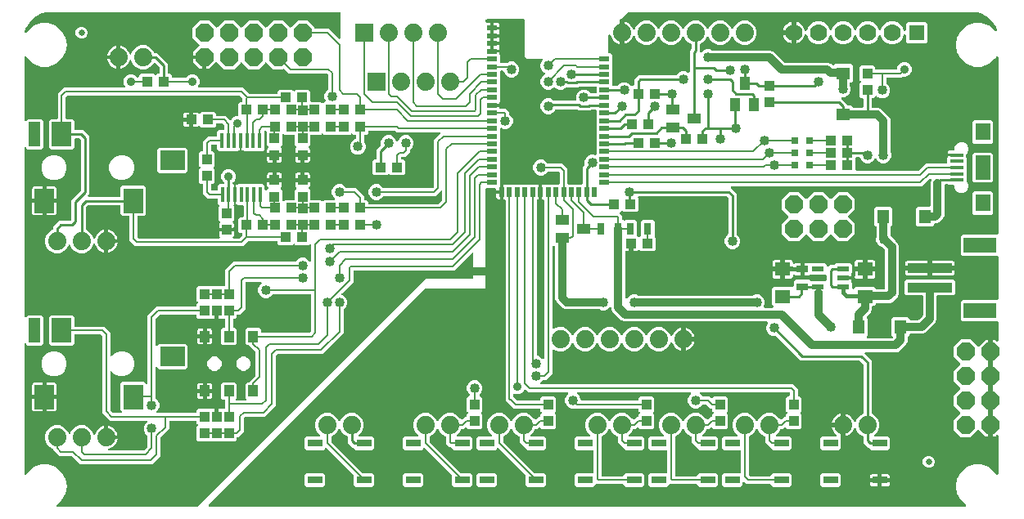
<source format=gbr>
G04 EAGLE Gerber RS-274X export*
G75*
%MOMM*%
%FSLAX34Y34*%
%LPD*%
%INTop Copper*%
%IPPOS*%
%AMOC8*
5,1,8,0,0,1.08239X$1,22.5*%
G01*
%ADD10R,1.000000X0.600000*%
%ADD11R,0.600000X1.000000*%
%ADD12R,1.400000X1.000000*%
%ADD13R,1.200000X0.550000*%
%ADD14R,1.100000X1.000000*%
%ADD15R,1.200000X0.800000*%
%ADD16R,1.600000X1.400000*%
%ADD17R,0.800000X0.800000*%
%ADD18R,1.000000X1.100000*%
%ADD19R,1.000000X1.400000*%
%ADD20C,1.879600*%
%ADD21R,0.800000X1.200000*%
%ADD22R,1.270000X1.470000*%
%ADD23R,1.470000X1.270000*%
%ADD24R,4.600000X1.000000*%
%ADD25R,3.400000X1.600000*%
%ADD26R,2.000000X2.500000*%
%ADD27R,2.500000X2.000000*%
%ADD28R,1.200000X2.500000*%
%ADD29R,0.350000X1.600000*%
%ADD30R,1.500000X1.800000*%
%ADD31R,1.500000X2.500000*%
%ADD32R,1.400000X0.400000*%
%ADD33R,1.879600X1.879600*%
%ADD34R,1.524000X0.762000*%
%ADD35P,2.034460X8X22.500000*%
%ADD36P,2.034460X8X292.500000*%
%ADD37R,1.000000X1.150000*%
%ADD38R,1.609600X1.609600*%
%ADD39C,1.778000*%
%ADD40C,0.635000*%
%ADD41C,0.254000*%
%ADD42C,0.203200*%
%ADD43C,0.812800*%
%ADD44C,1.016000*%
%ADD45C,0.406400*%
%ADD46C,0.889000*%

G36*
X977102Y4323D02*
X977102Y4323D01*
X977137Y4321D01*
X977259Y4343D01*
X977382Y4359D01*
X977415Y4372D01*
X977450Y4378D01*
X977563Y4430D01*
X977678Y4476D01*
X977706Y4496D01*
X977739Y4511D01*
X977835Y4590D01*
X977935Y4662D01*
X977958Y4690D01*
X977985Y4712D01*
X978059Y4812D01*
X978138Y4907D01*
X978153Y4939D01*
X978174Y4968D01*
X978221Y5083D01*
X978274Y5195D01*
X978280Y5230D01*
X978293Y5263D01*
X978310Y5386D01*
X978333Y5507D01*
X978331Y5543D01*
X978336Y5578D01*
X978321Y5701D01*
X978314Y5825D01*
X978303Y5859D01*
X978298Y5894D01*
X978254Y6009D01*
X978216Y6127D01*
X978197Y6157D01*
X978184Y6190D01*
X978112Y6291D01*
X978045Y6396D01*
X978020Y6420D01*
X977999Y6449D01*
X977882Y6560D01*
X973015Y10644D01*
X969029Y17549D01*
X967645Y25400D01*
X969029Y33251D01*
X973015Y40155D01*
X979122Y45280D01*
X986614Y48007D01*
X994586Y48007D01*
X1002078Y45280D01*
X1008185Y40156D01*
X1009313Y38202D01*
X1009401Y38086D01*
X1009486Y37968D01*
X1009497Y37959D01*
X1009505Y37949D01*
X1009619Y37858D01*
X1009731Y37765D01*
X1009744Y37759D01*
X1009754Y37751D01*
X1009888Y37691D01*
X1010019Y37630D01*
X1010032Y37627D01*
X1010045Y37622D01*
X1010189Y37597D01*
X1010332Y37570D01*
X1010345Y37571D01*
X1010358Y37568D01*
X1010504Y37581D01*
X1010649Y37590D01*
X1010662Y37594D01*
X1010675Y37595D01*
X1010813Y37643D01*
X1010951Y37688D01*
X1010963Y37695D01*
X1010976Y37699D01*
X1011097Y37780D01*
X1011220Y37858D01*
X1011229Y37868D01*
X1011241Y37875D01*
X1011338Y37983D01*
X1011438Y38089D01*
X1011445Y38101D01*
X1011454Y38111D01*
X1011521Y38240D01*
X1011592Y38368D01*
X1011595Y38381D01*
X1011601Y38393D01*
X1011635Y38535D01*
X1011671Y38676D01*
X1011672Y38694D01*
X1011674Y38702D01*
X1011674Y38720D01*
X1011681Y38837D01*
X1011681Y77333D01*
X1011664Y77471D01*
X1011651Y77610D01*
X1011644Y77629D01*
X1011641Y77649D01*
X1011590Y77778D01*
X1011543Y77909D01*
X1011532Y77926D01*
X1011524Y77944D01*
X1011443Y78057D01*
X1011365Y78172D01*
X1011349Y78185D01*
X1011338Y78202D01*
X1011230Y78291D01*
X1011126Y78382D01*
X1011108Y78392D01*
X1011093Y78405D01*
X1010967Y78464D01*
X1010843Y78527D01*
X1010823Y78531D01*
X1010805Y78540D01*
X1010668Y78566D01*
X1010533Y78597D01*
X1010512Y78596D01*
X1010493Y78600D01*
X1010354Y78591D01*
X1010215Y78587D01*
X1010195Y78581D01*
X1010175Y78580D01*
X1010043Y78537D01*
X1009909Y78499D01*
X1009892Y78488D01*
X1009873Y78482D01*
X1009755Y78408D01*
X1009635Y78337D01*
X1009614Y78318D01*
X1009604Y78312D01*
X1009590Y78297D01*
X1009515Y78231D01*
X1008245Y76961D01*
X1005839Y76961D01*
X1005839Y87630D01*
X1005824Y87748D01*
X1005817Y87867D01*
X1005804Y87905D01*
X1005799Y87945D01*
X1005756Y88056D01*
X1005719Y88169D01*
X1005697Y88203D01*
X1005682Y88241D01*
X1005612Y88337D01*
X1005549Y88438D01*
X1005519Y88466D01*
X1005495Y88498D01*
X1005404Y88574D01*
X1005317Y88656D01*
X1005282Y88675D01*
X1005251Y88701D01*
X1005143Y88752D01*
X1005039Y88809D01*
X1004999Y88820D01*
X1004963Y88837D01*
X1004846Y88859D01*
X1004731Y88889D01*
X1004670Y88893D01*
X1004650Y88897D01*
X1004630Y88895D01*
X1004570Y88899D01*
X1002030Y88899D01*
X1001912Y88884D01*
X1001793Y88877D01*
X1001755Y88864D01*
X1001714Y88859D01*
X1001604Y88815D01*
X1001491Y88779D01*
X1001456Y88757D01*
X1001419Y88742D01*
X1001323Y88672D01*
X1001222Y88609D01*
X1001194Y88579D01*
X1001161Y88555D01*
X1001086Y88464D01*
X1001004Y88377D01*
X1000984Y88342D01*
X1000959Y88310D01*
X1000908Y88203D01*
X1000850Y88098D01*
X1000840Y88059D01*
X1000823Y88023D01*
X1000801Y87906D01*
X1000771Y87791D01*
X1000767Y87730D01*
X1000763Y87710D01*
X1000765Y87690D01*
X1000761Y87630D01*
X1000761Y76961D01*
X998355Y76961D01*
X991857Y83459D01*
X991763Y83532D01*
X991673Y83611D01*
X991637Y83630D01*
X991605Y83654D01*
X991496Y83702D01*
X991390Y83756D01*
X991351Y83765D01*
X991314Y83781D01*
X991196Y83799D01*
X991080Y83825D01*
X991040Y83824D01*
X990999Y83831D01*
X990881Y83819D01*
X990762Y83816D01*
X990723Y83805D01*
X990683Y83801D01*
X990571Y83760D01*
X990456Y83727D01*
X990422Y83707D01*
X990384Y83693D01*
X990285Y83626D01*
X990183Y83566D01*
X990137Y83526D01*
X990120Y83515D01*
X990107Y83499D01*
X990062Y83459D01*
X983056Y76453D01*
X972744Y76453D01*
X965453Y83744D01*
X965453Y94056D01*
X972100Y100703D01*
X972173Y100797D01*
X972252Y100886D01*
X972270Y100922D01*
X972295Y100954D01*
X972343Y101063D01*
X972397Y101169D01*
X972405Y101208D01*
X972421Y101246D01*
X972440Y101363D01*
X972466Y101479D01*
X972465Y101520D01*
X972471Y101560D01*
X972460Y101678D01*
X972457Y101797D01*
X972445Y101836D01*
X972442Y101876D01*
X972401Y101989D01*
X972368Y102103D01*
X972348Y102138D01*
X972334Y102176D01*
X972267Y102274D01*
X972207Y102377D01*
X972167Y102422D01*
X972155Y102439D01*
X972140Y102452D01*
X972100Y102498D01*
X965453Y109144D01*
X965453Y119456D01*
X972100Y126103D01*
X972173Y126197D01*
X972252Y126286D01*
X972270Y126322D01*
X972295Y126354D01*
X972343Y126463D01*
X972397Y126569D01*
X972405Y126608D01*
X972421Y126646D01*
X972440Y126763D01*
X972466Y126879D01*
X972465Y126920D01*
X972471Y126960D01*
X972460Y127078D01*
X972457Y127197D01*
X972445Y127236D01*
X972442Y127276D01*
X972401Y127389D01*
X972368Y127503D01*
X972348Y127538D01*
X972334Y127576D01*
X972267Y127674D01*
X972207Y127777D01*
X972167Y127822D01*
X972155Y127839D01*
X972140Y127852D01*
X972100Y127898D01*
X965453Y134544D01*
X965453Y144856D01*
X972100Y151503D01*
X972173Y151597D01*
X972252Y151686D01*
X972270Y151722D01*
X972295Y151754D01*
X972343Y151863D01*
X972397Y151969D01*
X972405Y152008D01*
X972421Y152046D01*
X972440Y152163D01*
X972466Y152279D01*
X972465Y152320D01*
X972471Y152360D01*
X972460Y152478D01*
X972457Y152597D01*
X972445Y152636D01*
X972442Y152676D01*
X972401Y152789D01*
X972368Y152903D01*
X972348Y152938D01*
X972334Y152976D01*
X972267Y153074D01*
X972207Y153177D01*
X972167Y153222D01*
X972155Y153239D01*
X972140Y153252D01*
X972100Y153298D01*
X965453Y159944D01*
X965453Y170256D01*
X972744Y177547D01*
X983056Y177547D01*
X990062Y170541D01*
X990156Y170468D01*
X990245Y170389D01*
X990281Y170370D01*
X990313Y170346D01*
X990422Y170298D01*
X990528Y170244D01*
X990568Y170235D01*
X990605Y170219D01*
X990723Y170201D01*
X990839Y170175D01*
X990879Y170176D01*
X990919Y170169D01*
X991038Y170181D01*
X991156Y170184D01*
X991195Y170195D01*
X991236Y170199D01*
X991348Y170240D01*
X991462Y170273D01*
X991497Y170293D01*
X991535Y170307D01*
X991634Y170374D01*
X991736Y170434D01*
X991781Y170474D01*
X991798Y170485D01*
X991811Y170501D01*
X991857Y170541D01*
X998355Y177039D01*
X1000761Y177039D01*
X1000761Y166370D01*
X1000776Y166252D01*
X1000783Y166133D01*
X1000796Y166095D01*
X1000801Y166055D01*
X1000844Y165944D01*
X1000881Y165831D01*
X1000903Y165797D01*
X1000918Y165759D01*
X1000988Y165663D01*
X1001051Y165562D01*
X1001081Y165534D01*
X1001104Y165502D01*
X1001196Y165426D01*
X1001283Y165344D01*
X1001318Y165325D01*
X1001349Y165299D01*
X1001457Y165248D01*
X1001561Y165191D01*
X1001601Y165180D01*
X1001637Y165163D01*
X1001754Y165141D01*
X1001869Y165111D01*
X1001930Y165107D01*
X1001950Y165103D01*
X1001970Y165105D01*
X1002030Y165101D01*
X1004570Y165101D01*
X1004688Y165116D01*
X1004807Y165123D01*
X1004845Y165136D01*
X1004885Y165141D01*
X1004996Y165185D01*
X1005109Y165221D01*
X1005144Y165243D01*
X1005181Y165258D01*
X1005277Y165328D01*
X1005378Y165391D01*
X1005406Y165421D01*
X1005439Y165445D01*
X1005514Y165536D01*
X1005596Y165623D01*
X1005616Y165658D01*
X1005641Y165690D01*
X1005692Y165797D01*
X1005750Y165902D01*
X1005760Y165941D01*
X1005777Y165977D01*
X1005799Y166094D01*
X1005829Y166209D01*
X1005833Y166270D01*
X1005837Y166290D01*
X1005835Y166310D01*
X1005839Y166370D01*
X1005839Y177039D01*
X1008245Y177039D01*
X1009515Y175769D01*
X1009624Y175684D01*
X1009731Y175595D01*
X1009750Y175587D01*
X1009766Y175574D01*
X1009894Y175519D01*
X1010019Y175460D01*
X1010039Y175456D01*
X1010058Y175448D01*
X1010196Y175426D01*
X1010332Y175400D01*
X1010352Y175401D01*
X1010372Y175398D01*
X1010511Y175411D01*
X1010649Y175420D01*
X1010668Y175426D01*
X1010688Y175428D01*
X1010820Y175475D01*
X1010951Y175518D01*
X1010969Y175529D01*
X1010988Y175536D01*
X1011103Y175614D01*
X1011220Y175688D01*
X1011234Y175703D01*
X1011251Y175714D01*
X1011343Y175819D01*
X1011438Y175920D01*
X1011448Y175937D01*
X1011461Y175953D01*
X1011524Y176076D01*
X1011592Y176198D01*
X1011597Y176218D01*
X1011606Y176236D01*
X1011636Y176372D01*
X1011671Y176506D01*
X1011673Y176534D01*
X1011676Y176546D01*
X1011675Y176567D01*
X1011681Y176667D01*
X1011681Y194982D01*
X1011666Y195100D01*
X1011659Y195219D01*
X1011646Y195257D01*
X1011641Y195298D01*
X1011598Y195408D01*
X1011561Y195521D01*
X1011539Y195556D01*
X1011524Y195593D01*
X1011455Y195689D01*
X1011391Y195790D01*
X1011361Y195818D01*
X1011338Y195851D01*
X1011246Y195927D01*
X1011159Y196008D01*
X1011124Y196028D01*
X1011093Y196053D01*
X1010985Y196104D01*
X1010881Y196162D01*
X1010841Y196172D01*
X1010805Y196189D01*
X1010688Y196211D01*
X1010573Y196241D01*
X1010513Y196245D01*
X1010493Y196249D01*
X1010472Y196247D01*
X1010412Y196251D01*
X974637Y196251D01*
X972851Y198037D01*
X972851Y216563D01*
X974637Y218349D01*
X1010412Y218349D01*
X1010530Y218364D01*
X1010649Y218371D01*
X1010687Y218384D01*
X1010728Y218389D01*
X1010838Y218432D01*
X1010951Y218469D01*
X1010986Y218491D01*
X1011023Y218506D01*
X1011119Y218575D01*
X1011220Y218639D01*
X1011248Y218669D01*
X1011281Y218692D01*
X1011357Y218784D01*
X1011438Y218871D01*
X1011458Y218906D01*
X1011483Y218937D01*
X1011534Y219045D01*
X1011592Y219149D01*
X1011602Y219189D01*
X1011619Y219225D01*
X1011641Y219342D01*
X1011671Y219457D01*
X1011675Y219517D01*
X1011679Y219537D01*
X1011677Y219558D01*
X1011681Y219618D01*
X1011681Y262982D01*
X1011666Y263100D01*
X1011659Y263219D01*
X1011646Y263257D01*
X1011641Y263298D01*
X1011598Y263408D01*
X1011561Y263521D01*
X1011539Y263556D01*
X1011524Y263593D01*
X1011455Y263689D01*
X1011391Y263790D01*
X1011361Y263818D01*
X1011338Y263851D01*
X1011246Y263927D01*
X1011159Y264008D01*
X1011124Y264028D01*
X1011093Y264053D01*
X1010985Y264104D01*
X1010881Y264162D01*
X1010841Y264172D01*
X1010805Y264189D01*
X1010688Y264211D01*
X1010573Y264241D01*
X1010513Y264245D01*
X1010493Y264249D01*
X1010472Y264247D01*
X1010412Y264251D01*
X974637Y264251D01*
X972851Y266037D01*
X972851Y284563D01*
X974637Y286349D01*
X1010412Y286349D01*
X1010530Y286364D01*
X1010649Y286371D01*
X1010687Y286384D01*
X1010728Y286389D01*
X1010838Y286432D01*
X1010951Y286469D01*
X1010986Y286491D01*
X1011023Y286506D01*
X1011119Y286575D01*
X1011220Y286639D01*
X1011248Y286669D01*
X1011281Y286692D01*
X1011357Y286784D01*
X1011438Y286871D01*
X1011458Y286906D01*
X1011483Y286937D01*
X1011534Y287045D01*
X1011592Y287149D01*
X1011602Y287189D01*
X1011619Y287225D01*
X1011641Y287342D01*
X1011671Y287457D01*
X1011675Y287517D01*
X1011679Y287537D01*
X1011677Y287558D01*
X1011681Y287618D01*
X1011681Y469163D01*
X1011663Y469308D01*
X1011648Y469453D01*
X1011643Y469466D01*
X1011641Y469479D01*
X1011588Y469614D01*
X1011537Y469751D01*
X1011529Y469762D01*
X1011524Y469775D01*
X1011439Y469892D01*
X1011356Y470012D01*
X1011345Y470021D01*
X1011338Y470032D01*
X1011226Y470125D01*
X1011115Y470220D01*
X1011103Y470226D01*
X1011093Y470235D01*
X1010961Y470297D01*
X1010830Y470362D01*
X1010817Y470365D01*
X1010805Y470370D01*
X1010663Y470398D01*
X1010519Y470428D01*
X1010506Y470428D01*
X1010493Y470430D01*
X1010348Y470421D01*
X1010202Y470415D01*
X1010189Y470411D01*
X1010175Y470410D01*
X1010037Y470366D01*
X1009897Y470324D01*
X1009885Y470317D01*
X1009873Y470312D01*
X1009750Y470235D01*
X1009625Y470159D01*
X1009615Y470149D01*
X1009604Y470142D01*
X1009504Y470036D01*
X1009402Y469932D01*
X1009392Y469917D01*
X1009386Y469911D01*
X1009378Y469896D01*
X1009313Y469798D01*
X1008185Y467845D01*
X1002078Y462720D01*
X994586Y459993D01*
X986614Y459993D01*
X979122Y462720D01*
X973015Y467844D01*
X969029Y474749D01*
X967645Y482600D01*
X969029Y490451D01*
X973015Y497355D01*
X979122Y502480D01*
X986614Y505207D01*
X994586Y505207D01*
X1002078Y502480D01*
X1008348Y497218D01*
X1008459Y497147D01*
X1008566Y497071D01*
X1008592Y497061D01*
X1008616Y497046D01*
X1008740Y497005D01*
X1008863Y496958D01*
X1008891Y496954D01*
X1008917Y496946D01*
X1009048Y496936D01*
X1009179Y496921D01*
X1009207Y496925D01*
X1009235Y496923D01*
X1009364Y496947D01*
X1009494Y496965D01*
X1009520Y496976D01*
X1009548Y496981D01*
X1009667Y497036D01*
X1009788Y497085D01*
X1009811Y497102D01*
X1009836Y497114D01*
X1009938Y497197D01*
X1010043Y497275D01*
X1010061Y497297D01*
X1010083Y497315D01*
X1010161Y497420D01*
X1010243Y497522D01*
X1010255Y497548D01*
X1010272Y497571D01*
X1010321Y497692D01*
X1010376Y497812D01*
X1010381Y497839D01*
X1010391Y497865D01*
X1010409Y497996D01*
X1010432Y498125D01*
X1010430Y498153D01*
X1010433Y498181D01*
X1010418Y498311D01*
X1010408Y498442D01*
X1010398Y498480D01*
X1010396Y498496D01*
X1010388Y498517D01*
X1010367Y498597D01*
X1009493Y501181D01*
X1009455Y501258D01*
X1009427Y501339D01*
X1009358Y501457D01*
X1009354Y501467D01*
X1009351Y501470D01*
X1009346Y501478D01*
X1005467Y507297D01*
X1005411Y507362D01*
X1005363Y507433D01*
X1005266Y507530D01*
X1005259Y507538D01*
X1005255Y507540D01*
X1005249Y507547D01*
X999995Y512164D01*
X999924Y512212D01*
X999860Y512268D01*
X999741Y512336D01*
X999732Y512342D01*
X999728Y512343D01*
X999720Y512348D01*
X993451Y515448D01*
X993409Y515462D01*
X993370Y515484D01*
X993218Y515536D01*
X990237Y516338D01*
X990152Y516349D01*
X990068Y516371D01*
X989933Y516380D01*
X989922Y516381D01*
X989917Y516381D01*
X989907Y516381D01*
X629412Y516381D01*
X629314Y516369D01*
X629215Y516366D01*
X629157Y516349D01*
X629096Y516341D01*
X629004Y516305D01*
X628909Y516277D01*
X628857Y516247D01*
X628801Y516224D01*
X628721Y516166D01*
X628635Y516116D01*
X628560Y516050D01*
X628543Y516038D01*
X628536Y516028D01*
X628515Y516010D01*
X621774Y509269D01*
X621030Y509269D01*
X620912Y509254D01*
X620793Y509247D01*
X620755Y509234D01*
X620714Y509229D01*
X620604Y509186D01*
X620491Y509149D01*
X620456Y509127D01*
X620419Y509112D01*
X620323Y509043D01*
X620222Y508979D01*
X620194Y508949D01*
X620161Y508926D01*
X620086Y508834D01*
X620004Y508747D01*
X619984Y508712D01*
X619959Y508681D01*
X619908Y508573D01*
X619850Y508469D01*
X619840Y508429D01*
X619823Y508393D01*
X619801Y508276D01*
X619771Y508161D01*
X619767Y508100D01*
X619763Y508081D01*
X619765Y508060D01*
X619761Y508000D01*
X619761Y496570D01*
X619776Y496452D01*
X619783Y496333D01*
X619796Y496295D01*
X619801Y496255D01*
X619844Y496144D01*
X619881Y496031D01*
X619903Y495997D01*
X619918Y495959D01*
X619988Y495863D01*
X620051Y495762D01*
X620081Y495734D01*
X620104Y495702D01*
X620196Y495626D01*
X620283Y495544D01*
X620318Y495525D01*
X620349Y495499D01*
X620457Y495448D01*
X620561Y495391D01*
X620601Y495380D01*
X620637Y495363D01*
X620754Y495341D01*
X620869Y495311D01*
X620930Y495307D01*
X620950Y495303D01*
X620970Y495305D01*
X621030Y495301D01*
X623570Y495301D01*
X623688Y495316D01*
X623807Y495323D01*
X623845Y495336D01*
X623885Y495341D01*
X623996Y495385D01*
X624109Y495421D01*
X624144Y495443D01*
X624181Y495458D01*
X624277Y495528D01*
X624378Y495591D01*
X624406Y495621D01*
X624439Y495645D01*
X624514Y495736D01*
X624596Y495823D01*
X624616Y495858D01*
X624641Y495890D01*
X624692Y495997D01*
X624750Y496102D01*
X624760Y496141D01*
X624777Y496177D01*
X624799Y496294D01*
X624829Y496409D01*
X624833Y496470D01*
X624837Y496490D01*
X624835Y496510D01*
X624839Y496570D01*
X624839Y506985D01*
X625096Y506945D01*
X626883Y506364D01*
X628557Y505511D01*
X630078Y504406D01*
X631406Y503078D01*
X632511Y501557D01*
X633364Y499883D01*
X633515Y499418D01*
X633528Y499391D01*
X633535Y499362D01*
X633595Y499248D01*
X633650Y499130D01*
X633669Y499107D01*
X633683Y499081D01*
X633770Y498985D01*
X633853Y498885D01*
X633877Y498868D01*
X633897Y498846D01*
X634006Y498774D01*
X634110Y498698D01*
X634138Y498687D01*
X634163Y498671D01*
X634286Y498629D01*
X634406Y498581D01*
X634436Y498577D01*
X634464Y498568D01*
X634593Y498557D01*
X634721Y498541D01*
X634751Y498545D01*
X634781Y498542D01*
X634909Y498565D01*
X635037Y498581D01*
X635065Y498592D01*
X635094Y498597D01*
X635212Y498650D01*
X635333Y498698D01*
X635357Y498715D01*
X635384Y498727D01*
X635485Y498808D01*
X635590Y498884D01*
X635609Y498907D01*
X635633Y498926D01*
X635711Y499030D01*
X635793Y499129D01*
X635806Y499156D01*
X635824Y499180D01*
X635895Y499325D01*
X637148Y502350D01*
X640650Y505852D01*
X645224Y507747D01*
X650176Y507747D01*
X654750Y505852D01*
X658252Y502350D01*
X659227Y499995D01*
X659296Y499875D01*
X659361Y499752D01*
X659375Y499737D01*
X659385Y499719D01*
X659482Y499619D01*
X659575Y499516D01*
X659592Y499505D01*
X659606Y499491D01*
X659725Y499418D01*
X659841Y499342D01*
X659860Y499335D01*
X659877Y499324D01*
X660010Y499283D01*
X660142Y499238D01*
X660162Y499237D01*
X660181Y499231D01*
X660320Y499224D01*
X660459Y499213D01*
X660479Y499217D01*
X660499Y499216D01*
X660635Y499244D01*
X660772Y499268D01*
X660791Y499276D01*
X660810Y499280D01*
X660936Y499341D01*
X661062Y499398D01*
X661078Y499411D01*
X661096Y499420D01*
X661202Y499510D01*
X661310Y499597D01*
X661323Y499613D01*
X661338Y499626D01*
X661418Y499740D01*
X661502Y499851D01*
X661514Y499876D01*
X661521Y499886D01*
X661528Y499905D01*
X661573Y499995D01*
X662548Y502351D01*
X666050Y505852D01*
X670624Y507747D01*
X675576Y507747D01*
X680150Y505852D01*
X683652Y502350D01*
X684627Y499995D01*
X684696Y499875D01*
X684761Y499752D01*
X684775Y499737D01*
X684785Y499719D01*
X684882Y499619D01*
X684975Y499516D01*
X684992Y499505D01*
X685006Y499491D01*
X685124Y499418D01*
X685241Y499342D01*
X685260Y499335D01*
X685277Y499324D01*
X685410Y499284D01*
X685542Y499238D01*
X685562Y499237D01*
X685581Y499231D01*
X685720Y499224D01*
X685859Y499213D01*
X685879Y499217D01*
X685899Y499216D01*
X686035Y499244D01*
X686172Y499268D01*
X686191Y499276D01*
X686210Y499280D01*
X686335Y499341D01*
X686462Y499398D01*
X686478Y499411D01*
X686496Y499420D01*
X686602Y499510D01*
X686710Y499597D01*
X686723Y499613D01*
X686738Y499626D01*
X686818Y499740D01*
X686902Y499851D01*
X686914Y499876D01*
X686921Y499886D01*
X686928Y499905D01*
X686973Y499995D01*
X687948Y502350D01*
X691450Y505852D01*
X696024Y507747D01*
X700976Y507747D01*
X705550Y505852D01*
X709052Y502350D01*
X710027Y499995D01*
X710096Y499875D01*
X710161Y499752D01*
X710175Y499737D01*
X710185Y499719D01*
X710282Y499619D01*
X710375Y499516D01*
X710392Y499505D01*
X710406Y499491D01*
X710525Y499418D01*
X710641Y499342D01*
X710660Y499335D01*
X710677Y499324D01*
X710810Y499284D01*
X710942Y499238D01*
X710962Y499237D01*
X710981Y499231D01*
X711120Y499224D01*
X711259Y499213D01*
X711279Y499217D01*
X711299Y499216D01*
X711435Y499244D01*
X711572Y499268D01*
X711591Y499276D01*
X711610Y499280D01*
X711736Y499341D01*
X711862Y499398D01*
X711878Y499411D01*
X711896Y499420D01*
X712002Y499510D01*
X712110Y499597D01*
X712123Y499613D01*
X712138Y499626D01*
X712218Y499740D01*
X712302Y499851D01*
X712314Y499876D01*
X712321Y499886D01*
X712328Y499905D01*
X712373Y499995D01*
X713348Y502350D01*
X716850Y505852D01*
X721424Y507747D01*
X726376Y507747D01*
X730950Y505852D01*
X734452Y502350D01*
X735427Y499995D01*
X735496Y499875D01*
X735561Y499752D01*
X735575Y499737D01*
X735585Y499719D01*
X735682Y499619D01*
X735775Y499516D01*
X735792Y499505D01*
X735806Y499491D01*
X735925Y499418D01*
X736041Y499342D01*
X736060Y499335D01*
X736077Y499324D01*
X736210Y499284D01*
X736342Y499238D01*
X736362Y499237D01*
X736381Y499231D01*
X736520Y499224D01*
X736659Y499213D01*
X736679Y499217D01*
X736699Y499216D01*
X736835Y499244D01*
X736972Y499268D01*
X736991Y499276D01*
X737010Y499280D01*
X737136Y499341D01*
X737262Y499398D01*
X737278Y499411D01*
X737296Y499420D01*
X737402Y499510D01*
X737510Y499597D01*
X737523Y499613D01*
X737538Y499626D01*
X737618Y499740D01*
X737702Y499851D01*
X737714Y499876D01*
X737721Y499886D01*
X737728Y499905D01*
X737773Y499995D01*
X738748Y502350D01*
X742250Y505852D01*
X746824Y507747D01*
X751776Y507747D01*
X756350Y505852D01*
X759852Y502350D01*
X761747Y497776D01*
X761747Y492824D01*
X759852Y488250D01*
X756350Y484748D01*
X751776Y482853D01*
X746824Y482853D01*
X742250Y484748D01*
X738748Y488250D01*
X737773Y490605D01*
X737704Y490725D01*
X737639Y490848D01*
X737625Y490863D01*
X737615Y490881D01*
X737518Y490981D01*
X737425Y491084D01*
X737408Y491095D01*
X737394Y491109D01*
X737276Y491182D01*
X737159Y491258D01*
X737140Y491265D01*
X737123Y491276D01*
X736990Y491316D01*
X736858Y491362D01*
X736838Y491363D01*
X736819Y491369D01*
X736680Y491376D01*
X736541Y491387D01*
X736521Y491383D01*
X736501Y491384D01*
X736365Y491356D01*
X736228Y491332D01*
X736209Y491324D01*
X736190Y491320D01*
X736065Y491259D01*
X735938Y491202D01*
X735922Y491189D01*
X735904Y491180D01*
X735798Y491090D01*
X735690Y491003D01*
X735677Y490987D01*
X735662Y490974D01*
X735582Y490860D01*
X735498Y490749D01*
X735486Y490724D01*
X735479Y490714D01*
X735472Y490695D01*
X735427Y490605D01*
X734452Y488250D01*
X730950Y484748D01*
X726376Y482853D01*
X721424Y482853D01*
X716850Y484748D01*
X713348Y488250D01*
X712373Y490605D01*
X712304Y490725D01*
X712239Y490848D01*
X712225Y490863D01*
X712215Y490881D01*
X712118Y490981D01*
X712025Y491084D01*
X712008Y491095D01*
X711994Y491109D01*
X711876Y491182D01*
X711759Y491258D01*
X711740Y491265D01*
X711723Y491276D01*
X711590Y491316D01*
X711458Y491362D01*
X711438Y491363D01*
X711419Y491369D01*
X711280Y491376D01*
X711141Y491387D01*
X711121Y491383D01*
X711101Y491384D01*
X710965Y491356D01*
X710828Y491332D01*
X710809Y491324D01*
X710790Y491320D01*
X710665Y491259D01*
X710538Y491202D01*
X710522Y491189D01*
X710504Y491180D01*
X710398Y491090D01*
X710290Y491003D01*
X710277Y490987D01*
X710262Y490974D01*
X710182Y490860D01*
X710098Y490749D01*
X710086Y490724D01*
X710079Y490714D01*
X710072Y490695D01*
X710027Y490605D01*
X709052Y488250D01*
X705550Y484748D01*
X703602Y483941D01*
X703577Y483927D01*
X703549Y483917D01*
X703439Y483848D01*
X703326Y483784D01*
X703305Y483763D01*
X703280Y483747D01*
X703191Y483653D01*
X703098Y483562D01*
X703082Y483537D01*
X703062Y483516D01*
X702999Y483402D01*
X702931Y483291D01*
X702923Y483263D01*
X702908Y483237D01*
X702876Y483111D01*
X702838Y482987D01*
X702836Y482958D01*
X702829Y482929D01*
X702819Y482769D01*
X702819Y476079D01*
X702836Y475941D01*
X702849Y475802D01*
X702856Y475783D01*
X702859Y475763D01*
X702910Y475634D01*
X702957Y475503D01*
X702968Y475486D01*
X702976Y475468D01*
X703057Y475355D01*
X703135Y475240D01*
X703151Y475227D01*
X703162Y475210D01*
X703270Y475121D01*
X703374Y475029D01*
X703392Y475020D01*
X703407Y475007D01*
X703533Y474948D01*
X703657Y474885D01*
X703677Y474880D01*
X703695Y474872D01*
X703832Y474846D01*
X703967Y474815D01*
X703988Y474816D01*
X704007Y474812D01*
X704146Y474821D01*
X704285Y474825D01*
X704305Y474831D01*
X704325Y474832D01*
X704457Y474875D01*
X704591Y474913D01*
X704608Y474924D01*
X704627Y474930D01*
X704745Y475004D01*
X704865Y475075D01*
X704886Y475093D01*
X704896Y475100D01*
X704910Y475115D01*
X704985Y475181D01*
X706595Y476791D01*
X709583Y478029D01*
X712817Y478029D01*
X715037Y477109D01*
X715045Y477107D01*
X715054Y477102D01*
X715199Y477065D01*
X715343Y477025D01*
X715353Y477025D01*
X715362Y477023D01*
X715522Y477013D01*
X776115Y477013D01*
X778729Y475930D01*
X789974Y464684D01*
X790053Y464624D01*
X790125Y464556D01*
X790178Y464527D01*
X790226Y464490D01*
X790317Y464450D01*
X790403Y464402D01*
X790462Y464387D01*
X790518Y464363D01*
X790616Y464348D01*
X790711Y464323D01*
X790811Y464317D01*
X790832Y464313D01*
X790844Y464315D01*
X790872Y464313D01*
X835805Y464313D01*
X838419Y463230D01*
X839721Y461928D01*
X839815Y461855D01*
X839904Y461776D01*
X839941Y461758D01*
X839972Y461733D01*
X840082Y461686D01*
X840188Y461631D01*
X840227Y461623D01*
X840264Y461606D01*
X840382Y461588D01*
X840498Y461562D01*
X840538Y461563D01*
X840578Y461557D01*
X840697Y461568D01*
X840816Y461571D01*
X840855Y461583D01*
X840895Y461586D01*
X841007Y461627D01*
X841121Y461660D01*
X841156Y461680D01*
X841194Y461694D01*
X841293Y461761D01*
X841395Y461821D01*
X841440Y461861D01*
X841457Y461873D01*
X841471Y461888D01*
X841516Y461928D01*
X842287Y462699D01*
X859513Y462699D01*
X861299Y460913D01*
X861299Y445687D01*
X859513Y443901D01*
X859282Y443901D01*
X859164Y443886D01*
X859045Y443879D01*
X859007Y443866D01*
X858966Y443861D01*
X858856Y443818D01*
X858743Y443781D01*
X858708Y443759D01*
X858671Y443744D01*
X858575Y443675D01*
X858474Y443611D01*
X858446Y443581D01*
X858413Y443558D01*
X858337Y443466D01*
X858256Y443379D01*
X858236Y443344D01*
X858211Y443313D01*
X858160Y443205D01*
X858102Y443101D01*
X858092Y443061D01*
X858075Y443025D01*
X858053Y442908D01*
X858023Y442793D01*
X858019Y442733D01*
X858015Y442713D01*
X858017Y442692D01*
X858013Y442632D01*
X858013Y441202D01*
X858014Y441193D01*
X858013Y441184D01*
X858034Y441035D01*
X858053Y440887D01*
X858056Y440878D01*
X858057Y440869D01*
X858109Y440717D01*
X859029Y438497D01*
X859029Y435263D01*
X857791Y432275D01*
X855505Y429989D01*
X852517Y428751D01*
X850421Y428751D01*
X850283Y428734D01*
X850144Y428721D01*
X850125Y428714D01*
X850105Y428711D01*
X849976Y428660D01*
X849845Y428613D01*
X849828Y428602D01*
X849809Y428594D01*
X849697Y428513D01*
X849582Y428435D01*
X849568Y428419D01*
X849552Y428408D01*
X849463Y428300D01*
X849371Y428196D01*
X849362Y428178D01*
X849349Y428163D01*
X849290Y428037D01*
X849227Y427913D01*
X849222Y427893D01*
X849214Y427875D01*
X849188Y427739D01*
X849157Y427603D01*
X849158Y427582D01*
X849154Y427563D01*
X849163Y427424D01*
X849167Y427285D01*
X849172Y427265D01*
X849174Y427245D01*
X849216Y427113D01*
X849255Y426979D01*
X849265Y426962D01*
X849272Y426943D01*
X849346Y426825D01*
X849417Y426705D01*
X849435Y426684D01*
X849442Y426674D01*
X849457Y426660D01*
X849523Y426585D01*
X852317Y423790D01*
X855230Y420877D01*
X855234Y420850D01*
X855241Y420731D01*
X855254Y420693D01*
X855259Y420652D01*
X855302Y420542D01*
X855339Y420429D01*
X855361Y420394D01*
X855376Y420357D01*
X855445Y420261D01*
X855509Y420160D01*
X855539Y420132D01*
X855562Y420099D01*
X855654Y420023D01*
X855741Y419942D01*
X855776Y419922D01*
X855807Y419897D01*
X855915Y419846D01*
X856019Y419788D01*
X856059Y419778D01*
X856095Y419761D01*
X856212Y419739D01*
X856327Y419709D01*
X856387Y419705D01*
X856407Y419701D01*
X856428Y419703D01*
X856488Y419699D01*
X859513Y419699D01*
X861427Y417784D01*
X861505Y417724D01*
X861577Y417656D01*
X861630Y417627D01*
X861678Y417590D01*
X861769Y417550D01*
X861856Y417502D01*
X861915Y417487D01*
X861970Y417463D01*
X862068Y417448D01*
X862164Y417423D01*
X862264Y417417D01*
X862284Y417413D01*
X862297Y417415D01*
X862325Y417413D01*
X870712Y417413D01*
X870830Y417428D01*
X870949Y417435D01*
X870987Y417448D01*
X871028Y417453D01*
X871138Y417496D01*
X871251Y417533D01*
X871286Y417555D01*
X871323Y417570D01*
X871419Y417639D01*
X871520Y417703D01*
X871548Y417733D01*
X871581Y417756D01*
X871657Y417848D01*
X871738Y417935D01*
X871758Y417970D01*
X871783Y418001D01*
X871834Y418109D01*
X871892Y418213D01*
X871902Y418253D01*
X871919Y418289D01*
X871941Y418406D01*
X871971Y418521D01*
X871975Y418581D01*
X871979Y418601D01*
X871977Y418622D01*
X871981Y418682D01*
X871981Y426182D01*
X871966Y426300D01*
X871959Y426419D01*
X871946Y426457D01*
X871941Y426498D01*
X871898Y426608D01*
X871861Y426721D01*
X871839Y426756D01*
X871824Y426793D01*
X871755Y426889D01*
X871691Y426990D01*
X871661Y427018D01*
X871638Y427051D01*
X871546Y427127D01*
X871459Y427208D01*
X871424Y427228D01*
X871393Y427253D01*
X871285Y427304D01*
X871181Y427362D01*
X871141Y427372D01*
X871105Y427389D01*
X870988Y427411D01*
X870873Y427441D01*
X870813Y427445D01*
X870793Y427449D01*
X870772Y427447D01*
X870712Y427451D01*
X870037Y427451D01*
X868251Y429237D01*
X868251Y442763D01*
X869091Y443603D01*
X869164Y443697D01*
X869243Y443786D01*
X869261Y443822D01*
X869286Y443854D01*
X869333Y443963D01*
X869387Y444069D01*
X869396Y444108D01*
X869412Y444146D01*
X869431Y444263D01*
X869457Y444379D01*
X869456Y444420D01*
X869462Y444460D01*
X869451Y444578D01*
X869447Y444697D01*
X869436Y444736D01*
X869432Y444776D01*
X869392Y444888D01*
X869359Y445003D01*
X869338Y445038D01*
X869325Y445076D01*
X869258Y445174D01*
X869197Y445277D01*
X869158Y445322D01*
X869146Y445339D01*
X869131Y445352D01*
X869091Y445398D01*
X868251Y446237D01*
X868251Y459763D01*
X870037Y461549D01*
X882563Y461549D01*
X884349Y459763D01*
X884349Y458334D01*
X884364Y458216D01*
X884371Y458097D01*
X884384Y458059D01*
X884389Y458018D01*
X884432Y457908D01*
X884469Y457795D01*
X884491Y457760D01*
X884506Y457723D01*
X884575Y457627D01*
X884639Y457526D01*
X884669Y457498D01*
X884692Y457465D01*
X884784Y457389D01*
X884871Y457308D01*
X884906Y457288D01*
X884937Y457263D01*
X885045Y457212D01*
X885149Y457154D01*
X885189Y457144D01*
X885225Y457127D01*
X885342Y457105D01*
X885457Y457075D01*
X885517Y457071D01*
X885537Y457067D01*
X885558Y457069D01*
X885618Y457065D01*
X905637Y457065D01*
X905755Y457080D01*
X905874Y457087D01*
X905912Y457100D01*
X905953Y457105D01*
X906063Y457148D01*
X906176Y457185D01*
X906211Y457207D01*
X906248Y457222D01*
X906344Y457291D01*
X906445Y457355D01*
X906473Y457385D01*
X906506Y457408D01*
X906582Y457500D01*
X906663Y457587D01*
X906683Y457622D01*
X906708Y457653D01*
X906759Y457761D01*
X906817Y457865D01*
X906827Y457905D01*
X906844Y457941D01*
X906866Y458058D01*
X906896Y458173D01*
X906900Y458233D01*
X906904Y458253D01*
X906902Y458274D01*
X906906Y458334D01*
X906906Y458691D01*
X908047Y461445D01*
X910155Y463553D01*
X912909Y464694D01*
X915891Y464694D01*
X918645Y463553D01*
X920753Y461445D01*
X921894Y458691D01*
X921894Y455709D01*
X920753Y452955D01*
X918645Y450847D01*
X915891Y449706D01*
X913180Y449706D01*
X913082Y449694D01*
X912983Y449691D01*
X912925Y449674D01*
X912865Y449666D01*
X912773Y449630D01*
X912678Y449602D01*
X912626Y449572D01*
X912569Y449549D01*
X912489Y449491D01*
X912404Y449441D01*
X912328Y449375D01*
X912312Y449363D01*
X912304Y449353D01*
X912283Y449335D01*
X911884Y448935D01*
X896874Y448935D01*
X896756Y448920D01*
X896637Y448913D01*
X896599Y448900D01*
X896558Y448895D01*
X896448Y448852D01*
X896335Y448815D01*
X896300Y448793D01*
X896263Y448778D01*
X896166Y448708D01*
X896066Y448645D01*
X896038Y448615D01*
X896005Y448592D01*
X895929Y448500D01*
X895848Y448413D01*
X895828Y448378D01*
X895803Y448347D01*
X895752Y448239D01*
X895694Y448135D01*
X895684Y448095D01*
X895667Y448059D01*
X895645Y447942D01*
X895615Y447827D01*
X895611Y447767D01*
X895607Y447747D01*
X895609Y447726D01*
X895605Y447666D01*
X895605Y443567D01*
X895617Y443469D01*
X895620Y443370D01*
X895637Y443311D01*
X895645Y443251D01*
X895681Y443159D01*
X895709Y443064D01*
X895739Y443012D01*
X895762Y442956D01*
X895820Y442876D01*
X895870Y442790D01*
X895936Y442715D01*
X895948Y442698D01*
X895958Y442690D01*
X895976Y442669D01*
X898431Y440215D01*
X899669Y437227D01*
X899669Y433993D01*
X898431Y431005D01*
X896145Y428719D01*
X893157Y427481D01*
X889923Y427481D01*
X886935Y428719D01*
X886280Y429374D01*
X886186Y429447D01*
X886097Y429526D01*
X886061Y429544D01*
X886029Y429569D01*
X885920Y429616D01*
X885814Y429670D01*
X885774Y429679D01*
X885737Y429695D01*
X885619Y429714D01*
X885504Y429740D01*
X885463Y429739D01*
X885423Y429745D01*
X885305Y429734D01*
X885186Y429730D01*
X885147Y429719D01*
X885107Y429715D01*
X884994Y429675D01*
X884880Y429642D01*
X884845Y429621D01*
X884807Y429608D01*
X884709Y429541D01*
X884606Y429480D01*
X884561Y429440D01*
X884544Y429429D01*
X884531Y429414D01*
X884485Y429374D01*
X882563Y427451D01*
X881888Y427451D01*
X881770Y427436D01*
X881651Y427429D01*
X881613Y427416D01*
X881572Y427411D01*
X881462Y427368D01*
X881349Y427331D01*
X881314Y427309D01*
X881277Y427294D01*
X881181Y427225D01*
X881080Y427161D01*
X881052Y427131D01*
X881019Y427108D01*
X880943Y427016D01*
X880862Y426929D01*
X880842Y426894D01*
X880817Y426863D01*
X880766Y426755D01*
X880708Y426651D01*
X880698Y426611D01*
X880681Y426575D01*
X880659Y426458D01*
X880629Y426343D01*
X880625Y426283D01*
X880621Y426263D01*
X880623Y426242D01*
X880619Y426182D01*
X880619Y418682D01*
X880634Y418564D01*
X880641Y418445D01*
X880654Y418407D01*
X880659Y418366D01*
X880702Y418256D01*
X880739Y418143D01*
X880761Y418108D01*
X880776Y418071D01*
X880845Y417975D01*
X880909Y417874D01*
X880939Y417846D01*
X880962Y417813D01*
X881054Y417737D01*
X881141Y417656D01*
X881176Y417636D01*
X881207Y417611D01*
X881315Y417560D01*
X881419Y417502D01*
X881459Y417492D01*
X881495Y417475D01*
X881612Y417453D01*
X881727Y417423D01*
X881787Y417419D01*
X881807Y417415D01*
X881828Y417417D01*
X881888Y417413D01*
X887785Y417413D01*
X890399Y416330D01*
X898840Y407889D01*
X899923Y405275D01*
X899923Y372622D01*
X899924Y372613D01*
X899923Y372604D01*
X899944Y372455D01*
X899963Y372307D01*
X899966Y372298D01*
X899967Y372289D01*
X900019Y372137D01*
X900939Y369917D01*
X900939Y366683D01*
X899701Y363695D01*
X897415Y361409D01*
X894427Y360171D01*
X891193Y360171D01*
X888205Y361409D01*
X885919Y363695D01*
X885728Y364157D01*
X885659Y364278D01*
X885594Y364401D01*
X885580Y364416D01*
X885570Y364433D01*
X885473Y364533D01*
X885380Y364636D01*
X885363Y364647D01*
X885349Y364662D01*
X885231Y364734D01*
X885114Y364811D01*
X885095Y364817D01*
X885078Y364828D01*
X884945Y364869D01*
X884813Y364914D01*
X884793Y364916D01*
X884774Y364921D01*
X884634Y364928D01*
X884496Y364939D01*
X884476Y364936D01*
X884456Y364937D01*
X884319Y364908D01*
X884183Y364885D01*
X884165Y364876D01*
X884145Y364872D01*
X884019Y364811D01*
X883893Y364754D01*
X883877Y364742D01*
X883859Y364733D01*
X883753Y364642D01*
X883644Y364556D01*
X883632Y364539D01*
X883617Y364526D01*
X883537Y364413D01*
X883453Y364301D01*
X883441Y364276D01*
X883434Y364266D01*
X883427Y364247D01*
X883382Y364157D01*
X883191Y363695D01*
X880905Y361409D01*
X877917Y360171D01*
X874683Y360171D01*
X871695Y361409D01*
X869409Y363695D01*
X868563Y365738D01*
X868548Y365763D01*
X868539Y365791D01*
X868470Y365901D01*
X868405Y366014D01*
X868385Y366035D01*
X868369Y366060D01*
X868274Y366149D01*
X868184Y366242D01*
X868159Y366258D01*
X868137Y366278D01*
X868024Y366341D01*
X867913Y366409D01*
X867885Y366417D01*
X867859Y366432D01*
X867733Y366464D01*
X867609Y366502D01*
X867579Y366504D01*
X867551Y366511D01*
X867390Y366521D01*
X865408Y366521D01*
X865290Y366506D01*
X865171Y366499D01*
X865133Y366486D01*
X865092Y366481D01*
X864982Y366438D01*
X864869Y366401D01*
X864834Y366379D01*
X864797Y366364D01*
X864701Y366295D01*
X864600Y366231D01*
X864572Y366201D01*
X864539Y366178D01*
X864463Y366086D01*
X864382Y365999D01*
X864362Y365964D01*
X864337Y365933D01*
X864286Y365825D01*
X864228Y365721D01*
X864218Y365681D01*
X864201Y365645D01*
X864179Y365528D01*
X864149Y365413D01*
X864145Y365353D01*
X864141Y365333D01*
X864143Y365312D01*
X864139Y365252D01*
X864139Y353434D01*
X864154Y353316D01*
X864161Y353197D01*
X864174Y353159D01*
X864179Y353118D01*
X864222Y353008D01*
X864259Y352895D01*
X864281Y352860D01*
X864296Y352823D01*
X864365Y352727D01*
X864429Y352626D01*
X864459Y352598D01*
X864482Y352565D01*
X864574Y352489D01*
X864661Y352408D01*
X864696Y352388D01*
X864727Y352363D01*
X864835Y352312D01*
X864939Y352254D01*
X864979Y352244D01*
X865015Y352227D01*
X865132Y352205D01*
X865247Y352175D01*
X865307Y352171D01*
X865327Y352167D01*
X865348Y352169D01*
X865408Y352165D01*
X928487Y352165D01*
X928585Y352177D01*
X928684Y352180D01*
X928742Y352197D01*
X928802Y352205D01*
X928895Y352241D01*
X928990Y352269D01*
X929042Y352299D01*
X929098Y352322D01*
X929178Y352380D01*
X929264Y352430D01*
X929339Y352496D01*
X929355Y352508D01*
X929363Y352518D01*
X929384Y352536D01*
X936513Y359665D01*
X957362Y359665D01*
X957480Y359680D01*
X957599Y359687D01*
X957637Y359700D01*
X957678Y359705D01*
X957788Y359748D01*
X957901Y359785D01*
X957936Y359807D01*
X957973Y359822D01*
X958069Y359891D01*
X958170Y359955D01*
X958198Y359985D01*
X958231Y360008D01*
X958307Y360100D01*
X958388Y360187D01*
X958408Y360222D01*
X958433Y360253D01*
X958484Y360361D01*
X958542Y360465D01*
X958552Y360505D01*
X958569Y360541D01*
X958591Y360658D01*
X958621Y360773D01*
X958625Y360833D01*
X958629Y360853D01*
X958627Y360874D01*
X958631Y360934D01*
X958631Y365363D01*
X958768Y365499D01*
X958828Y365577D01*
X958896Y365649D01*
X958925Y365702D01*
X958962Y365750D01*
X959002Y365841D01*
X959050Y365928D01*
X959065Y365987D01*
X959089Y366042D01*
X959104Y366140D01*
X959129Y366236D01*
X959135Y366336D01*
X959139Y366356D01*
X959137Y366369D01*
X959139Y366397D01*
X959139Y367331D01*
X967563Y367331D01*
X967573Y367332D01*
X967583Y367331D01*
X967731Y367352D01*
X967879Y367370D01*
X967888Y367374D01*
X967898Y367376D01*
X968036Y367433D01*
X968174Y367487D01*
X968183Y367493D01*
X968192Y367497D01*
X968311Y367587D01*
X968432Y367674D01*
X968438Y367682D01*
X968446Y367688D01*
X968539Y367804D01*
X968635Y367919D01*
X968639Y367928D01*
X968645Y367936D01*
X968707Y368073D01*
X968770Y368207D01*
X968772Y368217D01*
X968776Y368226D01*
X968802Y368374D01*
X968830Y368519D01*
X968829Y368529D01*
X968831Y368539D01*
X968819Y368688D01*
X968810Y368837D01*
X968807Y368846D01*
X968806Y368856D01*
X968758Y368998D01*
X968712Y369139D01*
X968707Y369148D01*
X968703Y369157D01*
X968622Y369282D01*
X968542Y369408D01*
X968535Y369415D01*
X968529Y369423D01*
X968417Y369539D01*
X968360Y369579D01*
X968311Y369625D01*
X968310Y369626D01*
X968231Y369670D01*
X968156Y369722D01*
X968092Y369746D01*
X968032Y369780D01*
X967944Y369802D01*
X967859Y369834D01*
X967790Y369842D01*
X967724Y369859D01*
X967563Y369869D01*
X959139Y369869D01*
X959139Y370934D01*
X959312Y371581D01*
X959647Y372160D01*
X960120Y372633D01*
X960699Y372968D01*
X961346Y373141D01*
X965112Y373141D01*
X965230Y373156D01*
X965349Y373163D01*
X965387Y373176D01*
X965428Y373181D01*
X965538Y373224D01*
X965651Y373261D01*
X965686Y373283D01*
X965723Y373298D01*
X965819Y373367D01*
X965920Y373431D01*
X965948Y373461D01*
X965981Y373484D01*
X966057Y373576D01*
X966138Y373663D01*
X966158Y373698D01*
X966183Y373729D01*
X966234Y373837D01*
X966292Y373941D01*
X966302Y373981D01*
X966319Y374017D01*
X966341Y374134D01*
X966371Y374249D01*
X966375Y374309D01*
X966379Y374329D01*
X966377Y374350D01*
X966381Y374410D01*
X966381Y376052D01*
X967492Y378734D01*
X969546Y380788D01*
X972228Y381899D01*
X975132Y381899D01*
X977814Y380788D01*
X979868Y378734D01*
X980979Y376052D01*
X980979Y373148D01*
X979868Y370466D01*
X978592Y369191D01*
X978532Y369112D01*
X978464Y369040D01*
X978435Y368987D01*
X978398Y368939D01*
X978358Y368848D01*
X978310Y368762D01*
X978295Y368703D01*
X978271Y368647D01*
X978256Y368549D01*
X978231Y368454D01*
X978225Y368354D01*
X978221Y368333D01*
X978223Y368321D01*
X978221Y368293D01*
X978221Y366397D01*
X978233Y366298D01*
X978236Y366199D01*
X978253Y366141D01*
X978261Y366081D01*
X978297Y365989D01*
X978325Y365894D01*
X978355Y365842D01*
X978378Y365785D01*
X978436Y365705D01*
X978486Y365620D01*
X978552Y365545D01*
X978564Y365528D01*
X978574Y365520D01*
X978592Y365499D01*
X978729Y365363D01*
X978729Y342399D01*
X978741Y342301D01*
X978744Y342202D01*
X978761Y342144D01*
X978769Y342083D01*
X978805Y341991D01*
X978833Y341896D01*
X978863Y341844D01*
X978886Y341788D01*
X978944Y341708D01*
X978994Y341622D01*
X979060Y341547D01*
X979072Y341530D01*
X979082Y341523D01*
X979100Y341501D01*
X979868Y340734D01*
X980979Y338052D01*
X980979Y335148D01*
X979868Y332466D01*
X977814Y330412D01*
X975132Y329301D01*
X972228Y329301D01*
X969546Y330412D01*
X967492Y332466D01*
X966381Y335148D01*
X966381Y336282D01*
X966366Y336400D01*
X966359Y336519D01*
X966346Y336557D01*
X966341Y336598D01*
X966298Y336708D01*
X966261Y336821D01*
X966239Y336856D01*
X966224Y336893D01*
X966155Y336989D01*
X966091Y337090D01*
X966061Y337118D01*
X966038Y337151D01*
X965946Y337227D01*
X965859Y337308D01*
X965824Y337328D01*
X965793Y337353D01*
X965685Y337404D01*
X965581Y337462D01*
X965541Y337472D01*
X965505Y337489D01*
X965388Y337511D01*
X965273Y337541D01*
X965213Y337545D01*
X965193Y337549D01*
X965172Y337547D01*
X965112Y337551D01*
X960417Y337551D01*
X960059Y337910D01*
X959981Y337970D01*
X959909Y338038D01*
X959856Y338067D01*
X959808Y338104D01*
X959717Y338144D01*
X959630Y338192D01*
X959571Y338207D01*
X959516Y338231D01*
X959418Y338246D01*
X959322Y338271D01*
X959222Y338277D01*
X959202Y338281D01*
X959189Y338279D01*
X959161Y338281D01*
X957072Y338281D01*
X956954Y338266D01*
X956835Y338259D01*
X956797Y338246D01*
X956756Y338241D01*
X956646Y338198D01*
X956533Y338161D01*
X956498Y338139D01*
X956461Y338124D01*
X956365Y338055D01*
X956264Y337991D01*
X956236Y337961D01*
X956203Y337938D01*
X956127Y337846D01*
X956046Y337759D01*
X956026Y337724D01*
X956001Y337693D01*
X955950Y337585D01*
X955892Y337481D01*
X955882Y337441D01*
X955865Y337405D01*
X955843Y337288D01*
X955813Y337173D01*
X955809Y337113D01*
X955805Y337093D01*
X955807Y337072D01*
X955803Y337012D01*
X955803Y305925D01*
X954720Y303311D01*
X952358Y300950D01*
X952358Y300949D01*
X950179Y298770D01*
X947565Y297687D01*
X946568Y297687D01*
X946450Y297672D01*
X946331Y297665D01*
X946293Y297652D01*
X946252Y297647D01*
X946142Y297604D01*
X946029Y297567D01*
X945994Y297545D01*
X945957Y297530D01*
X945861Y297461D01*
X945760Y297397D01*
X945732Y297367D01*
X945699Y297344D01*
X945623Y297252D01*
X945542Y297165D01*
X945522Y297130D01*
X945497Y297099D01*
X945446Y296991D01*
X945388Y296887D01*
X945378Y296847D01*
X945361Y296811D01*
X945339Y296694D01*
X945309Y296579D01*
X945305Y296519D01*
X945301Y296499D01*
X945303Y296478D01*
X945299Y296418D01*
X945299Y296187D01*
X943513Y294401D01*
X928287Y294401D01*
X926501Y296187D01*
X926501Y313413D01*
X928287Y315199D01*
X940308Y315199D01*
X940426Y315214D01*
X940545Y315221D01*
X940583Y315234D01*
X940624Y315239D01*
X940734Y315282D01*
X940847Y315319D01*
X940882Y315341D01*
X940919Y315356D01*
X941015Y315425D01*
X941116Y315489D01*
X941144Y315519D01*
X941177Y315542D01*
X941253Y315634D01*
X941334Y315721D01*
X941354Y315756D01*
X941379Y315787D01*
X941430Y315895D01*
X941488Y315999D01*
X941498Y316039D01*
X941515Y316075D01*
X941537Y316192D01*
X941567Y316307D01*
X941571Y316367D01*
X941575Y316387D01*
X941573Y316408D01*
X941577Y316468D01*
X941577Y340505D01*
X942275Y342190D01*
X942294Y342257D01*
X942321Y342321D01*
X942335Y342410D01*
X942359Y342497D01*
X942360Y342566D01*
X942371Y342635D01*
X942363Y342725D01*
X942364Y342815D01*
X942348Y342882D01*
X942341Y342952D01*
X942311Y343036D01*
X942290Y343124D01*
X942257Y343185D01*
X942234Y343251D01*
X942183Y343325D01*
X942141Y343405D01*
X942094Y343457D01*
X942055Y343514D01*
X941988Y343574D01*
X941927Y343640D01*
X941869Y343679D01*
X941817Y343725D01*
X941737Y343766D01*
X941662Y343815D01*
X941596Y343838D01*
X941534Y343869D01*
X941446Y343889D01*
X941361Y343918D01*
X941291Y343924D01*
X941223Y343939D01*
X941134Y343936D01*
X941044Y343943D01*
X940975Y343931D01*
X940905Y343929D01*
X940819Y343904D01*
X940731Y343889D01*
X940667Y343860D01*
X940600Y343841D01*
X940523Y343795D01*
X940441Y343758D01*
X940386Y343715D01*
X940326Y343679D01*
X940205Y343573D01*
X932667Y336035D01*
X736127Y336035D01*
X735989Y336018D01*
X735850Y336005D01*
X735831Y335998D01*
X735811Y335995D01*
X735682Y335944D01*
X735551Y335897D01*
X735534Y335886D01*
X735515Y335878D01*
X735403Y335797D01*
X735288Y335719D01*
X735274Y335703D01*
X735258Y335692D01*
X735169Y335584D01*
X735077Y335480D01*
X735068Y335462D01*
X735055Y335447D01*
X734996Y335321D01*
X734933Y335197D01*
X734928Y335177D01*
X734920Y335159D01*
X734894Y335023D01*
X734863Y334887D01*
X734864Y334866D01*
X734860Y334847D01*
X734869Y334708D01*
X734873Y334569D01*
X734878Y334549D01*
X734880Y334529D01*
X734922Y334397D01*
X734961Y334263D01*
X734971Y334246D01*
X734978Y334227D01*
X735052Y334109D01*
X735123Y333989D01*
X735141Y333968D01*
X735148Y333958D01*
X735163Y333944D01*
X735229Y333869D01*
X737480Y331617D01*
X740919Y328179D01*
X740919Y287103D01*
X740931Y287005D01*
X740934Y286906D01*
X740951Y286847D01*
X740959Y286787D01*
X740995Y286695D01*
X741023Y286600D01*
X741053Y286548D01*
X741076Y286492D01*
X741134Y286412D01*
X741184Y286326D01*
X741250Y286251D01*
X741262Y286234D01*
X741272Y286226D01*
X741290Y286205D01*
X743491Y284005D01*
X744729Y281017D01*
X744729Y277783D01*
X743491Y274795D01*
X741205Y272509D01*
X738217Y271271D01*
X734983Y271271D01*
X731995Y272509D01*
X729709Y274795D01*
X728471Y277783D01*
X728471Y281017D01*
X729709Y284005D01*
X731910Y286205D01*
X731970Y286284D01*
X732038Y286356D01*
X732067Y286409D01*
X732104Y286457D01*
X732144Y286548D01*
X732192Y286634D01*
X732207Y286693D01*
X732231Y286748D01*
X732246Y286846D01*
X732271Y286942D01*
X732277Y287042D01*
X732281Y287063D01*
X732279Y287075D01*
X732281Y287103D01*
X732281Y324075D01*
X732269Y324174D01*
X732266Y324273D01*
X732249Y324331D01*
X732241Y324391D01*
X732205Y324483D01*
X732177Y324578D01*
X732147Y324630D01*
X732124Y324687D01*
X732066Y324767D01*
X732016Y324852D01*
X731950Y324927D01*
X731938Y324944D01*
X731928Y324952D01*
X731910Y324973D01*
X731373Y325510D01*
X731295Y325570D01*
X731222Y325638D01*
X731169Y325667D01*
X731122Y325704D01*
X731031Y325744D01*
X730944Y325792D01*
X730885Y325807D01*
X730830Y325831D01*
X730732Y325846D01*
X730636Y325871D01*
X730536Y325877D01*
X730516Y325881D01*
X730503Y325879D01*
X730475Y325881D01*
X640295Y325881D01*
X640157Y325864D01*
X640018Y325851D01*
X639999Y325844D01*
X639979Y325841D01*
X639850Y325790D01*
X639719Y325743D01*
X639702Y325732D01*
X639683Y325724D01*
X639571Y325643D01*
X639456Y325565D01*
X639442Y325549D01*
X639426Y325538D01*
X639337Y325430D01*
X639245Y325326D01*
X639236Y325308D01*
X639223Y325293D01*
X639164Y325167D01*
X639101Y325043D01*
X639096Y325023D01*
X639088Y325005D01*
X639062Y324869D01*
X639031Y324733D01*
X639032Y324712D01*
X639028Y324693D01*
X639036Y324554D01*
X639041Y324415D01*
X639046Y324395D01*
X639048Y324375D01*
X639091Y324243D01*
X639129Y324109D01*
X639139Y324092D01*
X639146Y324073D01*
X639220Y323955D01*
X639291Y323835D01*
X639309Y323814D01*
X639316Y323804D01*
X639331Y323790D01*
X639349Y323769D01*
X639349Y311237D01*
X637563Y309451D01*
X624037Y309451D01*
X623198Y310291D01*
X623104Y310364D01*
X623014Y310443D01*
X622978Y310461D01*
X622946Y310486D01*
X622837Y310533D01*
X622731Y310587D01*
X622692Y310596D01*
X622654Y310612D01*
X622537Y310631D01*
X622421Y310657D01*
X622380Y310656D01*
X622340Y310662D01*
X622222Y310651D01*
X622103Y310647D01*
X622064Y310636D01*
X622024Y310632D01*
X621912Y310592D01*
X621797Y310559D01*
X621762Y310538D01*
X621724Y310525D01*
X621626Y310458D01*
X621523Y310397D01*
X621478Y310358D01*
X621461Y310346D01*
X621448Y310331D01*
X621403Y310291D01*
X620337Y309226D01*
X620265Y309132D01*
X620186Y309043D01*
X620167Y309007D01*
X620143Y308975D01*
X620095Y308865D01*
X620041Y308759D01*
X620032Y308720D01*
X620016Y308683D01*
X619997Y308565D01*
X619971Y308449D01*
X619973Y308409D01*
X619966Y308369D01*
X619977Y308250D01*
X619981Y308131D01*
X619992Y308092D01*
X619996Y308052D01*
X620036Y307940D01*
X620070Y307826D01*
X620090Y307791D01*
X620104Y307753D01*
X620171Y307654D01*
X620231Y307552D01*
X620271Y307507D01*
X620282Y307490D01*
X620298Y307476D01*
X620337Y307431D01*
X622555Y305214D01*
X622555Y302418D01*
X622570Y302300D01*
X622577Y302181D01*
X622590Y302143D01*
X622595Y302102D01*
X622638Y301992D01*
X622675Y301879D01*
X622697Y301844D01*
X622712Y301807D01*
X622781Y301711D01*
X622845Y301610D01*
X622875Y301582D01*
X622898Y301549D01*
X622990Y301473D01*
X623077Y301392D01*
X623112Y301372D01*
X623143Y301347D01*
X623251Y301296D01*
X623355Y301238D01*
X623395Y301228D01*
X623431Y301211D01*
X623548Y301189D01*
X623663Y301159D01*
X623723Y301155D01*
X623743Y301151D01*
X623764Y301153D01*
X623824Y301149D01*
X623863Y301149D01*
X623942Y301069D01*
X624037Y300996D01*
X624126Y300917D01*
X624162Y300899D01*
X624194Y300874D01*
X624303Y300827D01*
X624409Y300773D01*
X624449Y300764D01*
X624486Y300748D01*
X624603Y300729D01*
X624719Y300703D01*
X624760Y300704D01*
X624800Y300698D01*
X624918Y300709D01*
X625037Y300713D01*
X625076Y300724D01*
X625116Y300728D01*
X625229Y300768D01*
X625343Y300801D01*
X625377Y300822D01*
X625416Y300835D01*
X625514Y300902D01*
X625617Y300963D01*
X625662Y301003D01*
X625679Y301014D01*
X625692Y301029D01*
X625737Y301069D01*
X625817Y301149D01*
X636343Y301149D01*
X638129Y299363D01*
X638129Y284921D01*
X638142Y284816D01*
X638146Y284710D01*
X638162Y284659D01*
X638169Y284606D01*
X638208Y284507D01*
X638238Y284405D01*
X638266Y284360D01*
X638286Y284310D01*
X638348Y284224D01*
X638403Y284133D01*
X638441Y284096D01*
X638472Y284053D01*
X638521Y284013D01*
X638522Y284011D01*
X638823Y283710D01*
X638917Y283637D01*
X639007Y283558D01*
X639043Y283540D01*
X639075Y283515D01*
X639184Y283468D01*
X639290Y283413D01*
X639329Y283405D01*
X639366Y283389D01*
X639484Y283370D01*
X639600Y283344D01*
X639641Y283345D01*
X639681Y283339D01*
X639799Y283350D01*
X639918Y283353D01*
X639957Y283365D01*
X639997Y283369D01*
X640109Y283409D01*
X640224Y283442D01*
X640258Y283462D01*
X640296Y283476D01*
X640395Y283543D01*
X640497Y283603D01*
X640543Y283643D01*
X640560Y283655D01*
X640573Y283670D01*
X640618Y283710D01*
X641660Y284751D01*
X641720Y284829D01*
X641788Y284901D01*
X641817Y284955D01*
X641854Y285002D01*
X641894Y285093D01*
X641942Y285180D01*
X641957Y285239D01*
X641981Y285294D01*
X641996Y285392D01*
X642021Y285488D01*
X642027Y285588D01*
X642031Y285608D01*
X642029Y285621D01*
X642031Y285649D01*
X642031Y299363D01*
X643817Y301149D01*
X654343Y301149D01*
X656129Y299363D01*
X656129Y284649D01*
X656141Y284550D01*
X656144Y284451D01*
X656161Y284393D01*
X656169Y284333D01*
X656205Y284241D01*
X656233Y284146D01*
X656263Y284094D01*
X656286Y284037D01*
X656344Y283957D01*
X656394Y283872D01*
X656460Y283797D01*
X656472Y283780D01*
X656482Y283772D01*
X656500Y283751D01*
X657129Y283123D01*
X657129Y270597D01*
X655343Y268811D01*
X641817Y268811D01*
X640618Y270010D01*
X640524Y270083D01*
X640435Y270162D01*
X640399Y270180D01*
X640367Y270205D01*
X640258Y270252D01*
X640152Y270307D01*
X640112Y270315D01*
X640075Y270331D01*
X639957Y270350D01*
X639841Y270376D01*
X639801Y270375D01*
X639761Y270381D01*
X639642Y270370D01*
X639524Y270367D01*
X639485Y270355D01*
X639444Y270351D01*
X639332Y270311D01*
X639218Y270278D01*
X639183Y270258D01*
X639145Y270244D01*
X639047Y270177D01*
X638944Y270117D01*
X638899Y270077D01*
X638882Y270065D01*
X638869Y270050D01*
X638823Y270010D01*
X638640Y269827D01*
X638061Y269492D01*
X637414Y269319D01*
X634079Y269319D01*
X634079Y275630D01*
X634064Y275748D01*
X634057Y275867D01*
X634044Y275905D01*
X634039Y275945D01*
X633996Y276056D01*
X633959Y276169D01*
X633937Y276203D01*
X633922Y276241D01*
X633853Y276337D01*
X633789Y276438D01*
X633759Y276466D01*
X633736Y276498D01*
X633644Y276574D01*
X633557Y276656D01*
X633522Y276675D01*
X633491Y276701D01*
X633383Y276752D01*
X633279Y276809D01*
X633239Y276819D01*
X633203Y276837D01*
X633086Y276859D01*
X632971Y276889D01*
X632911Y276893D01*
X632891Y276896D01*
X632870Y276895D01*
X632810Y276899D01*
X630350Y276899D01*
X630232Y276884D01*
X630113Y276877D01*
X630075Y276864D01*
X630034Y276859D01*
X629924Y276815D01*
X629811Y276779D01*
X629776Y276757D01*
X629739Y276742D01*
X629642Y276672D01*
X629542Y276609D01*
X629514Y276579D01*
X629481Y276555D01*
X629405Y276464D01*
X629324Y276377D01*
X629304Y276342D01*
X629279Y276310D01*
X629228Y276203D01*
X629170Y276098D01*
X629160Y276059D01*
X629143Y276023D01*
X629121Y275906D01*
X629091Y275790D01*
X629087Y275730D01*
X629083Y275710D01*
X629085Y275690D01*
X629081Y275630D01*
X629081Y269319D01*
X626982Y269319D01*
X626864Y269304D01*
X626745Y269297D01*
X626707Y269284D01*
X626666Y269279D01*
X626556Y269236D01*
X626443Y269199D01*
X626408Y269177D01*
X626371Y269162D01*
X626275Y269093D01*
X626174Y269029D01*
X626146Y268999D01*
X626113Y268976D01*
X626037Y268884D01*
X625956Y268797D01*
X625936Y268762D01*
X625911Y268731D01*
X625860Y268623D01*
X625802Y268519D01*
X625792Y268479D01*
X625775Y268443D01*
X625753Y268326D01*
X625723Y268211D01*
X625719Y268151D01*
X625715Y268131D01*
X625717Y268110D01*
X625713Y268050D01*
X625713Y221101D01*
X625722Y221031D01*
X625720Y220962D01*
X625741Y220874D01*
X625753Y220785D01*
X625778Y220720D01*
X625795Y220652D01*
X625837Y220573D01*
X625870Y220490D01*
X625911Y220433D01*
X625943Y220371D01*
X626004Y220305D01*
X626056Y220232D01*
X626110Y220188D01*
X626157Y220136D01*
X626232Y220087D01*
X626301Y220029D01*
X626365Y220000D01*
X626423Y219961D01*
X626508Y219932D01*
X626589Y219894D01*
X626658Y219881D01*
X626724Y219858D01*
X626813Y219851D01*
X626901Y219834D01*
X626971Y219839D01*
X627041Y219833D01*
X627129Y219848D01*
X627219Y219854D01*
X627285Y219875D01*
X627354Y219887D01*
X627436Y219924D01*
X627521Y219952D01*
X627580Y219989D01*
X627644Y220018D01*
X627714Y220074D01*
X627790Y220122D01*
X627838Y220173D01*
X627893Y220217D01*
X627947Y220288D01*
X628008Y220354D01*
X628042Y220415D01*
X628084Y220471D01*
X628092Y220488D01*
X630395Y222791D01*
X633383Y224029D01*
X636617Y224029D01*
X638837Y223109D01*
X638845Y223107D01*
X638854Y223102D01*
X638999Y223065D01*
X639143Y223025D01*
X639153Y223025D01*
X639162Y223023D01*
X639322Y223013D01*
X757678Y223013D01*
X757687Y223014D01*
X757696Y223013D01*
X757845Y223034D01*
X757993Y223053D01*
X758002Y223056D01*
X758011Y223057D01*
X758163Y223109D01*
X760383Y224029D01*
X763617Y224029D01*
X766605Y222791D01*
X768891Y220505D01*
X770129Y217517D01*
X770129Y214283D01*
X769211Y212068D01*
X769198Y212020D01*
X769177Y211975D01*
X769156Y211867D01*
X769127Y211761D01*
X769126Y211711D01*
X769117Y211662D01*
X769124Y211553D01*
X769122Y211443D01*
X769134Y211395D01*
X769137Y211345D01*
X769171Y211241D01*
X769196Y211134D01*
X769219Y211090D01*
X769235Y211043D01*
X769294Y210950D01*
X769345Y210853D01*
X769378Y210816D01*
X769405Y210774D01*
X769485Y210699D01*
X769559Y210617D01*
X769600Y210590D01*
X769637Y210556D01*
X769733Y210503D01*
X769825Y210443D01*
X769872Y210426D01*
X769915Y210402D01*
X770021Y210375D01*
X770125Y210339D01*
X770175Y210335D01*
X770223Y210323D01*
X770384Y210313D01*
X778201Y210313D01*
X778339Y210330D01*
X778478Y210343D01*
X778497Y210350D01*
X778517Y210353D01*
X778646Y210404D01*
X778777Y210451D01*
X778794Y210462D01*
X778813Y210470D01*
X778925Y210551D01*
X779040Y210629D01*
X779054Y210645D01*
X779070Y210656D01*
X779159Y210764D01*
X779251Y210868D01*
X779260Y210886D01*
X779273Y210901D01*
X779332Y211027D01*
X779395Y211151D01*
X779400Y211171D01*
X779408Y211189D01*
X779434Y211326D01*
X779465Y211461D01*
X779464Y211482D01*
X779468Y211501D01*
X779460Y211640D01*
X779455Y211779D01*
X779450Y211799D01*
X779448Y211819D01*
X779406Y211951D01*
X779367Y212085D01*
X779357Y212102D01*
X779350Y212121D01*
X779276Y212239D01*
X779205Y212359D01*
X779187Y212380D01*
X779180Y212390D01*
X779165Y212404D01*
X779099Y212479D01*
X777621Y213957D01*
X777621Y230483D01*
X779407Y232269D01*
X797973Y232269D01*
X797991Y232253D01*
X798010Y232244D01*
X798026Y232232D01*
X798153Y232177D01*
X798279Y232118D01*
X798299Y232114D01*
X798318Y232106D01*
X798455Y232084D01*
X798592Y232058D01*
X798612Y232059D01*
X798632Y232056D01*
X798770Y232069D01*
X798909Y232078D01*
X798928Y232084D01*
X798948Y232086D01*
X799079Y232133D01*
X799211Y232176D01*
X799229Y232186D01*
X799248Y232193D01*
X799362Y232271D01*
X799480Y232346D01*
X799494Y232360D01*
X799511Y232372D01*
X799603Y232476D01*
X799698Y232577D01*
X799708Y232595D01*
X799721Y232610D01*
X799784Y232734D01*
X799852Y232856D01*
X799857Y232875D01*
X799866Y232893D01*
X799896Y233029D01*
X799931Y233164D01*
X799933Y233192D01*
X799936Y233204D01*
X799935Y233224D01*
X799941Y233325D01*
X799941Y237563D01*
X801727Y239349D01*
X816253Y239349D01*
X817631Y237970D01*
X817709Y237910D01*
X817781Y237842D01*
X817834Y237813D01*
X817882Y237776D01*
X817973Y237736D01*
X818060Y237688D01*
X818119Y237673D01*
X818174Y237649D01*
X818272Y237634D01*
X818368Y237609D01*
X818468Y237603D01*
X818488Y237599D01*
X818501Y237601D01*
X818529Y237599D01*
X832612Y237599D01*
X832730Y237614D01*
X832849Y237621D01*
X832887Y237634D01*
X832928Y237639D01*
X833038Y237682D01*
X833151Y237719D01*
X833186Y237741D01*
X833223Y237756D01*
X833319Y237825D01*
X833420Y237889D01*
X833448Y237919D01*
X833481Y237942D01*
X833557Y238034D01*
X833638Y238121D01*
X833658Y238156D01*
X833683Y238187D01*
X833734Y238295D01*
X833792Y238399D01*
X833802Y238439D01*
X833819Y238475D01*
X833841Y238592D01*
X833871Y238707D01*
X833875Y238767D01*
X833879Y238787D01*
X833877Y238808D01*
X833881Y238868D01*
X833881Y243732D01*
X833866Y243850D01*
X833859Y243969D01*
X833846Y244007D01*
X833841Y244048D01*
X833798Y244158D01*
X833761Y244271D01*
X833739Y244306D01*
X833724Y244343D01*
X833655Y244439D01*
X833591Y244540D01*
X833561Y244568D01*
X833538Y244601D01*
X833446Y244677D01*
X833359Y244758D01*
X833324Y244778D01*
X833293Y244803D01*
X833185Y244854D01*
X833081Y244912D01*
X833041Y244922D01*
X833005Y244939D01*
X832888Y244961D01*
X832773Y244991D01*
X832713Y244995D01*
X832693Y244999D01*
X832672Y244997D01*
X832612Y245001D01*
X817810Y245001D01*
X817712Y244989D01*
X817613Y244986D01*
X817555Y244969D01*
X817495Y244961D01*
X817403Y244925D01*
X817307Y244897D01*
X817255Y244867D01*
X817199Y244844D01*
X817119Y244786D01*
X817033Y244736D01*
X816958Y244670D01*
X816942Y244658D01*
X816934Y244648D01*
X816913Y244630D01*
X816550Y244267D01*
X815971Y243932D01*
X815324Y243759D01*
X810989Y243759D01*
X810989Y249570D01*
X810974Y249688D01*
X810967Y249807D01*
X810954Y249845D01*
X810949Y249885D01*
X810906Y249996D01*
X810869Y250109D01*
X810847Y250143D01*
X810832Y250181D01*
X810763Y250277D01*
X810752Y250294D01*
X810766Y250318D01*
X810791Y250350D01*
X810842Y250457D01*
X810900Y250562D01*
X810910Y250601D01*
X810927Y250637D01*
X810949Y250754D01*
X810979Y250870D01*
X810983Y250930D01*
X810987Y250950D01*
X810985Y250970D01*
X810989Y251030D01*
X810989Y256841D01*
X815324Y256841D01*
X815971Y256668D01*
X816417Y256410D01*
X816520Y256366D01*
X816621Y256315D01*
X816667Y256305D01*
X816710Y256287D01*
X816821Y256270D01*
X816931Y256246D01*
X816978Y256247D01*
X817025Y256240D01*
X817137Y256252D01*
X817249Y256255D01*
X817294Y256268D01*
X817341Y256273D01*
X817446Y256312D01*
X817554Y256344D01*
X817595Y256368D01*
X817639Y256384D01*
X817732Y256448D01*
X817828Y256505D01*
X817882Y256553D01*
X817900Y256565D01*
X817912Y256579D01*
X817934Y256599D01*
X832462Y256599D01*
X834248Y254813D01*
X834248Y254140D01*
X834265Y254002D01*
X834278Y253863D01*
X834285Y253844D01*
X834288Y253824D01*
X834339Y253695D01*
X834386Y253564D01*
X834397Y253547D01*
X834405Y253528D01*
X834486Y253416D01*
X834564Y253301D01*
X834580Y253287D01*
X834591Y253271D01*
X834699Y253182D01*
X834803Y253090D01*
X834821Y253081D01*
X834836Y253068D01*
X834962Y253009D01*
X835086Y252946D01*
X835106Y252941D01*
X835124Y252933D01*
X835260Y252907D01*
X835396Y252876D01*
X835417Y252877D01*
X835436Y252873D01*
X835575Y252882D01*
X835714Y252886D01*
X835734Y252891D01*
X835754Y252893D01*
X835886Y252935D01*
X836020Y252974D01*
X836037Y252984D01*
X836056Y252991D01*
X836174Y253065D01*
X836294Y253136D01*
X836315Y253154D01*
X836325Y253161D01*
X836339Y253176D01*
X836415Y253242D01*
X836783Y253610D01*
X838291Y255119D01*
X841932Y255119D01*
X842031Y255131D01*
X842130Y255134D01*
X842188Y255151D01*
X842248Y255159D01*
X842340Y255195D01*
X842435Y255223D01*
X842487Y255253D01*
X842544Y255276D01*
X842624Y255334D01*
X842709Y255384D01*
X842784Y255450D01*
X842801Y255462D01*
X842809Y255472D01*
X842830Y255490D01*
X843938Y256599D01*
X858464Y256599D01*
X860250Y254813D01*
X860250Y246787D01*
X859860Y246397D01*
X859795Y246313D01*
X859723Y246236D01*
X859698Y246188D01*
X859665Y246146D01*
X859623Y246049D01*
X859573Y245956D01*
X859560Y245903D01*
X859538Y245854D01*
X859522Y245749D01*
X859496Y245647D01*
X859497Y245593D01*
X859488Y245540D01*
X859498Y245434D01*
X859499Y245329D01*
X859516Y245246D01*
X859516Y245239D01*
X859517Y245238D01*
X859518Y245223D01*
X859523Y245208D01*
X859531Y245171D01*
X859742Y244384D01*
X859742Y242674D01*
X851306Y242674D01*
X851188Y242659D01*
X851069Y242652D01*
X851031Y242639D01*
X850991Y242634D01*
X850880Y242591D01*
X850767Y242554D01*
X850733Y242532D01*
X850695Y242517D01*
X850599Y242448D01*
X850498Y242384D01*
X850470Y242354D01*
X850438Y242331D01*
X850362Y242239D01*
X850280Y242152D01*
X850261Y242117D01*
X850235Y242086D01*
X850184Y241978D01*
X850127Y241874D01*
X850117Y241834D01*
X850099Y241798D01*
X850077Y241681D01*
X850047Y241566D01*
X850043Y241506D01*
X850040Y241486D01*
X850041Y241465D01*
X850037Y241405D01*
X850037Y241195D01*
X850052Y241077D01*
X850059Y240958D01*
X850072Y240920D01*
X850077Y240879D01*
X850121Y240769D01*
X850157Y240656D01*
X850179Y240621D01*
X850194Y240584D01*
X850264Y240487D01*
X850327Y240387D01*
X850357Y240359D01*
X850381Y240326D01*
X850472Y240250D01*
X850559Y240169D01*
X850594Y240149D01*
X850626Y240124D01*
X850733Y240073D01*
X850838Y240015D01*
X850877Y240005D01*
X850913Y239988D01*
X851030Y239966D01*
X851146Y239936D01*
X851206Y239932D01*
X851226Y239928D01*
X851246Y239930D01*
X851306Y239926D01*
X859742Y239926D01*
X859742Y238216D01*
X859531Y237429D01*
X859517Y237324D01*
X859493Y237221D01*
X859495Y237167D01*
X859488Y237114D01*
X859500Y237009D01*
X859503Y236903D01*
X859518Y236852D01*
X859524Y236798D01*
X859562Y236699D01*
X859592Y236598D01*
X859619Y236551D01*
X859638Y236501D01*
X859699Y236415D01*
X859753Y236324D01*
X859810Y236260D01*
X859822Y236242D01*
X859834Y236232D01*
X859860Y236203D01*
X860250Y235813D01*
X860250Y231086D01*
X860267Y230948D01*
X860280Y230809D01*
X860287Y230790D01*
X860290Y230770D01*
X860341Y230641D01*
X860388Y230510D01*
X860399Y230493D01*
X860407Y230474D01*
X860488Y230362D01*
X860566Y230247D01*
X860582Y230233D01*
X860593Y230217D01*
X860701Y230128D01*
X860805Y230036D01*
X860823Y230027D01*
X860838Y230014D01*
X860964Y229955D01*
X861088Y229892D01*
X861108Y229887D01*
X861126Y229879D01*
X861262Y229853D01*
X861398Y229822D01*
X861419Y229823D01*
X861438Y229819D01*
X861577Y229827D01*
X861716Y229832D01*
X861736Y229837D01*
X861756Y229839D01*
X861888Y229881D01*
X862022Y229920D01*
X862039Y229930D01*
X862058Y229937D01*
X862176Y230011D01*
X862296Y230082D01*
X862317Y230100D01*
X862327Y230107D01*
X862341Y230122D01*
X862416Y230188D01*
X864497Y232269D01*
X883023Y232269D01*
X884827Y230465D01*
X884831Y230395D01*
X884844Y230357D01*
X884849Y230316D01*
X884892Y230206D01*
X884929Y230093D01*
X884951Y230058D01*
X884966Y230021D01*
X885035Y229925D01*
X885099Y229824D01*
X885129Y229796D01*
X885152Y229763D01*
X885244Y229687D01*
X885331Y229606D01*
X885366Y229586D01*
X885397Y229561D01*
X885505Y229510D01*
X885609Y229452D01*
X885649Y229442D01*
X885685Y229425D01*
X885802Y229403D01*
X885917Y229373D01*
X885977Y229369D01*
X885997Y229365D01*
X886018Y229367D01*
X886078Y229363D01*
X893318Y229363D01*
X893436Y229378D01*
X893555Y229385D01*
X893593Y229398D01*
X893634Y229403D01*
X893744Y229446D01*
X893857Y229483D01*
X893892Y229505D01*
X893929Y229520D01*
X894025Y229589D01*
X894126Y229653D01*
X894154Y229683D01*
X894187Y229706D01*
X894263Y229798D01*
X894344Y229885D01*
X894364Y229920D01*
X894389Y229951D01*
X894440Y230059D01*
X894498Y230163D01*
X894508Y230203D01*
X894525Y230239D01*
X894547Y230356D01*
X894577Y230471D01*
X894581Y230531D01*
X894585Y230551D01*
X894583Y230572D01*
X894587Y230632D01*
X894587Y269578D01*
X894575Y269676D01*
X894572Y269775D01*
X894555Y269834D01*
X894547Y269894D01*
X894511Y269986D01*
X894483Y270081D01*
X894453Y270133D01*
X894430Y270189D01*
X894372Y270269D01*
X894322Y270355D01*
X894285Y270397D01*
X894283Y270400D01*
X894278Y270405D01*
X894256Y270430D01*
X894244Y270447D01*
X894234Y270454D01*
X894216Y270476D01*
X891472Y273219D01*
X891465Y273225D01*
X891459Y273232D01*
X891339Y273322D01*
X891221Y273414D01*
X891212Y273418D01*
X891205Y273423D01*
X891060Y273494D01*
X888840Y274414D01*
X886554Y276700D01*
X885316Y279688D01*
X885316Y282922D01*
X885691Y283826D01*
X885693Y283835D01*
X885698Y283843D01*
X885735Y283988D01*
X885775Y284133D01*
X885775Y284142D01*
X885777Y284151D01*
X885787Y284311D01*
X885787Y293375D01*
X885775Y293474D01*
X885772Y293573D01*
X885755Y293631D01*
X885747Y293691D01*
X885711Y293783D01*
X885683Y293878D01*
X885653Y293930D01*
X885630Y293987D01*
X885572Y294067D01*
X885522Y294152D01*
X885456Y294227D01*
X885444Y294244D01*
X885434Y294252D01*
X885416Y294273D01*
X883501Y296187D01*
X883501Y313413D01*
X885287Y315199D01*
X900513Y315199D01*
X902299Y313413D01*
X902299Y296187D01*
X900384Y294273D01*
X900324Y294195D01*
X900256Y294123D01*
X900227Y294070D01*
X900190Y294022D01*
X900150Y293931D01*
X900102Y293844D01*
X900087Y293785D01*
X900063Y293730D01*
X900048Y293632D01*
X900023Y293536D01*
X900017Y293436D01*
X900013Y293416D01*
X900015Y293403D01*
X900013Y293375D01*
X900013Y286759D01*
X900025Y286661D01*
X900028Y286562D01*
X900045Y286503D01*
X900053Y286443D01*
X900089Y286351D01*
X900117Y286256D01*
X900147Y286204D01*
X900170Y286148D01*
X900228Y286067D01*
X900278Y285982D01*
X900331Y285922D01*
X901256Y283690D01*
X901260Y283682D01*
X901263Y283673D01*
X901339Y283544D01*
X901413Y283414D01*
X901420Y283407D01*
X901424Y283399D01*
X901531Y283278D01*
X905551Y279258D01*
X907730Y277079D01*
X908813Y274465D01*
X908813Y224645D01*
X907730Y222031D01*
X901919Y216220D01*
X899305Y215137D01*
X886078Y215137D01*
X885960Y215122D01*
X885841Y215115D01*
X885803Y215102D01*
X885762Y215097D01*
X885652Y215054D01*
X885539Y215017D01*
X885504Y214995D01*
X885467Y214980D01*
X885371Y214911D01*
X885270Y214847D01*
X885242Y214817D01*
X885209Y214794D01*
X885133Y214702D01*
X885052Y214615D01*
X885032Y214580D01*
X885007Y214549D01*
X884956Y214441D01*
X884898Y214337D01*
X884888Y214297D01*
X884871Y214261D01*
X884849Y214144D01*
X884819Y214029D01*
X884815Y213969D01*
X884814Y213962D01*
X883023Y212171D01*
X882142Y212171D01*
X882024Y212156D01*
X881905Y212149D01*
X881867Y212136D01*
X881826Y212131D01*
X881716Y212088D01*
X881603Y212051D01*
X881568Y212029D01*
X881531Y212014D01*
X881435Y211945D01*
X881334Y211881D01*
X881306Y211851D01*
X881273Y211828D01*
X881197Y211736D01*
X881116Y211649D01*
X881096Y211614D01*
X881071Y211583D01*
X881020Y211475D01*
X880962Y211371D01*
X880952Y211331D01*
X880935Y211295D01*
X880913Y211178D01*
X880883Y211063D01*
X880879Y211003D01*
X880875Y210983D01*
X880877Y210962D01*
X880873Y210902D01*
X880873Y208135D01*
X879790Y205521D01*
X876038Y201769D01*
X875965Y201675D01*
X875886Y201586D01*
X875868Y201550D01*
X875843Y201518D01*
X875795Y201408D01*
X875741Y201302D01*
X875733Y201263D01*
X875716Y201226D01*
X875698Y201108D01*
X875672Y200992D01*
X875673Y200952D01*
X875667Y200912D01*
X875678Y200793D01*
X875681Y200674D01*
X875693Y200635D01*
X875696Y200595D01*
X875737Y200483D01*
X875770Y200369D01*
X875790Y200334D01*
X875804Y200296D01*
X875871Y200197D01*
X875931Y200095D01*
X875971Y200050D01*
X875983Y200033D01*
X875998Y200019D01*
X876038Y199974D01*
X876899Y199113D01*
X876899Y181887D01*
X875741Y180729D01*
X875656Y180620D01*
X875567Y180513D01*
X875558Y180494D01*
X875546Y180478D01*
X875491Y180351D01*
X875432Y180225D01*
X875428Y180205D01*
X875420Y180186D01*
X875398Y180048D01*
X875372Y179912D01*
X875373Y179892D01*
X875370Y179872D01*
X875383Y179733D01*
X875392Y179595D01*
X875398Y179576D01*
X875400Y179556D01*
X875447Y179424D01*
X875490Y179293D01*
X875500Y179275D01*
X875507Y179256D01*
X875585Y179141D01*
X875660Y179024D01*
X875675Y179010D01*
X875686Y178993D01*
X875790Y178901D01*
X875891Y178806D01*
X875909Y178796D01*
X875924Y178783D01*
X876048Y178719D01*
X876170Y178652D01*
X876189Y178647D01*
X876208Y178638D01*
X876343Y178608D01*
X876478Y178573D01*
X876506Y178571D01*
X876518Y178568D01*
X876538Y178569D01*
X876639Y178563D01*
X901361Y178563D01*
X901499Y178580D01*
X901638Y178593D01*
X901657Y178600D01*
X901677Y178603D01*
X901806Y178654D01*
X901937Y178701D01*
X901954Y178712D01*
X901973Y178720D01*
X902085Y178801D01*
X902200Y178879D01*
X902214Y178895D01*
X902230Y178906D01*
X902319Y179014D01*
X902411Y179118D01*
X902420Y179136D01*
X902433Y179151D01*
X902492Y179277D01*
X902555Y179401D01*
X902560Y179421D01*
X902568Y179439D01*
X902594Y179576D01*
X902625Y179711D01*
X902624Y179732D01*
X902628Y179751D01*
X902620Y179890D01*
X902615Y180029D01*
X902610Y180049D01*
X902608Y180069D01*
X902566Y180201D01*
X902527Y180335D01*
X902517Y180352D01*
X902510Y180371D01*
X902436Y180489D01*
X902365Y180609D01*
X902347Y180630D01*
X902340Y180640D01*
X902325Y180654D01*
X902259Y180729D01*
X901101Y181887D01*
X901101Y199113D01*
X902887Y200899D01*
X918113Y200899D01*
X919899Y199113D01*
X919899Y198882D01*
X919914Y198764D01*
X919921Y198645D01*
X919934Y198607D01*
X919939Y198566D01*
X919982Y198456D01*
X920019Y198343D01*
X920041Y198308D01*
X920056Y198271D01*
X920125Y198175D01*
X920189Y198074D01*
X920219Y198046D01*
X920242Y198013D01*
X920334Y197937D01*
X920421Y197856D01*
X920456Y197836D01*
X920487Y197811D01*
X920595Y197760D01*
X920699Y197702D01*
X920739Y197692D01*
X920775Y197675D01*
X920892Y197653D01*
X921007Y197623D01*
X921067Y197619D01*
X921087Y197615D01*
X921108Y197617D01*
X921168Y197613D01*
X928708Y197613D01*
X928806Y197625D01*
X928905Y197628D01*
X928964Y197645D01*
X929024Y197653D01*
X929116Y197689D01*
X929211Y197717D01*
X929263Y197747D01*
X929319Y197770D01*
X929399Y197828D01*
X929485Y197878D01*
X929560Y197944D01*
X929577Y197956D01*
X929584Y197966D01*
X929606Y197984D01*
X933416Y201794D01*
X933476Y201873D01*
X933544Y201945D01*
X933573Y201998D01*
X933610Y202046D01*
X933650Y202137D01*
X933698Y202223D01*
X933713Y202282D01*
X933737Y202338D01*
X933752Y202436D01*
X933777Y202531D01*
X933783Y202631D01*
X933787Y202652D01*
X933785Y202664D01*
X933787Y202692D01*
X933787Y221982D01*
X933772Y222100D01*
X933765Y222219D01*
X933752Y222257D01*
X933747Y222298D01*
X933704Y222408D01*
X933667Y222521D01*
X933645Y222556D01*
X933630Y222593D01*
X933561Y222689D01*
X933497Y222790D01*
X933467Y222818D01*
X933444Y222851D01*
X933352Y222927D01*
X933265Y223008D01*
X933230Y223028D01*
X933199Y223053D01*
X933091Y223104D01*
X932987Y223162D01*
X932947Y223172D01*
X932911Y223189D01*
X932794Y223211D01*
X932679Y223241D01*
X932619Y223245D01*
X932599Y223249D01*
X932578Y223247D01*
X932518Y223251D01*
X916637Y223251D01*
X914851Y225037D01*
X914851Y237563D01*
X916637Y239349D01*
X965163Y239349D01*
X966949Y237563D01*
X966949Y225037D01*
X965163Y223251D01*
X949282Y223251D01*
X949164Y223236D01*
X949045Y223229D01*
X949007Y223216D01*
X948966Y223211D01*
X948856Y223168D01*
X948743Y223131D01*
X948708Y223109D01*
X948671Y223094D01*
X948575Y223025D01*
X948474Y222961D01*
X948446Y222931D01*
X948413Y222908D01*
X948337Y222816D01*
X948256Y222729D01*
X948236Y222694D01*
X948211Y222663D01*
X948160Y222555D01*
X948102Y222451D01*
X948092Y222411D01*
X948075Y222375D01*
X948053Y222258D01*
X948023Y222143D01*
X948019Y222083D01*
X948015Y222063D01*
X948017Y222042D01*
X948013Y221982D01*
X948013Y197805D01*
X946930Y195191D01*
X936209Y184470D01*
X933595Y183387D01*
X921168Y183387D01*
X921050Y183372D01*
X920931Y183365D01*
X920893Y183352D01*
X920852Y183347D01*
X920742Y183304D01*
X920629Y183267D01*
X920594Y183245D01*
X920557Y183230D01*
X920461Y183161D01*
X920360Y183097D01*
X920332Y183067D01*
X920299Y183044D01*
X920223Y182952D01*
X920142Y182865D01*
X920122Y182830D01*
X920097Y182799D01*
X920046Y182691D01*
X919988Y182587D01*
X919978Y182547D01*
X919961Y182511D01*
X919939Y182394D01*
X919909Y182279D01*
X919905Y182219D01*
X919901Y182199D01*
X919903Y182178D01*
X919899Y182118D01*
X919899Y181887D01*
X918074Y180063D01*
X918014Y179985D01*
X917946Y179913D01*
X917917Y179860D01*
X917880Y179812D01*
X917840Y179721D01*
X917792Y179634D01*
X917777Y179575D01*
X917753Y179520D01*
X917738Y179422D01*
X917713Y179326D01*
X917707Y179226D01*
X917703Y179206D01*
X917705Y179193D01*
X917703Y179165D01*
X917703Y175115D01*
X916620Y172501D01*
X909539Y165420D01*
X906925Y164337D01*
X874805Y164337D01*
X874667Y164320D01*
X874528Y164307D01*
X874509Y164300D01*
X874489Y164297D01*
X874359Y164246D01*
X874229Y164199D01*
X874212Y164188D01*
X874193Y164180D01*
X874081Y164099D01*
X873966Y164021D01*
X873952Y164005D01*
X873936Y163994D01*
X873847Y163886D01*
X873755Y163782D01*
X873746Y163764D01*
X873733Y163749D01*
X873674Y163623D01*
X873611Y163499D01*
X873606Y163479D01*
X873598Y163461D01*
X873572Y163324D01*
X873541Y163189D01*
X873542Y163168D01*
X873538Y163149D01*
X873547Y163010D01*
X873551Y162871D01*
X873556Y162851D01*
X873558Y162831D01*
X873600Y162699D01*
X873639Y162565D01*
X873649Y162548D01*
X873656Y162529D01*
X873730Y162411D01*
X873801Y162291D01*
X873819Y162270D01*
X873826Y162260D01*
X873841Y162246D01*
X873907Y162171D01*
X874640Y161437D01*
X880619Y155459D01*
X880619Y101431D01*
X880622Y101402D01*
X880620Y101373D01*
X880642Y101245D01*
X880659Y101116D01*
X880669Y101089D01*
X880674Y101059D01*
X880728Y100941D01*
X880776Y100820D01*
X880793Y100796D01*
X880805Y100769D01*
X880886Y100668D01*
X880962Y100563D01*
X880985Y100544D01*
X881004Y100521D01*
X881107Y100443D01*
X881207Y100360D01*
X881234Y100347D01*
X881258Y100330D01*
X881402Y100259D01*
X883350Y99452D01*
X886852Y95950D01*
X888747Y91376D01*
X888747Y86424D01*
X886852Y81850D01*
X883878Y78875D01*
X883793Y78766D01*
X883704Y78659D01*
X883695Y78640D01*
X883683Y78624D01*
X883627Y78496D01*
X883568Y78371D01*
X883565Y78351D01*
X883557Y78332D01*
X883535Y78194D01*
X883509Y78058D01*
X883510Y78038D01*
X883507Y78018D01*
X883520Y77879D01*
X883528Y77741D01*
X883535Y77722D01*
X883536Y77702D01*
X883584Y77570D01*
X883626Y77439D01*
X883637Y77421D01*
X883644Y77402D01*
X883722Y77287D01*
X883797Y77170D01*
X883811Y77156D01*
X883823Y77139D01*
X883927Y77047D01*
X884028Y76952D01*
X884046Y76942D01*
X884061Y76929D01*
X884185Y76865D01*
X884307Y76798D01*
X884326Y76793D01*
X884344Y76784D01*
X884480Y76754D01*
X884615Y76719D01*
X884643Y76717D01*
X884655Y76714D01*
X884675Y76715D01*
X884775Y76709D01*
X897883Y76709D01*
X899669Y74923D01*
X899669Y64777D01*
X897883Y62991D01*
X880117Y62991D01*
X878045Y65063D01*
X878041Y65070D01*
X878011Y65098D01*
X877988Y65131D01*
X877896Y65207D01*
X877809Y65288D01*
X877774Y65308D01*
X877743Y65333D01*
X877635Y65384D01*
X877531Y65442D01*
X877491Y65452D01*
X877455Y65469D01*
X877338Y65491D01*
X877223Y65521D01*
X877163Y65525D01*
X877143Y65529D01*
X877122Y65527D01*
X877062Y65531D01*
X877051Y65531D01*
X871981Y70601D01*
X871981Y76369D01*
X871978Y76398D01*
X871980Y76427D01*
X871958Y76555D01*
X871941Y76684D01*
X871931Y76711D01*
X871926Y76741D01*
X871872Y76859D01*
X871824Y76980D01*
X871807Y77004D01*
X871795Y77031D01*
X871714Y77132D01*
X871638Y77237D01*
X871615Y77256D01*
X871596Y77279D01*
X871493Y77357D01*
X871393Y77440D01*
X871366Y77453D01*
X871342Y77470D01*
X871198Y77541D01*
X869250Y78348D01*
X865748Y81850D01*
X864495Y84875D01*
X864480Y84901D01*
X864471Y84930D01*
X864401Y85039D01*
X864337Y85152D01*
X864316Y85173D01*
X864300Y85198D01*
X864206Y85287D01*
X864116Y85380D01*
X864090Y85396D01*
X864069Y85416D01*
X863955Y85479D01*
X863845Y85546D01*
X863816Y85555D01*
X863790Y85569D01*
X863665Y85602D01*
X863541Y85640D01*
X863511Y85641D01*
X863482Y85649D01*
X863352Y85649D01*
X863223Y85655D01*
X863194Y85649D01*
X863164Y85649D01*
X863039Y85617D01*
X862912Y85591D01*
X862885Y85578D01*
X862856Y85570D01*
X862743Y85508D01*
X862626Y85451D01*
X862603Y85432D01*
X862577Y85417D01*
X862483Y85329D01*
X862384Y85245D01*
X862367Y85220D01*
X862345Y85200D01*
X862276Y85091D01*
X862201Y84985D01*
X862190Y84957D01*
X862174Y84931D01*
X862115Y84782D01*
X861964Y84317D01*
X861111Y82643D01*
X860006Y81122D01*
X858678Y79794D01*
X857157Y78689D01*
X855483Y77836D01*
X853696Y77255D01*
X853439Y77215D01*
X853439Y87630D01*
X853424Y87748D01*
X853417Y87867D01*
X853404Y87905D01*
X853399Y87945D01*
X853356Y88056D01*
X853319Y88169D01*
X853297Y88203D01*
X853282Y88241D01*
X853212Y88337D01*
X853149Y88438D01*
X853119Y88466D01*
X853095Y88498D01*
X853004Y88574D01*
X852917Y88656D01*
X852882Y88675D01*
X852851Y88701D01*
X852743Y88752D01*
X852639Y88809D01*
X852599Y88820D01*
X852563Y88837D01*
X852446Y88859D01*
X852331Y88889D01*
X852270Y88893D01*
X852250Y88897D01*
X852230Y88895D01*
X852170Y88899D01*
X850899Y88899D01*
X850899Y88901D01*
X852170Y88901D01*
X852288Y88916D01*
X852407Y88923D01*
X852445Y88936D01*
X852485Y88941D01*
X852596Y88985D01*
X852709Y89021D01*
X852744Y89043D01*
X852781Y89058D01*
X852877Y89128D01*
X852978Y89191D01*
X853006Y89221D01*
X853039Y89245D01*
X853114Y89336D01*
X853196Y89423D01*
X853216Y89458D01*
X853241Y89490D01*
X853292Y89597D01*
X853350Y89702D01*
X853360Y89741D01*
X853377Y89777D01*
X853399Y89894D01*
X853429Y90009D01*
X853433Y90070D01*
X853437Y90090D01*
X853435Y90110D01*
X853439Y90170D01*
X853439Y100585D01*
X853696Y100545D01*
X855483Y99964D01*
X857157Y99111D01*
X858678Y98006D01*
X860006Y96678D01*
X861111Y95157D01*
X861964Y93483D01*
X862115Y93018D01*
X862128Y92991D01*
X862135Y92962D01*
X862195Y92848D01*
X862250Y92730D01*
X862269Y92707D01*
X862283Y92681D01*
X862370Y92585D01*
X862453Y92485D01*
X862477Y92468D01*
X862497Y92446D01*
X862606Y92374D01*
X862710Y92298D01*
X862738Y92287D01*
X862763Y92271D01*
X862886Y92229D01*
X863006Y92181D01*
X863036Y92177D01*
X863064Y92168D01*
X863193Y92157D01*
X863321Y92141D01*
X863351Y92145D01*
X863381Y92142D01*
X863509Y92165D01*
X863637Y92181D01*
X863665Y92192D01*
X863694Y92197D01*
X863812Y92250D01*
X863933Y92298D01*
X863957Y92315D01*
X863984Y92327D01*
X864085Y92408D01*
X864190Y92484D01*
X864209Y92507D01*
X864233Y92526D01*
X864311Y92630D01*
X864393Y92729D01*
X864406Y92756D01*
X864424Y92780D01*
X864495Y92925D01*
X865748Y95950D01*
X869250Y99452D01*
X871198Y100259D01*
X871223Y100273D01*
X871251Y100283D01*
X871361Y100352D01*
X871474Y100416D01*
X871495Y100437D01*
X871520Y100453D01*
X871609Y100547D01*
X871702Y100638D01*
X871718Y100663D01*
X871738Y100684D01*
X871801Y100798D01*
X871869Y100909D01*
X871877Y100937D01*
X871892Y100963D01*
X871924Y101089D01*
X871962Y101213D01*
X871964Y101242D01*
X871971Y101271D01*
X871981Y101431D01*
X871981Y151355D01*
X871969Y151454D01*
X871966Y151553D01*
X871949Y151611D01*
X871941Y151671D01*
X871905Y151763D01*
X871877Y151858D01*
X871847Y151910D01*
X871824Y151967D01*
X871766Y152047D01*
X871716Y152132D01*
X871650Y152207D01*
X871638Y152224D01*
X871628Y152232D01*
X871610Y152253D01*
X868533Y155330D01*
X868455Y155390D01*
X868382Y155458D01*
X868329Y155487D01*
X868282Y155524D01*
X868191Y155564D01*
X868104Y155612D01*
X868045Y155627D01*
X867990Y155651D01*
X867892Y155666D01*
X867796Y155691D01*
X867696Y155697D01*
X867676Y155701D01*
X867663Y155699D01*
X867635Y155701D01*
X807201Y155701D01*
X782173Y180730D01*
X782095Y180790D01*
X782022Y180858D01*
X781969Y180887D01*
X781922Y180924D01*
X781831Y180964D01*
X781744Y181012D01*
X781685Y181027D01*
X781630Y181051D01*
X781532Y181066D01*
X781436Y181091D01*
X781336Y181097D01*
X781316Y181101D01*
X781303Y181099D01*
X781275Y181101D01*
X778163Y181101D01*
X775175Y182339D01*
X772889Y184625D01*
X771651Y187613D01*
X771651Y190847D01*
X772889Y193835D01*
X772975Y193920D01*
X773060Y194030D01*
X773149Y194137D01*
X773157Y194156D01*
X773170Y194172D01*
X773225Y194299D01*
X773284Y194425D01*
X773288Y194445D01*
X773296Y194464D01*
X773318Y194601D01*
X773344Y194738D01*
X773343Y194758D01*
X773346Y194778D01*
X773333Y194916D01*
X773324Y195055D01*
X773318Y195074D01*
X773316Y195094D01*
X773269Y195225D01*
X773226Y195357D01*
X773215Y195375D01*
X773209Y195394D01*
X773130Y195509D01*
X773056Y195626D01*
X773041Y195640D01*
X773030Y195657D01*
X772926Y195749D01*
X772824Y195844D01*
X772807Y195854D01*
X772792Y195867D01*
X772668Y195930D01*
X772546Y195998D01*
X772526Y196003D01*
X772508Y196012D01*
X772373Y196042D01*
X772238Y196077D01*
X772210Y196079D01*
X772198Y196082D01*
X772177Y196081D01*
X772077Y196087D01*
X624695Y196087D01*
X622081Y197170D01*
X612570Y206681D01*
X611487Y209295D01*
X611487Y209577D01*
X611470Y209715D01*
X611457Y209854D01*
X611450Y209873D01*
X611447Y209893D01*
X611396Y210022D01*
X611349Y210153D01*
X611338Y210170D01*
X611330Y210188D01*
X611249Y210301D01*
X611171Y210416D01*
X611155Y210429D01*
X611144Y210446D01*
X611036Y210535D01*
X610932Y210627D01*
X610914Y210636D01*
X610899Y210649D01*
X610773Y210708D01*
X610649Y210771D01*
X610629Y210776D01*
X610611Y210784D01*
X610474Y210810D01*
X610339Y210841D01*
X610318Y210840D01*
X610299Y210844D01*
X610160Y210835D01*
X610021Y210831D01*
X610001Y210825D01*
X609981Y210824D01*
X609849Y210781D01*
X609715Y210743D01*
X609698Y210732D01*
X609679Y210726D01*
X609561Y210652D01*
X609441Y210581D01*
X609420Y210563D01*
X609410Y210556D01*
X609396Y210541D01*
X609321Y210475D01*
X607855Y209009D01*
X604867Y207771D01*
X601633Y207771D01*
X599414Y208691D01*
X599405Y208693D01*
X599396Y208698D01*
X599251Y208735D01*
X599107Y208775D01*
X599097Y208775D01*
X599088Y208777D01*
X598928Y208787D01*
X563735Y208787D01*
X561121Y209870D01*
X554470Y216521D01*
X553387Y219135D01*
X553387Y273282D01*
X553372Y273400D01*
X553365Y273519D01*
X553352Y273557D01*
X553347Y273598D01*
X553304Y273708D01*
X553267Y273821D01*
X553245Y273856D01*
X553230Y273893D01*
X553161Y273989D01*
X553097Y274090D01*
X553067Y274118D01*
X553044Y274151D01*
X552952Y274227D01*
X552865Y274308D01*
X552830Y274328D01*
X552799Y274353D01*
X552691Y274404D01*
X552587Y274462D01*
X552547Y274472D01*
X552511Y274489D01*
X552394Y274511D01*
X552279Y274541D01*
X552219Y274545D01*
X552218Y274545D01*
X552115Y274631D01*
X552096Y274639D01*
X552080Y274652D01*
X551952Y274707D01*
X551827Y274766D01*
X551807Y274770D01*
X551788Y274778D01*
X551651Y274800D01*
X551514Y274826D01*
X551494Y274825D01*
X551474Y274828D01*
X551336Y274815D01*
X551197Y274806D01*
X551178Y274800D01*
X551158Y274798D01*
X551027Y274751D01*
X550895Y274708D01*
X550877Y274698D01*
X550858Y274691D01*
X550743Y274613D01*
X550626Y274538D01*
X550612Y274523D01*
X550595Y274512D01*
X550503Y274408D01*
X550408Y274307D01*
X550398Y274289D01*
X550385Y274274D01*
X550322Y274150D01*
X550254Y274028D01*
X550249Y274009D01*
X550240Y273991D01*
X550210Y273855D01*
X550175Y273720D01*
X550173Y273692D01*
X550170Y273680D01*
X550171Y273660D01*
X550165Y273559D01*
X550165Y189595D01*
X550171Y189546D01*
X550169Y189496D01*
X550186Y189413D01*
X550187Y189392D01*
X550192Y189376D01*
X550205Y189279D01*
X550223Y189233D01*
X550233Y189185D01*
X550281Y189086D01*
X550322Y188984D01*
X550351Y188944D01*
X550373Y188899D01*
X550444Y188815D01*
X550508Y188726D01*
X550547Y188695D01*
X550579Y188657D01*
X550669Y188594D01*
X550753Y188524D01*
X550798Y188502D01*
X550839Y188474D01*
X550942Y188435D01*
X551041Y188388D01*
X551090Y188379D01*
X551136Y188361D01*
X551246Y188349D01*
X551353Y188328D01*
X551403Y188331D01*
X551452Y188326D01*
X551561Y188341D01*
X551671Y188348D01*
X551718Y188363D01*
X551767Y188370D01*
X551920Y188422D01*
X556324Y190247D01*
X561276Y190247D01*
X565850Y188352D01*
X569352Y184850D01*
X570327Y182495D01*
X570396Y182375D01*
X570461Y182252D01*
X570475Y182237D01*
X570485Y182219D01*
X570582Y182119D01*
X570675Y182016D01*
X570692Y182005D01*
X570706Y181991D01*
X570825Y181918D01*
X570941Y181842D01*
X570960Y181835D01*
X570977Y181824D01*
X571110Y181783D01*
X571242Y181738D01*
X571262Y181737D01*
X571281Y181731D01*
X571420Y181724D01*
X571559Y181713D01*
X571579Y181717D01*
X571599Y181716D01*
X571735Y181744D01*
X571872Y181768D01*
X571891Y181776D01*
X571910Y181780D01*
X572036Y181841D01*
X572162Y181898D01*
X572178Y181911D01*
X572196Y181920D01*
X572302Y182010D01*
X572410Y182097D01*
X572423Y182113D01*
X572438Y182126D01*
X572518Y182240D01*
X572602Y182351D01*
X572614Y182376D01*
X572621Y182386D01*
X572628Y182405D01*
X572673Y182495D01*
X573648Y184851D01*
X577150Y188352D01*
X581724Y190247D01*
X586676Y190247D01*
X591250Y188352D01*
X594752Y184850D01*
X595727Y182495D01*
X595796Y182375D01*
X595861Y182252D01*
X595875Y182237D01*
X595885Y182219D01*
X595982Y182119D01*
X596075Y182016D01*
X596092Y182005D01*
X596106Y181991D01*
X596225Y181918D01*
X596341Y181842D01*
X596360Y181835D01*
X596377Y181824D01*
X596510Y181783D01*
X596642Y181738D01*
X596662Y181737D01*
X596681Y181731D01*
X596820Y181724D01*
X596959Y181713D01*
X596979Y181717D01*
X596999Y181716D01*
X597135Y181744D01*
X597272Y181768D01*
X597291Y181776D01*
X597310Y181780D01*
X597436Y181841D01*
X597562Y181898D01*
X597578Y181911D01*
X597596Y181920D01*
X597702Y182010D01*
X597810Y182097D01*
X597823Y182113D01*
X597838Y182126D01*
X597918Y182240D01*
X598002Y182351D01*
X598014Y182376D01*
X598021Y182386D01*
X598028Y182405D01*
X598073Y182495D01*
X599048Y184851D01*
X602550Y188352D01*
X607124Y190247D01*
X612076Y190247D01*
X616650Y188352D01*
X620152Y184850D01*
X621127Y182495D01*
X621196Y182375D01*
X621261Y182252D01*
X621275Y182237D01*
X621285Y182219D01*
X621382Y182119D01*
X621475Y182016D01*
X621492Y182005D01*
X621506Y181991D01*
X621625Y181918D01*
X621741Y181842D01*
X621760Y181835D01*
X621777Y181824D01*
X621910Y181783D01*
X622042Y181738D01*
X622062Y181737D01*
X622081Y181731D01*
X622220Y181724D01*
X622359Y181713D01*
X622379Y181717D01*
X622399Y181716D01*
X622535Y181744D01*
X622672Y181768D01*
X622691Y181776D01*
X622710Y181780D01*
X622836Y181841D01*
X622962Y181898D01*
X622978Y181911D01*
X622996Y181920D01*
X623102Y182010D01*
X623210Y182097D01*
X623223Y182113D01*
X623238Y182126D01*
X623318Y182240D01*
X623402Y182351D01*
X623414Y182376D01*
X623421Y182386D01*
X623428Y182405D01*
X623473Y182495D01*
X624448Y184851D01*
X627950Y188352D01*
X632524Y190247D01*
X637476Y190247D01*
X642050Y188352D01*
X645552Y184850D01*
X646527Y182495D01*
X646596Y182375D01*
X646661Y182252D01*
X646675Y182237D01*
X646685Y182219D01*
X646782Y182119D01*
X646875Y182016D01*
X646892Y182005D01*
X646906Y181991D01*
X647025Y181918D01*
X647141Y181842D01*
X647160Y181835D01*
X647177Y181824D01*
X647310Y181783D01*
X647442Y181738D01*
X647462Y181737D01*
X647481Y181731D01*
X647620Y181724D01*
X647759Y181713D01*
X647779Y181717D01*
X647799Y181716D01*
X647935Y181744D01*
X648072Y181768D01*
X648091Y181776D01*
X648110Y181780D01*
X648236Y181841D01*
X648362Y181898D01*
X648378Y181911D01*
X648396Y181920D01*
X648502Y182010D01*
X648610Y182097D01*
X648623Y182113D01*
X648638Y182126D01*
X648718Y182240D01*
X648802Y182351D01*
X648814Y182376D01*
X648821Y182386D01*
X648828Y182405D01*
X648873Y182495D01*
X649848Y184851D01*
X653350Y188352D01*
X657924Y190247D01*
X662876Y190247D01*
X667450Y188352D01*
X670952Y184850D01*
X672205Y181825D01*
X672220Y181799D01*
X672229Y181770D01*
X672299Y181661D01*
X672363Y181548D01*
X672384Y181527D01*
X672399Y181502D01*
X672494Y181413D01*
X672584Y181320D01*
X672609Y181304D01*
X672631Y181284D01*
X672745Y181221D01*
X672855Y181154D01*
X672884Y181145D01*
X672910Y181131D01*
X673035Y181098D01*
X673159Y181060D01*
X673189Y181059D01*
X673218Y181051D01*
X673347Y181051D01*
X673477Y181045D01*
X673506Y181051D01*
X673536Y181051D01*
X673661Y181083D01*
X673788Y181109D01*
X673815Y181122D01*
X673844Y181130D01*
X673957Y181192D01*
X674074Y181249D01*
X674097Y181268D01*
X674123Y181283D01*
X674217Y181371D01*
X674316Y181455D01*
X674333Y181480D01*
X674355Y181500D01*
X674424Y181609D01*
X674499Y181715D01*
X674510Y181743D01*
X674526Y181768D01*
X674585Y181918D01*
X674736Y182383D01*
X675589Y184057D01*
X676694Y185578D01*
X678022Y186906D01*
X679543Y188011D01*
X681217Y188864D01*
X683004Y189445D01*
X683261Y189485D01*
X683261Y179070D01*
X683276Y178952D01*
X683283Y178833D01*
X683296Y178795D01*
X683301Y178755D01*
X683344Y178644D01*
X683381Y178531D01*
X683403Y178497D01*
X683418Y178459D01*
X683488Y178363D01*
X683551Y178262D01*
X683581Y178234D01*
X683604Y178202D01*
X683696Y178126D01*
X683783Y178044D01*
X683818Y178025D01*
X683849Y177999D01*
X683957Y177948D01*
X684061Y177891D01*
X684101Y177880D01*
X684137Y177863D01*
X684254Y177841D01*
X684369Y177811D01*
X684430Y177807D01*
X684450Y177803D01*
X684470Y177805D01*
X684530Y177801D01*
X685801Y177801D01*
X685801Y177799D01*
X684530Y177799D01*
X684412Y177784D01*
X684293Y177777D01*
X684255Y177764D01*
X684214Y177759D01*
X684104Y177715D01*
X683991Y177679D01*
X683956Y177657D01*
X683919Y177642D01*
X683823Y177572D01*
X683722Y177509D01*
X683694Y177479D01*
X683661Y177455D01*
X683586Y177364D01*
X683504Y177277D01*
X683484Y177242D01*
X683459Y177210D01*
X683408Y177103D01*
X683350Y176998D01*
X683340Y176959D01*
X683323Y176923D01*
X683301Y176806D01*
X683271Y176691D01*
X683267Y176630D01*
X683263Y176610D01*
X683265Y176590D01*
X683261Y176530D01*
X683261Y166115D01*
X683004Y166155D01*
X681217Y166736D01*
X679543Y167589D01*
X678022Y168694D01*
X676694Y170022D01*
X675589Y171543D01*
X674736Y173217D01*
X674585Y173682D01*
X674572Y173709D01*
X674565Y173738D01*
X674505Y173852D01*
X674450Y173970D01*
X674431Y173993D01*
X674417Y174019D01*
X674330Y174115D01*
X674247Y174215D01*
X674223Y174232D01*
X674203Y174254D01*
X674094Y174326D01*
X673990Y174402D01*
X673962Y174413D01*
X673937Y174429D01*
X673814Y174471D01*
X673694Y174519D01*
X673664Y174523D01*
X673636Y174532D01*
X673507Y174543D01*
X673379Y174559D01*
X673349Y174555D01*
X673319Y174558D01*
X673191Y174535D01*
X673063Y174519D01*
X673035Y174508D01*
X673006Y174503D01*
X672888Y174450D01*
X672767Y174402D01*
X672743Y174385D01*
X672716Y174373D01*
X672615Y174292D01*
X672510Y174216D01*
X672491Y174193D01*
X672467Y174174D01*
X672389Y174070D01*
X672307Y173971D01*
X672294Y173944D01*
X672276Y173920D01*
X672205Y173775D01*
X670952Y170750D01*
X667450Y167248D01*
X662876Y165353D01*
X657924Y165353D01*
X653350Y167248D01*
X649848Y170749D01*
X648873Y173105D01*
X648804Y173226D01*
X648739Y173348D01*
X648725Y173363D01*
X648715Y173381D01*
X648618Y173481D01*
X648525Y173584D01*
X648508Y173595D01*
X648494Y173609D01*
X648376Y173682D01*
X648259Y173758D01*
X648240Y173765D01*
X648223Y173776D01*
X648090Y173816D01*
X647958Y173862D01*
X647938Y173863D01*
X647919Y173869D01*
X647780Y173876D01*
X647641Y173887D01*
X647621Y173883D01*
X647601Y173884D01*
X647465Y173856D01*
X647328Y173832D01*
X647309Y173824D01*
X647290Y173820D01*
X647165Y173759D01*
X647038Y173702D01*
X647022Y173689D01*
X647004Y173680D01*
X646898Y173590D01*
X646790Y173503D01*
X646777Y173487D01*
X646762Y173474D01*
X646682Y173360D01*
X646598Y173249D01*
X646586Y173224D01*
X646579Y173214D01*
X646572Y173195D01*
X646527Y173105D01*
X645552Y170750D01*
X642050Y167248D01*
X637476Y165353D01*
X632524Y165353D01*
X627950Y167248D01*
X624448Y170749D01*
X623473Y173105D01*
X623404Y173226D01*
X623339Y173348D01*
X623325Y173363D01*
X623315Y173381D01*
X623218Y173481D01*
X623125Y173584D01*
X623108Y173595D01*
X623094Y173609D01*
X622976Y173682D01*
X622859Y173758D01*
X622840Y173765D01*
X622823Y173776D01*
X622690Y173816D01*
X622558Y173862D01*
X622538Y173863D01*
X622519Y173869D01*
X622380Y173876D01*
X622241Y173887D01*
X622221Y173883D01*
X622201Y173884D01*
X622065Y173856D01*
X621928Y173832D01*
X621909Y173824D01*
X621890Y173820D01*
X621765Y173759D01*
X621638Y173702D01*
X621622Y173689D01*
X621604Y173680D01*
X621498Y173590D01*
X621390Y173503D01*
X621377Y173487D01*
X621362Y173474D01*
X621282Y173360D01*
X621198Y173249D01*
X621186Y173224D01*
X621179Y173214D01*
X621172Y173195D01*
X621127Y173105D01*
X620152Y170750D01*
X616650Y167248D01*
X612076Y165353D01*
X607124Y165353D01*
X602550Y167248D01*
X599048Y170749D01*
X598073Y173105D01*
X598004Y173226D01*
X597939Y173348D01*
X597925Y173363D01*
X597915Y173381D01*
X597818Y173481D01*
X597725Y173584D01*
X597708Y173595D01*
X597694Y173609D01*
X597576Y173682D01*
X597459Y173758D01*
X597440Y173765D01*
X597423Y173776D01*
X597290Y173816D01*
X597158Y173862D01*
X597138Y173863D01*
X597119Y173869D01*
X596980Y173876D01*
X596841Y173887D01*
X596821Y173883D01*
X596801Y173884D01*
X596665Y173856D01*
X596528Y173832D01*
X596509Y173824D01*
X596490Y173820D01*
X596365Y173759D01*
X596238Y173702D01*
X596222Y173689D01*
X596204Y173680D01*
X596098Y173590D01*
X595990Y173503D01*
X595977Y173487D01*
X595962Y173474D01*
X595882Y173360D01*
X595798Y173249D01*
X595786Y173224D01*
X595779Y173214D01*
X595772Y173195D01*
X595727Y173105D01*
X594752Y170750D01*
X591250Y167248D01*
X586676Y165353D01*
X581724Y165353D01*
X577150Y167248D01*
X573648Y170749D01*
X572673Y173105D01*
X572604Y173226D01*
X572539Y173348D01*
X572525Y173363D01*
X572515Y173381D01*
X572418Y173481D01*
X572325Y173584D01*
X572308Y173595D01*
X572294Y173609D01*
X572176Y173682D01*
X572059Y173758D01*
X572040Y173765D01*
X572023Y173776D01*
X571890Y173816D01*
X571758Y173862D01*
X571738Y173863D01*
X571719Y173869D01*
X571580Y173876D01*
X571441Y173887D01*
X571421Y173883D01*
X571401Y173884D01*
X571265Y173856D01*
X571128Y173832D01*
X571109Y173824D01*
X571090Y173820D01*
X570965Y173759D01*
X570838Y173702D01*
X570822Y173689D01*
X570804Y173680D01*
X570698Y173590D01*
X570590Y173503D01*
X570577Y173487D01*
X570562Y173474D01*
X570482Y173360D01*
X570398Y173249D01*
X570386Y173224D01*
X570379Y173214D01*
X570372Y173195D01*
X570327Y173105D01*
X569352Y170750D01*
X565850Y167248D01*
X561276Y165353D01*
X556324Y165353D01*
X551920Y167178D01*
X551872Y167191D01*
X551827Y167212D01*
X551719Y167233D01*
X551613Y167262D01*
X551563Y167262D01*
X551514Y167272D01*
X551405Y167265D01*
X551295Y167267D01*
X551247Y167255D01*
X551197Y167252D01*
X551093Y167218D01*
X550986Y167193D01*
X550942Y167169D01*
X550895Y167154D01*
X550802Y167095D01*
X550705Y167044D01*
X550668Y167010D01*
X550626Y166984D01*
X550551Y166904D01*
X550469Y166830D01*
X550442Y166788D01*
X550408Y166752D01*
X550355Y166656D01*
X550295Y166564D01*
X550278Y166517D01*
X550254Y166474D01*
X550227Y166367D01*
X550191Y166263D01*
X550187Y166214D01*
X550175Y166166D01*
X550165Y166005D01*
X550165Y141826D01*
X543974Y135635D01*
X541357Y135635D01*
X541259Y135623D01*
X541160Y135620D01*
X541101Y135603D01*
X541041Y135595D01*
X540949Y135559D01*
X540854Y135531D01*
X540802Y135501D01*
X540746Y135478D01*
X540666Y135420D01*
X540580Y135370D01*
X540505Y135304D01*
X540488Y135292D01*
X540480Y135282D01*
X540459Y135264D01*
X538427Y133231D01*
X538342Y133122D01*
X538253Y133015D01*
X538245Y132996D01*
X538232Y132980D01*
X538177Y132852D01*
X538118Y132727D01*
X538114Y132707D01*
X538106Y132688D01*
X538084Y132550D01*
X538058Y132414D01*
X538059Y132394D01*
X538056Y132374D01*
X538069Y132235D01*
X538078Y132097D01*
X538084Y132078D01*
X538086Y132058D01*
X538133Y131926D01*
X538176Y131795D01*
X538187Y131777D01*
X538194Y131758D01*
X538272Y131643D01*
X538346Y131526D01*
X538361Y131512D01*
X538372Y131495D01*
X538476Y131403D01*
X538578Y131308D01*
X538595Y131298D01*
X538611Y131285D01*
X538735Y131221D01*
X538856Y131154D01*
X538876Y131149D01*
X538894Y131140D01*
X539030Y131110D01*
X539164Y131075D01*
X539192Y131073D01*
X539204Y131070D01*
X539225Y131071D01*
X539325Y131065D01*
X799244Y131065D01*
X804165Y126144D01*
X804165Y119918D01*
X804180Y119800D01*
X804187Y119681D01*
X804200Y119643D01*
X804205Y119602D01*
X804248Y119492D01*
X804285Y119379D01*
X804307Y119344D01*
X804322Y119307D01*
X804391Y119211D01*
X804455Y119110D01*
X804485Y119082D01*
X804508Y119049D01*
X804600Y118973D01*
X804687Y118892D01*
X804722Y118872D01*
X804753Y118847D01*
X804861Y118796D01*
X804965Y118738D01*
X805005Y118728D01*
X805041Y118711D01*
X805158Y118689D01*
X805273Y118659D01*
X805333Y118655D01*
X805353Y118651D01*
X805374Y118653D01*
X805434Y118649D01*
X806363Y118649D01*
X808149Y116863D01*
X808149Y103337D01*
X807309Y102497D01*
X807236Y102403D01*
X807157Y102314D01*
X807139Y102278D01*
X807114Y102246D01*
X807067Y102137D01*
X807013Y102031D01*
X807004Y101992D01*
X806988Y101954D01*
X806969Y101837D01*
X806943Y101721D01*
X806944Y101680D01*
X806938Y101640D01*
X806949Y101522D01*
X806953Y101403D01*
X806964Y101364D01*
X806968Y101324D01*
X807008Y101212D01*
X807041Y101097D01*
X807062Y101062D01*
X807075Y101024D01*
X807142Y100926D01*
X807203Y100823D01*
X807242Y100778D01*
X807254Y100761D01*
X807269Y100748D01*
X807309Y100702D01*
X808149Y99863D01*
X808149Y86337D01*
X806363Y84551D01*
X793837Y84551D01*
X792216Y86173D01*
X792122Y86246D01*
X792033Y86324D01*
X791997Y86343D01*
X791965Y86367D01*
X791855Y86415D01*
X791749Y86469D01*
X791710Y86478D01*
X791673Y86494D01*
X791555Y86513D01*
X791439Y86539D01*
X791399Y86537D01*
X791359Y86544D01*
X791240Y86533D01*
X791121Y86529D01*
X791082Y86518D01*
X791042Y86514D01*
X790930Y86474D01*
X790816Y86440D01*
X790781Y86420D01*
X790743Y86406D01*
X790644Y86339D01*
X790542Y86279D01*
X790497Y86239D01*
X790480Y86228D01*
X790466Y86212D01*
X790421Y86173D01*
X789084Y84835D01*
X787337Y84835D01*
X787307Y84832D01*
X787278Y84834D01*
X787150Y84812D01*
X787021Y84795D01*
X786994Y84785D01*
X786965Y84780D01*
X786846Y84726D01*
X786725Y84678D01*
X786702Y84661D01*
X786675Y84649D01*
X786573Y84568D01*
X786468Y84492D01*
X786449Y84469D01*
X786426Y84450D01*
X786348Y84347D01*
X786265Y84247D01*
X786253Y84220D01*
X786235Y84196D01*
X786164Y84052D01*
X785252Y81850D01*
X782278Y78875D01*
X782193Y78766D01*
X782104Y78659D01*
X782095Y78640D01*
X782083Y78624D01*
X782027Y78496D01*
X781968Y78371D01*
X781965Y78351D01*
X781957Y78332D01*
X781935Y78194D01*
X781909Y78058D01*
X781910Y78038D01*
X781907Y78018D01*
X781920Y77879D01*
X781928Y77741D01*
X781935Y77722D01*
X781936Y77702D01*
X781984Y77570D01*
X782026Y77439D01*
X782037Y77421D01*
X782044Y77402D01*
X782122Y77287D01*
X782197Y77170D01*
X782211Y77156D01*
X782223Y77139D01*
X782327Y77047D01*
X782428Y76952D01*
X782446Y76942D01*
X782461Y76929D01*
X782585Y76865D01*
X782707Y76798D01*
X782726Y76793D01*
X782744Y76784D01*
X782880Y76754D01*
X783015Y76719D01*
X783043Y76717D01*
X783055Y76714D01*
X783075Y76715D01*
X783175Y76709D01*
X796283Y76709D01*
X798069Y74923D01*
X798069Y64777D01*
X796283Y62991D01*
X778517Y62991D01*
X776694Y64815D01*
X776691Y64832D01*
X776648Y64942D01*
X776611Y65055D01*
X776589Y65090D01*
X776574Y65127D01*
X776505Y65223D01*
X776441Y65324D01*
X776411Y65352D01*
X776388Y65385D01*
X776296Y65461D01*
X776209Y65542D01*
X776174Y65562D01*
X776143Y65587D01*
X776035Y65638D01*
X775931Y65696D01*
X775891Y65706D01*
X775855Y65723D01*
X775738Y65745D01*
X775623Y65775D01*
X775563Y65779D01*
X770635Y70706D01*
X770635Y76263D01*
X770632Y76293D01*
X770634Y76322D01*
X770612Y76450D01*
X770595Y76579D01*
X770585Y76606D01*
X770580Y76635D01*
X770526Y76754D01*
X770478Y76875D01*
X770461Y76898D01*
X770449Y76925D01*
X770368Y77027D01*
X770292Y77132D01*
X770269Y77151D01*
X770250Y77174D01*
X770147Y77252D01*
X770047Y77335D01*
X770020Y77347D01*
X769996Y77365D01*
X769852Y77436D01*
X767650Y78348D01*
X764148Y81850D01*
X763173Y84205D01*
X763104Y84325D01*
X763039Y84448D01*
X763025Y84463D01*
X763015Y84481D01*
X762918Y84581D01*
X762825Y84684D01*
X762808Y84695D01*
X762794Y84709D01*
X762675Y84782D01*
X762559Y84858D01*
X762540Y84865D01*
X762523Y84876D01*
X762390Y84917D01*
X762258Y84962D01*
X762238Y84963D01*
X762219Y84969D01*
X762080Y84976D01*
X761941Y84987D01*
X761921Y84983D01*
X761901Y84984D01*
X761765Y84956D01*
X761628Y84932D01*
X761609Y84924D01*
X761590Y84920D01*
X761464Y84859D01*
X761338Y84802D01*
X761322Y84789D01*
X761304Y84780D01*
X761198Y84690D01*
X761090Y84603D01*
X761077Y84587D01*
X761062Y84574D01*
X760982Y84460D01*
X760898Y84349D01*
X760886Y84324D01*
X760879Y84314D01*
X760872Y84295D01*
X760827Y84205D01*
X759852Y81849D01*
X756350Y78348D01*
X754148Y77436D01*
X754123Y77421D01*
X754095Y77412D01*
X753985Y77343D01*
X753872Y77278D01*
X753851Y77258D01*
X753826Y77242D01*
X753737Y77148D01*
X753644Y77057D01*
X753628Y77032D01*
X753608Y77010D01*
X753545Y76897D01*
X753477Y76786D01*
X753469Y76758D01*
X753454Y76732D01*
X753422Y76606D01*
X753384Y76482D01*
X753382Y76453D01*
X753375Y76424D01*
X753365Y76263D01*
X753365Y37769D01*
X753377Y37671D01*
X753380Y37572D01*
X753397Y37514D01*
X753405Y37454D01*
X753441Y37362D01*
X753469Y37267D01*
X753499Y37215D01*
X753522Y37158D01*
X753580Y37078D01*
X753630Y36993D01*
X753696Y36917D01*
X753708Y36901D01*
X753718Y36893D01*
X753736Y36872D01*
X754422Y36186D01*
X754500Y36126D01*
X754572Y36058D01*
X754625Y36029D01*
X754673Y35992D01*
X754764Y35952D01*
X754851Y35904D01*
X754909Y35889D01*
X754965Y35865D01*
X755063Y35850D01*
X755159Y35825D01*
X755259Y35819D01*
X755279Y35815D01*
X755291Y35817D01*
X755319Y35815D01*
X775462Y35815D01*
X775580Y35830D01*
X775699Y35837D01*
X775737Y35850D01*
X775778Y35855D01*
X775888Y35898D01*
X776001Y35935D01*
X776036Y35957D01*
X776073Y35972D01*
X776169Y36041D01*
X776270Y36105D01*
X776298Y36135D01*
X776331Y36158D01*
X776407Y36250D01*
X776488Y36337D01*
X776508Y36372D01*
X776533Y36403D01*
X776584Y36511D01*
X776642Y36615D01*
X776652Y36655D01*
X776669Y36691D01*
X776685Y36777D01*
X778517Y38609D01*
X796283Y38609D01*
X798069Y36823D01*
X798069Y26677D01*
X796283Y24891D01*
X778517Y24891D01*
X776694Y26715D01*
X776691Y26732D01*
X776648Y26842D01*
X776611Y26955D01*
X776589Y26990D01*
X776574Y27027D01*
X776505Y27123D01*
X776441Y27224D01*
X776411Y27252D01*
X776388Y27285D01*
X776296Y27361D01*
X776209Y27442D01*
X776174Y27462D01*
X776143Y27487D01*
X776035Y27538D01*
X775931Y27596D01*
X775891Y27606D01*
X775855Y27623D01*
X775738Y27645D01*
X775623Y27675D01*
X775563Y27679D01*
X775543Y27683D01*
X775522Y27681D01*
X775462Y27685D01*
X751426Y27685D01*
X749435Y29676D01*
X749326Y29761D01*
X749219Y29850D01*
X749200Y29859D01*
X749184Y29871D01*
X749056Y29927D01*
X748931Y29986D01*
X748911Y29989D01*
X748892Y29997D01*
X748754Y30019D01*
X748618Y30045D01*
X748598Y30044D01*
X748578Y30047D01*
X748439Y30034D01*
X748301Y30026D01*
X748282Y30019D01*
X748262Y30017D01*
X748130Y29970D01*
X747999Y29928D01*
X747981Y29917D01*
X747962Y29910D01*
X747847Y29832D01*
X747730Y29757D01*
X747716Y29743D01*
X747699Y29731D01*
X747607Y29627D01*
X747512Y29526D01*
X747502Y29508D01*
X747489Y29493D01*
X747425Y29369D01*
X747358Y29247D01*
X747353Y29228D01*
X747344Y29210D01*
X747314Y29074D01*
X747279Y28939D01*
X747277Y28911D01*
X747274Y28899D01*
X747275Y28879D01*
X747269Y28779D01*
X747269Y26677D01*
X745483Y24891D01*
X727717Y24891D01*
X725931Y26677D01*
X725931Y36823D01*
X727717Y38609D01*
X743966Y38609D01*
X744084Y38624D01*
X744203Y38631D01*
X744241Y38644D01*
X744282Y38649D01*
X744392Y38692D01*
X744505Y38729D01*
X744540Y38751D01*
X744577Y38766D01*
X744673Y38835D01*
X744774Y38899D01*
X744802Y38929D01*
X744835Y38952D01*
X744911Y39044D01*
X744992Y39131D01*
X745012Y39166D01*
X745037Y39197D01*
X745088Y39305D01*
X745146Y39409D01*
X745156Y39449D01*
X745173Y39485D01*
X745195Y39602D01*
X745225Y39717D01*
X745229Y39777D01*
X745233Y39797D01*
X745231Y39818D01*
X745235Y39878D01*
X745235Y61722D01*
X745220Y61840D01*
X745213Y61959D01*
X745200Y61997D01*
X745195Y62038D01*
X745152Y62148D01*
X745115Y62261D01*
X745093Y62296D01*
X745078Y62333D01*
X745009Y62429D01*
X744945Y62530D01*
X744915Y62558D01*
X744892Y62591D01*
X744800Y62667D01*
X744713Y62748D01*
X744678Y62768D01*
X744647Y62793D01*
X744539Y62844D01*
X744435Y62902D01*
X744395Y62912D01*
X744359Y62929D01*
X744242Y62951D01*
X744127Y62981D01*
X744067Y62985D01*
X744047Y62989D01*
X744026Y62987D01*
X743966Y62991D01*
X727717Y62991D01*
X725931Y64777D01*
X725931Y74923D01*
X727717Y76709D01*
X740825Y76709D01*
X740962Y76726D01*
X741101Y76739D01*
X741120Y76746D01*
X741140Y76749D01*
X741269Y76800D01*
X741400Y76847D01*
X741417Y76858D01*
X741436Y76866D01*
X741548Y76947D01*
X741663Y77025D01*
X741677Y77041D01*
X741693Y77052D01*
X741782Y77160D01*
X741874Y77264D01*
X741883Y77282D01*
X741896Y77297D01*
X741955Y77423D01*
X742019Y77547D01*
X742023Y77567D01*
X742032Y77585D01*
X742058Y77721D01*
X742088Y77857D01*
X742088Y77878D01*
X742091Y77897D01*
X742083Y78036D01*
X742079Y78175D01*
X742073Y78195D01*
X742072Y78215D01*
X742029Y78347D01*
X741990Y78481D01*
X741980Y78498D01*
X741974Y78517D01*
X741899Y78635D01*
X741829Y78755D01*
X741810Y78776D01*
X741803Y78786D01*
X741788Y78800D01*
X741722Y78875D01*
X738748Y81850D01*
X736853Y86424D01*
X736853Y91376D01*
X738748Y95950D01*
X742250Y99452D01*
X746824Y101347D01*
X751776Y101347D01*
X756350Y99452D01*
X759852Y95951D01*
X760827Y93595D01*
X760896Y93474D01*
X760961Y93352D01*
X760975Y93337D01*
X760985Y93319D01*
X761082Y93219D01*
X761175Y93116D01*
X761192Y93105D01*
X761206Y93091D01*
X761324Y93018D01*
X761441Y92942D01*
X761460Y92935D01*
X761477Y92924D01*
X761610Y92884D01*
X761742Y92838D01*
X761762Y92837D01*
X761781Y92831D01*
X761920Y92824D01*
X762059Y92813D01*
X762079Y92817D01*
X762099Y92816D01*
X762235Y92844D01*
X762372Y92868D01*
X762391Y92876D01*
X762410Y92880D01*
X762535Y92941D01*
X762662Y92998D01*
X762678Y93011D01*
X762696Y93020D01*
X762802Y93110D01*
X762910Y93197D01*
X762923Y93213D01*
X762938Y93226D01*
X763018Y93340D01*
X763102Y93451D01*
X763114Y93476D01*
X763121Y93486D01*
X763128Y93505D01*
X763173Y93595D01*
X764148Y95950D01*
X767650Y99452D01*
X772224Y101347D01*
X777176Y101347D01*
X781750Y99452D01*
X785252Y95951D01*
X785535Y95266D01*
X785560Y95223D01*
X785577Y95176D01*
X785639Y95085D01*
X785693Y94990D01*
X785728Y94954D01*
X785755Y94913D01*
X785838Y94840D01*
X785914Y94761D01*
X785957Y94735D01*
X785994Y94702D01*
X786092Y94652D01*
X786185Y94595D01*
X786233Y94580D01*
X786277Y94558D01*
X786384Y94534D01*
X786489Y94501D01*
X786539Y94499D01*
X786587Y94488D01*
X786697Y94491D01*
X786807Y94486D01*
X786856Y94496D01*
X786905Y94498D01*
X787011Y94528D01*
X787118Y94550D01*
X787163Y94572D01*
X787211Y94586D01*
X787305Y94642D01*
X787404Y94690D01*
X787442Y94722D01*
X787485Y94748D01*
X787606Y94854D01*
X789916Y97165D01*
X790782Y97165D01*
X790900Y97180D01*
X791019Y97187D01*
X791057Y97200D01*
X791098Y97205D01*
X791208Y97248D01*
X791321Y97285D01*
X791356Y97307D01*
X791393Y97322D01*
X791489Y97391D01*
X791590Y97455D01*
X791618Y97485D01*
X791651Y97508D01*
X791727Y97600D01*
X791808Y97687D01*
X791828Y97722D01*
X791853Y97753D01*
X791904Y97861D01*
X791962Y97965D01*
X791972Y98005D01*
X791989Y98041D01*
X792011Y98158D01*
X792041Y98273D01*
X792045Y98333D01*
X792049Y98353D01*
X792047Y98374D01*
X792051Y98434D01*
X792051Y99863D01*
X792891Y100702D01*
X792964Y100796D01*
X793043Y100886D01*
X793061Y100922D01*
X793086Y100954D01*
X793133Y101063D01*
X793187Y101169D01*
X793196Y101208D01*
X793212Y101246D01*
X793231Y101363D01*
X793257Y101479D01*
X793256Y101520D01*
X793262Y101560D01*
X793251Y101678D01*
X793247Y101797D01*
X793236Y101836D01*
X793232Y101876D01*
X793192Y101989D01*
X793159Y102103D01*
X793138Y102137D01*
X793125Y102176D01*
X793058Y102274D01*
X792997Y102377D01*
X792957Y102422D01*
X792946Y102439D01*
X792931Y102452D01*
X792891Y102497D01*
X792051Y103337D01*
X792051Y116863D01*
X793837Y118649D01*
X794766Y118649D01*
X794884Y118664D01*
X795003Y118671D01*
X795041Y118684D01*
X795082Y118689D01*
X795192Y118732D01*
X795305Y118769D01*
X795340Y118791D01*
X795377Y118806D01*
X795473Y118875D01*
X795574Y118939D01*
X795602Y118969D01*
X795635Y118992D01*
X795711Y119084D01*
X795792Y119171D01*
X795812Y119206D01*
X795837Y119237D01*
X795888Y119345D01*
X795946Y119449D01*
X795956Y119489D01*
X795973Y119525D01*
X795995Y119642D01*
X796025Y119757D01*
X796029Y119817D01*
X796033Y119837D01*
X796031Y119858D01*
X796035Y119918D01*
X796035Y121666D01*
X796020Y121784D01*
X796013Y121903D01*
X796000Y121941D01*
X795995Y121982D01*
X795952Y122092D01*
X795915Y122205D01*
X795893Y122240D01*
X795878Y122277D01*
X795809Y122373D01*
X795745Y122474D01*
X795715Y122502D01*
X795692Y122535D01*
X795600Y122611D01*
X795513Y122692D01*
X795478Y122712D01*
X795447Y122737D01*
X795339Y122788D01*
X795235Y122846D01*
X795195Y122856D01*
X795159Y122873D01*
X795042Y122895D01*
X794927Y122925D01*
X794867Y122929D01*
X794847Y122933D01*
X794826Y122931D01*
X794766Y122935D01*
X704425Y122935D01*
X704287Y122918D01*
X704148Y122905D01*
X704129Y122898D01*
X704109Y122895D01*
X703980Y122844D01*
X703849Y122797D01*
X703832Y122786D01*
X703814Y122778D01*
X703701Y122697D01*
X703586Y122619D01*
X703573Y122603D01*
X703556Y122592D01*
X703467Y122484D01*
X703375Y122380D01*
X703366Y122362D01*
X703353Y122347D01*
X703294Y122221D01*
X703231Y122097D01*
X703226Y122077D01*
X703218Y122059D01*
X703192Y121923D01*
X703161Y121787D01*
X703162Y121766D01*
X703158Y121747D01*
X703167Y121608D01*
X703171Y121469D01*
X703177Y121449D01*
X703178Y121429D01*
X703221Y121297D01*
X703259Y121163D01*
X703270Y121146D01*
X703276Y121127D01*
X703350Y121009D01*
X703421Y120889D01*
X703439Y120868D01*
X703446Y120858D01*
X703461Y120844D01*
X703527Y120769D01*
X705559Y118736D01*
X705638Y118676D01*
X705710Y118608D01*
X705763Y118579D01*
X705811Y118542D01*
X705902Y118502D01*
X705988Y118454D01*
X706047Y118439D01*
X706102Y118415D01*
X706200Y118400D01*
X706296Y118375D01*
X706396Y118369D01*
X706417Y118365D01*
X706429Y118367D01*
X706457Y118365D01*
X712884Y118365D01*
X714221Y117027D01*
X714315Y116954D01*
X714404Y116876D01*
X714440Y116857D01*
X714472Y116833D01*
X714582Y116785D01*
X714687Y116731D01*
X714727Y116722D01*
X714764Y116706D01*
X714882Y116687D01*
X714998Y116661D01*
X715038Y116663D01*
X715078Y116656D01*
X715197Y116667D01*
X715316Y116671D01*
X715355Y116682D01*
X715395Y116686D01*
X715507Y116726D01*
X715621Y116760D01*
X715656Y116780D01*
X715694Y116794D01*
X715793Y116861D01*
X715895Y116921D01*
X715940Y116961D01*
X715957Y116972D01*
X715971Y116988D01*
X716016Y117027D01*
X717637Y118649D01*
X730163Y118649D01*
X731949Y116863D01*
X731949Y103337D01*
X731109Y102497D01*
X731036Y102403D01*
X730957Y102314D01*
X730939Y102278D01*
X730914Y102246D01*
X730867Y102137D01*
X730813Y102031D01*
X730804Y101992D01*
X730788Y101954D01*
X730769Y101837D01*
X730743Y101721D01*
X730744Y101680D01*
X730738Y101640D01*
X730749Y101522D01*
X730753Y101403D01*
X730764Y101364D01*
X730768Y101324D01*
X730808Y101212D01*
X730841Y101097D01*
X730862Y101062D01*
X730875Y101024D01*
X730942Y100926D01*
X731003Y100823D01*
X731042Y100778D01*
X731054Y100761D01*
X731069Y100748D01*
X731109Y100702D01*
X731949Y99863D01*
X731949Y86337D01*
X730163Y84551D01*
X717637Y84551D01*
X716016Y86173D01*
X715922Y86246D01*
X715833Y86324D01*
X715797Y86343D01*
X715765Y86367D01*
X715655Y86415D01*
X715549Y86469D01*
X715510Y86478D01*
X715473Y86494D01*
X715355Y86513D01*
X715239Y86539D01*
X715199Y86537D01*
X715159Y86544D01*
X715040Y86533D01*
X714921Y86529D01*
X714882Y86518D01*
X714842Y86514D01*
X714730Y86474D01*
X714616Y86440D01*
X714581Y86420D01*
X714543Y86406D01*
X714444Y86339D01*
X714342Y86279D01*
X714297Y86239D01*
X714280Y86228D01*
X714266Y86212D01*
X714221Y86173D01*
X712884Y84835D01*
X711137Y84835D01*
X711107Y84832D01*
X711078Y84834D01*
X710950Y84812D01*
X710821Y84795D01*
X710794Y84785D01*
X710765Y84780D01*
X710646Y84726D01*
X710525Y84678D01*
X710502Y84661D01*
X710475Y84649D01*
X710373Y84568D01*
X710268Y84492D01*
X710249Y84469D01*
X710226Y84450D01*
X710148Y84347D01*
X710065Y84247D01*
X710053Y84220D01*
X710035Y84196D01*
X709964Y84052D01*
X709052Y81850D01*
X706078Y78875D01*
X705993Y78766D01*
X705904Y78659D01*
X705895Y78640D01*
X705883Y78624D01*
X705827Y78496D01*
X705768Y78371D01*
X705765Y78351D01*
X705757Y78332D01*
X705735Y78194D01*
X705709Y78058D01*
X705710Y78038D01*
X705707Y78018D01*
X705720Y77879D01*
X705728Y77741D01*
X705735Y77722D01*
X705736Y77702D01*
X705784Y77570D01*
X705826Y77439D01*
X705837Y77421D01*
X705844Y77402D01*
X705922Y77287D01*
X705997Y77170D01*
X706011Y77156D01*
X706023Y77139D01*
X706127Y77047D01*
X706228Y76952D01*
X706246Y76942D01*
X706261Y76929D01*
X706385Y76865D01*
X706507Y76798D01*
X706526Y76793D01*
X706544Y76784D01*
X706680Y76754D01*
X706815Y76719D01*
X706843Y76717D01*
X706855Y76714D01*
X706875Y76715D01*
X706975Y76709D01*
X720083Y76709D01*
X721869Y74923D01*
X721869Y64777D01*
X720083Y62991D01*
X702317Y62991D01*
X700494Y64815D01*
X700491Y64832D01*
X700448Y64942D01*
X700411Y65055D01*
X700389Y65090D01*
X700374Y65127D01*
X700305Y65223D01*
X700241Y65324D01*
X700211Y65352D01*
X700188Y65385D01*
X700096Y65461D01*
X700009Y65542D01*
X699974Y65562D01*
X699943Y65587D01*
X699835Y65638D01*
X699731Y65696D01*
X699691Y65706D01*
X699655Y65723D01*
X699538Y65745D01*
X699423Y65775D01*
X699363Y65779D01*
X694435Y70706D01*
X694435Y76263D01*
X694432Y76293D01*
X694434Y76322D01*
X694412Y76450D01*
X694395Y76579D01*
X694385Y76606D01*
X694380Y76635D01*
X694326Y76754D01*
X694278Y76875D01*
X694261Y76898D01*
X694249Y76925D01*
X694168Y77027D01*
X694092Y77132D01*
X694069Y77151D01*
X694050Y77174D01*
X693947Y77252D01*
X693847Y77335D01*
X693820Y77347D01*
X693796Y77365D01*
X693652Y77436D01*
X691450Y78348D01*
X687948Y81850D01*
X686973Y84205D01*
X686904Y84325D01*
X686839Y84448D01*
X686825Y84463D01*
X686815Y84481D01*
X686718Y84581D01*
X686625Y84684D01*
X686608Y84695D01*
X686594Y84709D01*
X686475Y84782D01*
X686359Y84858D01*
X686340Y84865D01*
X686323Y84876D01*
X686190Y84917D01*
X686058Y84962D01*
X686038Y84963D01*
X686019Y84969D01*
X685880Y84976D01*
X685741Y84987D01*
X685721Y84983D01*
X685701Y84984D01*
X685565Y84956D01*
X685428Y84932D01*
X685409Y84924D01*
X685390Y84920D01*
X685264Y84859D01*
X685138Y84802D01*
X685122Y84789D01*
X685104Y84780D01*
X684998Y84690D01*
X684890Y84603D01*
X684877Y84587D01*
X684862Y84574D01*
X684782Y84460D01*
X684698Y84349D01*
X684686Y84324D01*
X684679Y84314D01*
X684672Y84295D01*
X684627Y84205D01*
X683652Y81849D01*
X680150Y78348D01*
X677948Y77436D01*
X677923Y77421D01*
X677895Y77412D01*
X677785Y77343D01*
X677672Y77278D01*
X677651Y77258D01*
X677626Y77242D01*
X677537Y77148D01*
X677444Y77057D01*
X677428Y77032D01*
X677408Y77010D01*
X677345Y76897D01*
X677277Y76786D01*
X677269Y76758D01*
X677254Y76732D01*
X677222Y76606D01*
X677184Y76482D01*
X677182Y76453D01*
X677175Y76424D01*
X677165Y76263D01*
X677165Y37084D01*
X677180Y36966D01*
X677187Y36847D01*
X677200Y36809D01*
X677205Y36768D01*
X677248Y36658D01*
X677285Y36545D01*
X677307Y36510D01*
X677322Y36473D01*
X677391Y36377D01*
X677455Y36276D01*
X677485Y36248D01*
X677508Y36215D01*
X677600Y36139D01*
X677687Y36058D01*
X677722Y36038D01*
X677753Y36013D01*
X677861Y35962D01*
X677965Y35904D01*
X678005Y35894D01*
X678041Y35877D01*
X678158Y35855D01*
X678273Y35825D01*
X678333Y35821D01*
X678353Y35817D01*
X678374Y35819D01*
X678434Y35815D01*
X699262Y35815D01*
X699380Y35830D01*
X699499Y35837D01*
X699537Y35850D01*
X699578Y35855D01*
X699688Y35898D01*
X699801Y35935D01*
X699836Y35957D01*
X699873Y35972D01*
X699969Y36041D01*
X700070Y36105D01*
X700098Y36135D01*
X700131Y36158D01*
X700207Y36250D01*
X700288Y36337D01*
X700308Y36372D01*
X700333Y36403D01*
X700384Y36511D01*
X700442Y36615D01*
X700452Y36655D01*
X700469Y36691D01*
X700485Y36777D01*
X702317Y38609D01*
X720083Y38609D01*
X721869Y36823D01*
X721869Y26677D01*
X720083Y24891D01*
X702317Y24891D01*
X700494Y26715D01*
X700491Y26732D01*
X700448Y26842D01*
X700411Y26955D01*
X700389Y26990D01*
X700374Y27027D01*
X700305Y27123D01*
X700241Y27224D01*
X700211Y27252D01*
X700188Y27285D01*
X700096Y27361D01*
X700009Y27442D01*
X699974Y27462D01*
X699943Y27487D01*
X699835Y27538D01*
X699731Y27596D01*
X699691Y27606D01*
X699655Y27623D01*
X699538Y27645D01*
X699423Y27675D01*
X699363Y27679D01*
X699343Y27683D01*
X699322Y27681D01*
X699262Y27685D01*
X672338Y27685D01*
X672220Y27670D01*
X672101Y27663D01*
X672063Y27650D01*
X672022Y27645D01*
X671912Y27602D01*
X671799Y27565D01*
X671764Y27543D01*
X671727Y27528D01*
X671631Y27459D01*
X671530Y27395D01*
X671502Y27365D01*
X671469Y27342D01*
X671393Y27250D01*
X671312Y27163D01*
X671292Y27128D01*
X671267Y27097D01*
X671216Y26989D01*
X671158Y26885D01*
X671148Y26845D01*
X671131Y26809D01*
X671115Y26723D01*
X669283Y24891D01*
X651517Y24891D01*
X649731Y26677D01*
X649731Y36823D01*
X651517Y38609D01*
X667766Y38609D01*
X667884Y38624D01*
X668003Y38631D01*
X668041Y38644D01*
X668082Y38649D01*
X668192Y38692D01*
X668305Y38729D01*
X668340Y38751D01*
X668377Y38766D01*
X668473Y38835D01*
X668574Y38899D01*
X668602Y38929D01*
X668635Y38952D01*
X668711Y39044D01*
X668792Y39131D01*
X668812Y39166D01*
X668837Y39197D01*
X668888Y39305D01*
X668946Y39409D01*
X668956Y39449D01*
X668973Y39485D01*
X668995Y39602D01*
X669025Y39717D01*
X669029Y39777D01*
X669033Y39797D01*
X669031Y39818D01*
X669035Y39878D01*
X669035Y61722D01*
X669020Y61840D01*
X669013Y61959D01*
X669000Y61997D01*
X668995Y62038D01*
X668952Y62148D01*
X668915Y62261D01*
X668893Y62296D01*
X668878Y62333D01*
X668809Y62429D01*
X668745Y62530D01*
X668715Y62558D01*
X668692Y62591D01*
X668600Y62667D01*
X668513Y62748D01*
X668478Y62768D01*
X668447Y62793D01*
X668339Y62844D01*
X668235Y62902D01*
X668195Y62912D01*
X668159Y62929D01*
X668042Y62951D01*
X667927Y62981D01*
X667867Y62985D01*
X667847Y62989D01*
X667826Y62987D01*
X667766Y62991D01*
X651517Y62991D01*
X649731Y64777D01*
X649731Y74923D01*
X651517Y76709D01*
X664625Y76709D01*
X664762Y76726D01*
X664901Y76739D01*
X664920Y76746D01*
X664940Y76749D01*
X665069Y76800D01*
X665200Y76847D01*
X665217Y76858D01*
X665236Y76866D01*
X665348Y76947D01*
X665463Y77025D01*
X665477Y77041D01*
X665493Y77052D01*
X665582Y77160D01*
X665674Y77264D01*
X665683Y77282D01*
X665696Y77297D01*
X665755Y77423D01*
X665819Y77547D01*
X665823Y77567D01*
X665832Y77585D01*
X665858Y77721D01*
X665888Y77857D01*
X665888Y77878D01*
X665891Y77897D01*
X665883Y78036D01*
X665879Y78175D01*
X665873Y78195D01*
X665872Y78215D01*
X665829Y78347D01*
X665790Y78481D01*
X665780Y78498D01*
X665774Y78517D01*
X665699Y78635D01*
X665629Y78755D01*
X665610Y78776D01*
X665603Y78786D01*
X665588Y78800D01*
X665522Y78875D01*
X662548Y81850D01*
X660653Y86424D01*
X660653Y91376D01*
X662548Y95950D01*
X666050Y99452D01*
X670624Y101347D01*
X675576Y101347D01*
X680150Y99452D01*
X683652Y95951D01*
X684627Y93595D01*
X684696Y93474D01*
X684761Y93352D01*
X684775Y93337D01*
X684785Y93319D01*
X684882Y93219D01*
X684975Y93116D01*
X684992Y93105D01*
X685006Y93091D01*
X685124Y93018D01*
X685241Y92942D01*
X685260Y92935D01*
X685277Y92924D01*
X685410Y92884D01*
X685542Y92838D01*
X685562Y92837D01*
X685581Y92831D01*
X685720Y92824D01*
X685859Y92813D01*
X685879Y92817D01*
X685899Y92816D01*
X686035Y92844D01*
X686172Y92868D01*
X686191Y92876D01*
X686210Y92880D01*
X686335Y92941D01*
X686462Y92998D01*
X686478Y93011D01*
X686496Y93020D01*
X686602Y93110D01*
X686710Y93197D01*
X686723Y93213D01*
X686738Y93226D01*
X686818Y93340D01*
X686902Y93451D01*
X686914Y93476D01*
X686921Y93486D01*
X686928Y93505D01*
X686973Y93595D01*
X687948Y95950D01*
X691450Y99452D01*
X696024Y101347D01*
X700976Y101347D01*
X705550Y99452D01*
X709052Y95951D01*
X709335Y95266D01*
X709360Y95223D01*
X709377Y95176D01*
X709439Y95085D01*
X709493Y94990D01*
X709528Y94954D01*
X709555Y94913D01*
X709638Y94840D01*
X709714Y94761D01*
X709757Y94735D01*
X709794Y94702D01*
X709892Y94652D01*
X709985Y94595D01*
X710033Y94580D01*
X710077Y94558D01*
X710184Y94534D01*
X710289Y94501D01*
X710339Y94499D01*
X710387Y94488D01*
X710497Y94491D01*
X710607Y94486D01*
X710656Y94496D01*
X710705Y94498D01*
X710811Y94528D01*
X710918Y94550D01*
X710963Y94572D01*
X711011Y94586D01*
X711105Y94642D01*
X711204Y94690D01*
X711242Y94722D01*
X711285Y94748D01*
X711406Y94854D01*
X713716Y97165D01*
X714582Y97165D01*
X714700Y97180D01*
X714819Y97187D01*
X714857Y97200D01*
X714898Y97205D01*
X715008Y97248D01*
X715121Y97285D01*
X715156Y97307D01*
X715193Y97322D01*
X715289Y97391D01*
X715390Y97455D01*
X715418Y97485D01*
X715451Y97508D01*
X715527Y97600D01*
X715608Y97687D01*
X715628Y97722D01*
X715653Y97753D01*
X715704Y97861D01*
X715762Y97965D01*
X715772Y98005D01*
X715789Y98041D01*
X715811Y98158D01*
X715841Y98273D01*
X715845Y98333D01*
X715849Y98353D01*
X715847Y98374D01*
X715851Y98434D01*
X715851Y99863D01*
X716691Y100702D01*
X716764Y100796D01*
X716843Y100886D01*
X716861Y100922D01*
X716886Y100954D01*
X716933Y101063D01*
X716987Y101169D01*
X716996Y101208D01*
X717012Y101246D01*
X717031Y101363D01*
X717057Y101479D01*
X717056Y101520D01*
X717062Y101560D01*
X717051Y101678D01*
X717047Y101797D01*
X717036Y101836D01*
X717032Y101876D01*
X716992Y101989D01*
X716959Y102103D01*
X716938Y102137D01*
X716925Y102176D01*
X716858Y102274D01*
X716797Y102377D01*
X716757Y102422D01*
X716746Y102439D01*
X716731Y102452D01*
X716691Y102497D01*
X715851Y103337D01*
X715851Y104766D01*
X715836Y104884D01*
X715829Y105003D01*
X715816Y105041D01*
X715811Y105082D01*
X715768Y105192D01*
X715731Y105305D01*
X715709Y105340D01*
X715694Y105377D01*
X715625Y105473D01*
X715561Y105574D01*
X715531Y105602D01*
X715508Y105635D01*
X715416Y105711D01*
X715329Y105792D01*
X715294Y105812D01*
X715263Y105837D01*
X715155Y105888D01*
X715051Y105946D01*
X715011Y105956D01*
X714975Y105973D01*
X714858Y105995D01*
X714743Y106025D01*
X714683Y106029D01*
X714663Y106033D01*
X714642Y106031D01*
X714582Y106035D01*
X713716Y106035D01*
X709888Y109864D01*
X709810Y109924D01*
X709738Y109992D01*
X709685Y110021D01*
X709637Y110058D01*
X709546Y110098D01*
X709459Y110146D01*
X709401Y110161D01*
X709345Y110185D01*
X709247Y110200D01*
X709151Y110225D01*
X709051Y110231D01*
X709031Y110235D01*
X709019Y110233D01*
X708991Y110235D01*
X706457Y110235D01*
X706359Y110223D01*
X706260Y110220D01*
X706201Y110203D01*
X706141Y110195D01*
X706049Y110159D01*
X705954Y110131D01*
X705902Y110101D01*
X705846Y110078D01*
X705766Y110020D01*
X705680Y109970D01*
X705605Y109904D01*
X705588Y109892D01*
X705580Y109882D01*
X705559Y109864D01*
X703105Y107409D01*
X700117Y106171D01*
X696883Y106171D01*
X693895Y107409D01*
X691609Y109695D01*
X690371Y112683D01*
X690371Y115917D01*
X691609Y118905D01*
X693473Y120769D01*
X693558Y120878D01*
X693647Y120985D01*
X693655Y121004D01*
X693668Y121020D01*
X693723Y121148D01*
X693782Y121273D01*
X693786Y121293D01*
X693794Y121312D01*
X693816Y121450D01*
X693842Y121586D01*
X693841Y121606D01*
X693844Y121626D01*
X693831Y121765D01*
X693822Y121903D01*
X693816Y121922D01*
X693814Y121942D01*
X693767Y122074D01*
X693724Y122205D01*
X693713Y122223D01*
X693706Y122242D01*
X693628Y122357D01*
X693554Y122474D01*
X693539Y122488D01*
X693528Y122505D01*
X693424Y122597D01*
X693322Y122692D01*
X693305Y122702D01*
X693289Y122715D01*
X693165Y122779D01*
X693044Y122846D01*
X693024Y122851D01*
X693006Y122860D01*
X692870Y122890D01*
X692736Y122925D01*
X692708Y122927D01*
X692696Y122930D01*
X692675Y122929D01*
X692575Y122935D01*
X577425Y122935D01*
X577287Y122918D01*
X577148Y122905D01*
X577129Y122898D01*
X577109Y122895D01*
X576980Y122844D01*
X576849Y122797D01*
X576832Y122786D01*
X576814Y122778D01*
X576701Y122697D01*
X576586Y122619D01*
X576573Y122603D01*
X576556Y122592D01*
X576467Y122484D01*
X576375Y122380D01*
X576366Y122362D01*
X576353Y122347D01*
X576294Y122221D01*
X576231Y122097D01*
X576226Y122077D01*
X576218Y122059D01*
X576192Y121923D01*
X576161Y121787D01*
X576162Y121766D01*
X576158Y121747D01*
X576167Y121608D01*
X576171Y121469D01*
X576177Y121449D01*
X576178Y121429D01*
X576221Y121297D01*
X576259Y121163D01*
X576270Y121146D01*
X576276Y121127D01*
X576350Y121009D01*
X576421Y120889D01*
X576439Y120868D01*
X576446Y120858D01*
X576461Y120844D01*
X576527Y120769D01*
X578391Y118905D01*
X579629Y115917D01*
X579629Y115434D01*
X579644Y115316D01*
X579651Y115197D01*
X579664Y115159D01*
X579669Y115118D01*
X579712Y115008D01*
X579749Y114895D01*
X579771Y114860D01*
X579786Y114823D01*
X579855Y114727D01*
X579919Y114626D01*
X579949Y114598D01*
X579972Y114565D01*
X580064Y114489D01*
X580151Y114408D01*
X580186Y114388D01*
X580217Y114363D01*
X580325Y114312D01*
X580429Y114254D01*
X580469Y114244D01*
X580505Y114227D01*
X580622Y114205D01*
X580737Y114175D01*
X580797Y114171D01*
X580817Y114167D01*
X580838Y114169D01*
X580898Y114165D01*
X638382Y114165D01*
X638500Y114180D01*
X638619Y114187D01*
X638657Y114200D01*
X638698Y114205D01*
X638808Y114248D01*
X638921Y114285D01*
X638956Y114307D01*
X638993Y114322D01*
X639089Y114391D01*
X639190Y114455D01*
X639218Y114485D01*
X639251Y114508D01*
X639327Y114600D01*
X639408Y114687D01*
X639428Y114722D01*
X639453Y114753D01*
X639504Y114861D01*
X639562Y114965D01*
X639572Y115005D01*
X639589Y115041D01*
X639611Y115158D01*
X639641Y115273D01*
X639645Y115333D01*
X639649Y115353D01*
X639647Y115374D01*
X639651Y115434D01*
X639651Y116863D01*
X641437Y118649D01*
X653963Y118649D01*
X655749Y116863D01*
X655749Y103337D01*
X654909Y102497D01*
X654836Y102403D01*
X654757Y102314D01*
X654739Y102278D01*
X654714Y102246D01*
X654667Y102137D01*
X654613Y102031D01*
X654604Y101992D01*
X654588Y101954D01*
X654569Y101837D01*
X654543Y101721D01*
X654544Y101680D01*
X654538Y101640D01*
X654549Y101522D01*
X654553Y101403D01*
X654564Y101364D01*
X654568Y101324D01*
X654608Y101212D01*
X654641Y101097D01*
X654662Y101062D01*
X654675Y101024D01*
X654742Y100926D01*
X654803Y100823D01*
X654842Y100778D01*
X654854Y100761D01*
X654869Y100748D01*
X654909Y100702D01*
X655749Y99863D01*
X655749Y86337D01*
X653963Y84551D01*
X641437Y84551D01*
X639816Y86173D01*
X639722Y86246D01*
X639633Y86324D01*
X639597Y86343D01*
X639565Y86367D01*
X639455Y86415D01*
X639349Y86469D01*
X639310Y86478D01*
X639273Y86494D01*
X639155Y86513D01*
X639039Y86539D01*
X638999Y86537D01*
X638959Y86544D01*
X638840Y86533D01*
X638721Y86529D01*
X638682Y86518D01*
X638642Y86514D01*
X638530Y86474D01*
X638416Y86440D01*
X638381Y86420D01*
X638343Y86406D01*
X638244Y86339D01*
X638142Y86279D01*
X638097Y86239D01*
X638080Y86228D01*
X638066Y86212D01*
X638021Y86173D01*
X636684Y84835D01*
X634937Y84835D01*
X634907Y84832D01*
X634878Y84834D01*
X634750Y84812D01*
X634621Y84795D01*
X634594Y84785D01*
X634565Y84780D01*
X634446Y84726D01*
X634325Y84678D01*
X634302Y84661D01*
X634275Y84649D01*
X634173Y84568D01*
X634068Y84492D01*
X634049Y84469D01*
X634026Y84450D01*
X633948Y84347D01*
X633865Y84247D01*
X633853Y84220D01*
X633835Y84196D01*
X633764Y84052D01*
X632852Y81850D01*
X629878Y78875D01*
X629793Y78766D01*
X629704Y78659D01*
X629695Y78640D01*
X629683Y78624D01*
X629627Y78496D01*
X629568Y78371D01*
X629565Y78351D01*
X629557Y78332D01*
X629535Y78194D01*
X629509Y78058D01*
X629510Y78038D01*
X629507Y78018D01*
X629520Y77879D01*
X629528Y77741D01*
X629535Y77722D01*
X629536Y77702D01*
X629584Y77570D01*
X629626Y77439D01*
X629637Y77421D01*
X629644Y77402D01*
X629722Y77287D01*
X629797Y77170D01*
X629811Y77156D01*
X629823Y77139D01*
X629927Y77047D01*
X630028Y76952D01*
X630046Y76942D01*
X630061Y76929D01*
X630185Y76865D01*
X630307Y76798D01*
X630326Y76793D01*
X630344Y76784D01*
X630480Y76754D01*
X630615Y76719D01*
X630643Y76717D01*
X630655Y76714D01*
X630675Y76715D01*
X630775Y76709D01*
X643883Y76709D01*
X645669Y74923D01*
X645669Y64777D01*
X643883Y62991D01*
X626117Y62991D01*
X624294Y64815D01*
X624291Y64832D01*
X624248Y64942D01*
X624211Y65055D01*
X624189Y65090D01*
X624174Y65127D01*
X624105Y65223D01*
X624041Y65324D01*
X624011Y65352D01*
X623988Y65385D01*
X623896Y65461D01*
X623809Y65542D01*
X623774Y65562D01*
X623743Y65587D01*
X623635Y65638D01*
X623531Y65696D01*
X623491Y65706D01*
X623455Y65723D01*
X623338Y65745D01*
X623223Y65775D01*
X623163Y65779D01*
X618235Y70706D01*
X618235Y76263D01*
X618232Y76293D01*
X618234Y76322D01*
X618212Y76450D01*
X618195Y76579D01*
X618185Y76606D01*
X618180Y76635D01*
X618126Y76754D01*
X618078Y76875D01*
X618061Y76898D01*
X618049Y76925D01*
X617968Y77027D01*
X617892Y77132D01*
X617869Y77151D01*
X617850Y77174D01*
X617747Y77252D01*
X617647Y77335D01*
X617620Y77347D01*
X617596Y77365D01*
X617452Y77436D01*
X615250Y78348D01*
X611748Y81850D01*
X610773Y84205D01*
X610704Y84325D01*
X610639Y84448D01*
X610625Y84463D01*
X610615Y84481D01*
X610518Y84581D01*
X610425Y84684D01*
X610408Y84695D01*
X610394Y84709D01*
X610275Y84782D01*
X610159Y84858D01*
X610140Y84865D01*
X610123Y84876D01*
X609990Y84917D01*
X609858Y84962D01*
X609838Y84963D01*
X609819Y84969D01*
X609680Y84976D01*
X609541Y84987D01*
X609521Y84983D01*
X609501Y84984D01*
X609365Y84956D01*
X609228Y84932D01*
X609209Y84924D01*
X609190Y84920D01*
X609064Y84859D01*
X608938Y84802D01*
X608922Y84789D01*
X608904Y84780D01*
X608798Y84690D01*
X608690Y84603D01*
X608677Y84587D01*
X608662Y84574D01*
X608582Y84460D01*
X608498Y84349D01*
X608486Y84324D01*
X608479Y84314D01*
X608472Y84295D01*
X608427Y84205D01*
X607452Y81849D01*
X603950Y78348D01*
X601748Y77436D01*
X601723Y77421D01*
X601695Y77412D01*
X601585Y77343D01*
X601472Y77278D01*
X601451Y77258D01*
X601426Y77242D01*
X601337Y77148D01*
X601244Y77057D01*
X601228Y77032D01*
X601208Y77010D01*
X601145Y76897D01*
X601077Y76786D01*
X601069Y76758D01*
X601054Y76732D01*
X601022Y76606D01*
X600984Y76482D01*
X600982Y76453D01*
X600975Y76424D01*
X600965Y76263D01*
X600965Y37084D01*
X600980Y36966D01*
X600987Y36847D01*
X601000Y36809D01*
X601005Y36768D01*
X601048Y36658D01*
X601085Y36545D01*
X601107Y36510D01*
X601122Y36473D01*
X601191Y36377D01*
X601255Y36276D01*
X601285Y36248D01*
X601308Y36215D01*
X601400Y36139D01*
X601487Y36058D01*
X601522Y36038D01*
X601553Y36013D01*
X601661Y35962D01*
X601765Y35904D01*
X601805Y35894D01*
X601841Y35877D01*
X601958Y35855D01*
X602073Y35825D01*
X602133Y35821D01*
X602153Y35817D01*
X602174Y35819D01*
X602234Y35815D01*
X623062Y35815D01*
X623180Y35830D01*
X623299Y35837D01*
X623337Y35850D01*
X623378Y35855D01*
X623488Y35898D01*
X623601Y35935D01*
X623636Y35957D01*
X623673Y35972D01*
X623769Y36041D01*
X623870Y36105D01*
X623898Y36135D01*
X623931Y36158D01*
X624007Y36250D01*
X624088Y36337D01*
X624108Y36372D01*
X624133Y36403D01*
X624184Y36511D01*
X624242Y36615D01*
X624252Y36655D01*
X624269Y36691D01*
X624285Y36777D01*
X626117Y38609D01*
X643883Y38609D01*
X645669Y36823D01*
X645669Y26677D01*
X643883Y24891D01*
X626117Y24891D01*
X624294Y26715D01*
X624291Y26732D01*
X624248Y26842D01*
X624211Y26955D01*
X624189Y26990D01*
X624174Y27027D01*
X624105Y27123D01*
X624041Y27224D01*
X624011Y27252D01*
X623988Y27285D01*
X623896Y27361D01*
X623809Y27442D01*
X623774Y27462D01*
X623743Y27487D01*
X623635Y27538D01*
X623531Y27596D01*
X623491Y27606D01*
X623455Y27623D01*
X623338Y27645D01*
X623223Y27675D01*
X623163Y27679D01*
X623143Y27683D01*
X623122Y27681D01*
X623062Y27685D01*
X596138Y27685D01*
X596020Y27670D01*
X595901Y27663D01*
X595863Y27650D01*
X595822Y27645D01*
X595712Y27602D01*
X595599Y27565D01*
X595564Y27543D01*
X595527Y27528D01*
X595431Y27459D01*
X595330Y27395D01*
X595302Y27365D01*
X595269Y27342D01*
X595193Y27250D01*
X595112Y27163D01*
X595092Y27128D01*
X595067Y27097D01*
X595016Y26989D01*
X594958Y26885D01*
X594948Y26845D01*
X594931Y26809D01*
X594915Y26723D01*
X593083Y24891D01*
X575317Y24891D01*
X573531Y26677D01*
X573531Y36823D01*
X575317Y38609D01*
X591566Y38609D01*
X591684Y38624D01*
X591803Y38631D01*
X591841Y38644D01*
X591882Y38649D01*
X591992Y38692D01*
X592105Y38729D01*
X592140Y38751D01*
X592177Y38766D01*
X592273Y38835D01*
X592374Y38899D01*
X592402Y38929D01*
X592435Y38952D01*
X592511Y39044D01*
X592592Y39131D01*
X592612Y39166D01*
X592637Y39197D01*
X592688Y39305D01*
X592746Y39409D01*
X592756Y39449D01*
X592773Y39485D01*
X592795Y39602D01*
X592825Y39717D01*
X592829Y39777D01*
X592833Y39797D01*
X592831Y39818D01*
X592835Y39878D01*
X592835Y61722D01*
X592820Y61840D01*
X592813Y61959D01*
X592800Y61997D01*
X592795Y62038D01*
X592752Y62148D01*
X592715Y62261D01*
X592693Y62296D01*
X592678Y62333D01*
X592609Y62429D01*
X592545Y62530D01*
X592515Y62558D01*
X592492Y62591D01*
X592400Y62667D01*
X592313Y62748D01*
X592278Y62768D01*
X592247Y62793D01*
X592139Y62844D01*
X592035Y62902D01*
X591995Y62912D01*
X591959Y62929D01*
X591842Y62951D01*
X591727Y62981D01*
X591667Y62985D01*
X591647Y62989D01*
X591626Y62987D01*
X591566Y62991D01*
X575317Y62991D01*
X573531Y64777D01*
X573531Y74923D01*
X575317Y76709D01*
X588425Y76709D01*
X588562Y76726D01*
X588701Y76739D01*
X588720Y76746D01*
X588740Y76749D01*
X588869Y76800D01*
X589000Y76847D01*
X589017Y76858D01*
X589036Y76866D01*
X589148Y76947D01*
X589263Y77025D01*
X589277Y77041D01*
X589293Y77052D01*
X589382Y77160D01*
X589474Y77264D01*
X589483Y77282D01*
X589496Y77297D01*
X589555Y77423D01*
X589619Y77547D01*
X589623Y77567D01*
X589632Y77585D01*
X589658Y77721D01*
X589688Y77857D01*
X589688Y77878D01*
X589691Y77897D01*
X589683Y78036D01*
X589679Y78175D01*
X589673Y78195D01*
X589672Y78215D01*
X589629Y78347D01*
X589590Y78481D01*
X589580Y78498D01*
X589574Y78517D01*
X589499Y78635D01*
X589429Y78755D01*
X589410Y78776D01*
X589403Y78786D01*
X589388Y78800D01*
X589322Y78875D01*
X586348Y81850D01*
X584453Y86424D01*
X584453Y91376D01*
X586348Y95950D01*
X589850Y99452D01*
X594424Y101347D01*
X599376Y101347D01*
X603950Y99452D01*
X607452Y95951D01*
X608427Y93595D01*
X608496Y93474D01*
X608561Y93352D01*
X608575Y93337D01*
X608585Y93319D01*
X608682Y93219D01*
X608775Y93116D01*
X608792Y93105D01*
X608806Y93091D01*
X608924Y93018D01*
X609041Y92942D01*
X609060Y92935D01*
X609077Y92924D01*
X609210Y92884D01*
X609342Y92838D01*
X609362Y92837D01*
X609381Y92831D01*
X609520Y92824D01*
X609659Y92813D01*
X609679Y92817D01*
X609699Y92816D01*
X609835Y92844D01*
X609972Y92868D01*
X609991Y92876D01*
X610010Y92880D01*
X610135Y92941D01*
X610262Y92998D01*
X610278Y93011D01*
X610296Y93020D01*
X610402Y93110D01*
X610510Y93197D01*
X610523Y93213D01*
X610538Y93226D01*
X610618Y93340D01*
X610702Y93451D01*
X610714Y93476D01*
X610721Y93486D01*
X610728Y93505D01*
X610773Y93595D01*
X611748Y95950D01*
X615250Y99452D01*
X619824Y101347D01*
X624776Y101347D01*
X629350Y99452D01*
X632852Y95951D01*
X633135Y95266D01*
X633160Y95223D01*
X633177Y95176D01*
X633239Y95085D01*
X633293Y94990D01*
X633328Y94954D01*
X633355Y94913D01*
X633438Y94840D01*
X633514Y94761D01*
X633557Y94735D01*
X633594Y94702D01*
X633692Y94652D01*
X633785Y94595D01*
X633833Y94580D01*
X633877Y94558D01*
X633984Y94534D01*
X634089Y94501D01*
X634139Y94499D01*
X634187Y94488D01*
X634297Y94491D01*
X634407Y94486D01*
X634456Y94496D01*
X634505Y94498D01*
X634611Y94528D01*
X634718Y94550D01*
X634763Y94572D01*
X634811Y94586D01*
X634905Y94642D01*
X635004Y94690D01*
X635042Y94722D01*
X635085Y94748D01*
X635206Y94854D01*
X637516Y97165D01*
X638382Y97165D01*
X638500Y97180D01*
X638619Y97187D01*
X638657Y97200D01*
X638698Y97205D01*
X638808Y97248D01*
X638921Y97285D01*
X638956Y97307D01*
X638993Y97322D01*
X639089Y97391D01*
X639190Y97455D01*
X639218Y97485D01*
X639251Y97508D01*
X639327Y97600D01*
X639408Y97687D01*
X639428Y97722D01*
X639453Y97753D01*
X639504Y97861D01*
X639562Y97965D01*
X639572Y98005D01*
X639589Y98041D01*
X639611Y98158D01*
X639641Y98273D01*
X639645Y98333D01*
X639649Y98353D01*
X639647Y98374D01*
X639651Y98434D01*
X639651Y99863D01*
X640491Y100702D01*
X640564Y100796D01*
X640643Y100886D01*
X640661Y100922D01*
X640686Y100954D01*
X640733Y101063D01*
X640787Y101169D01*
X640796Y101208D01*
X640812Y101246D01*
X640831Y101363D01*
X640857Y101479D01*
X640856Y101520D01*
X640862Y101560D01*
X640851Y101678D01*
X640847Y101797D01*
X640836Y101836D01*
X640832Y101876D01*
X640792Y101989D01*
X640759Y102103D01*
X640738Y102137D01*
X640725Y102176D01*
X640658Y102274D01*
X640597Y102377D01*
X640557Y102422D01*
X640546Y102439D01*
X640531Y102452D01*
X640491Y102497D01*
X639651Y103337D01*
X639651Y104766D01*
X639636Y104884D01*
X639629Y105003D01*
X639616Y105041D01*
X639611Y105082D01*
X639568Y105192D01*
X639531Y105305D01*
X639509Y105340D01*
X639494Y105377D01*
X639425Y105473D01*
X639361Y105574D01*
X639331Y105602D01*
X639308Y105635D01*
X639216Y105711D01*
X639129Y105792D01*
X639094Y105812D01*
X639063Y105837D01*
X638955Y105888D01*
X638851Y105946D01*
X638811Y105956D01*
X638775Y105973D01*
X638658Y105995D01*
X638543Y106025D01*
X638483Y106029D01*
X638463Y106033D01*
X638442Y106031D01*
X638382Y106035D01*
X573907Y106035D01*
X573823Y106082D01*
X573765Y106097D01*
X573709Y106121D01*
X573611Y106136D01*
X573515Y106161D01*
X573415Y106167D01*
X573395Y106171D01*
X573383Y106169D01*
X573355Y106171D01*
X569883Y106171D01*
X566895Y107409D01*
X564609Y109695D01*
X563371Y112683D01*
X563371Y115917D01*
X564609Y118905D01*
X566473Y120769D01*
X566558Y120878D01*
X566647Y120985D01*
X566655Y121004D01*
X566668Y121020D01*
X566723Y121148D01*
X566782Y121273D01*
X566786Y121293D01*
X566794Y121312D01*
X566816Y121450D01*
X566842Y121586D01*
X566841Y121606D01*
X566844Y121626D01*
X566831Y121765D01*
X566822Y121903D01*
X566816Y121922D01*
X566814Y121942D01*
X566767Y122074D01*
X566724Y122205D01*
X566713Y122223D01*
X566706Y122242D01*
X566628Y122357D01*
X566554Y122474D01*
X566539Y122488D01*
X566528Y122505D01*
X566424Y122597D01*
X566322Y122692D01*
X566305Y122702D01*
X566289Y122715D01*
X566165Y122779D01*
X566044Y122846D01*
X566024Y122851D01*
X566006Y122860D01*
X565870Y122890D01*
X565736Y122925D01*
X565708Y122927D01*
X565696Y122930D01*
X565675Y122929D01*
X565575Y122935D01*
X525366Y122935D01*
X523093Y125209D01*
X523053Y125239D01*
X523020Y125276D01*
X522928Y125336D01*
X522841Y125404D01*
X522796Y125424D01*
X522754Y125451D01*
X522651Y125486D01*
X522550Y125530D01*
X522500Y125538D01*
X522454Y125554D01*
X522344Y125563D01*
X522236Y125580D01*
X522186Y125575D01*
X522136Y125579D01*
X522028Y125561D01*
X521919Y125550D01*
X521872Y125533D01*
X521823Y125525D01*
X521723Y125480D01*
X521620Y125443D01*
X521579Y125415D01*
X521533Y125394D01*
X521447Y125326D01*
X521356Y125264D01*
X521324Y125227D01*
X521285Y125196D01*
X521219Y125108D01*
X521146Y125026D01*
X521123Y124981D01*
X521094Y124942D01*
X521023Y124797D01*
X520703Y124025D01*
X518595Y121917D01*
X515841Y120776D01*
X512859Y120776D01*
X511920Y121166D01*
X511872Y121179D01*
X511827Y121200D01*
X511719Y121220D01*
X511613Y121249D01*
X511563Y121250D01*
X511514Y121260D01*
X511405Y121253D01*
X511295Y121255D01*
X511247Y121243D01*
X511197Y121240D01*
X511093Y121206D01*
X510986Y121180D01*
X510942Y121157D01*
X510895Y121142D01*
X510802Y121083D01*
X510705Y121032D01*
X510668Y120998D01*
X510626Y120972D01*
X510551Y120892D01*
X510469Y120818D01*
X510442Y120776D01*
X510408Y120740D01*
X510355Y120644D01*
X510295Y120552D01*
X510278Y120505D01*
X510254Y120462D01*
X510227Y120355D01*
X510191Y120251D01*
X510187Y120202D01*
X510175Y120154D01*
X510165Y119993D01*
X510165Y118409D01*
X510177Y118311D01*
X510180Y118212D01*
X510197Y118154D01*
X510205Y118094D01*
X510241Y118002D01*
X510269Y117907D01*
X510299Y117855D01*
X510322Y117798D01*
X510380Y117718D01*
X510430Y117633D01*
X510496Y117557D01*
X510508Y117541D01*
X510518Y117533D01*
X510536Y117512D01*
X513512Y114536D01*
X513590Y114476D01*
X513662Y114408D01*
X513715Y114379D01*
X513763Y114342D01*
X513854Y114302D01*
X513941Y114254D01*
X513999Y114239D01*
X514055Y114215D01*
X514153Y114200D01*
X514249Y114175D01*
X514349Y114169D01*
X514369Y114165D01*
X514381Y114167D01*
X514409Y114165D01*
X536782Y114165D01*
X536900Y114180D01*
X537019Y114187D01*
X537057Y114200D01*
X537098Y114205D01*
X537208Y114248D01*
X537321Y114285D01*
X537356Y114307D01*
X537393Y114322D01*
X537489Y114391D01*
X537590Y114455D01*
X537618Y114485D01*
X537651Y114508D01*
X537727Y114600D01*
X537808Y114687D01*
X537828Y114722D01*
X537853Y114753D01*
X537904Y114861D01*
X537962Y114965D01*
X537972Y115005D01*
X537989Y115041D01*
X538011Y115158D01*
X538041Y115273D01*
X538045Y115333D01*
X538049Y115353D01*
X538047Y115374D01*
X538051Y115434D01*
X538051Y116863D01*
X539837Y118649D01*
X552363Y118649D01*
X554149Y116863D01*
X554149Y103337D01*
X553309Y102497D01*
X553236Y102403D01*
X553157Y102314D01*
X553139Y102278D01*
X553114Y102246D01*
X553067Y102137D01*
X553013Y102031D01*
X553004Y101992D01*
X552988Y101954D01*
X552969Y101837D01*
X552943Y101721D01*
X552944Y101680D01*
X552938Y101640D01*
X552949Y101522D01*
X552953Y101403D01*
X552964Y101364D01*
X552968Y101324D01*
X553008Y101212D01*
X553041Y101097D01*
X553062Y101062D01*
X553075Y101024D01*
X553142Y100926D01*
X553203Y100823D01*
X553242Y100778D01*
X553254Y100761D01*
X553269Y100748D01*
X553309Y100702D01*
X554149Y99863D01*
X554149Y86337D01*
X552363Y84551D01*
X539837Y84551D01*
X538216Y86173D01*
X538122Y86246D01*
X538033Y86324D01*
X537997Y86343D01*
X537965Y86367D01*
X537855Y86415D01*
X537749Y86469D01*
X537710Y86478D01*
X537673Y86494D01*
X537555Y86513D01*
X537439Y86539D01*
X537399Y86537D01*
X537359Y86544D01*
X537240Y86533D01*
X537121Y86529D01*
X537082Y86518D01*
X537042Y86514D01*
X536930Y86474D01*
X536816Y86440D01*
X536781Y86420D01*
X536743Y86406D01*
X536644Y86339D01*
X536542Y86279D01*
X536497Y86239D01*
X536480Y86228D01*
X536466Y86212D01*
X536421Y86173D01*
X535084Y84835D01*
X533337Y84835D01*
X533307Y84832D01*
X533278Y84834D01*
X533150Y84812D01*
X533021Y84795D01*
X532994Y84785D01*
X532965Y84780D01*
X532846Y84726D01*
X532725Y84678D01*
X532702Y84661D01*
X532675Y84649D01*
X532573Y84568D01*
X532468Y84492D01*
X532449Y84469D01*
X532426Y84450D01*
X532348Y84347D01*
X532265Y84247D01*
X532253Y84220D01*
X532235Y84196D01*
X532164Y84052D01*
X531252Y81850D01*
X528278Y78875D01*
X528193Y78766D01*
X528104Y78659D01*
X528095Y78640D01*
X528083Y78624D01*
X528027Y78496D01*
X527968Y78371D01*
X527965Y78351D01*
X527957Y78332D01*
X527935Y78194D01*
X527909Y78058D01*
X527910Y78038D01*
X527907Y78018D01*
X527920Y77879D01*
X527928Y77741D01*
X527935Y77722D01*
X527936Y77702D01*
X527984Y77570D01*
X528026Y77439D01*
X528037Y77421D01*
X528044Y77402D01*
X528122Y77287D01*
X528197Y77170D01*
X528211Y77156D01*
X528223Y77139D01*
X528327Y77047D01*
X528428Y76952D01*
X528446Y76942D01*
X528461Y76929D01*
X528585Y76865D01*
X528707Y76798D01*
X528726Y76793D01*
X528744Y76784D01*
X528880Y76754D01*
X529015Y76719D01*
X529043Y76717D01*
X529055Y76714D01*
X529075Y76715D01*
X529175Y76709D01*
X542283Y76709D01*
X544069Y74923D01*
X544069Y64777D01*
X542283Y62991D01*
X524517Y62991D01*
X522694Y64815D01*
X522691Y64832D01*
X522648Y64942D01*
X522611Y65055D01*
X522589Y65090D01*
X522574Y65127D01*
X522505Y65223D01*
X522441Y65324D01*
X522411Y65352D01*
X522388Y65385D01*
X522296Y65461D01*
X522209Y65542D01*
X522174Y65562D01*
X522143Y65587D01*
X522035Y65638D01*
X521931Y65696D01*
X521891Y65706D01*
X521855Y65723D01*
X521738Y65745D01*
X521623Y65775D01*
X521563Y65779D01*
X516635Y70706D01*
X516635Y76263D01*
X516632Y76293D01*
X516634Y76322D01*
X516612Y76450D01*
X516595Y76579D01*
X516585Y76606D01*
X516580Y76635D01*
X516526Y76754D01*
X516478Y76875D01*
X516461Y76898D01*
X516449Y76925D01*
X516368Y77027D01*
X516292Y77132D01*
X516269Y77151D01*
X516250Y77174D01*
X516147Y77252D01*
X516047Y77335D01*
X516020Y77347D01*
X515996Y77365D01*
X515852Y77436D01*
X513650Y78348D01*
X510148Y81850D01*
X509173Y84205D01*
X509104Y84325D01*
X509039Y84448D01*
X509025Y84463D01*
X509015Y84481D01*
X508918Y84581D01*
X508825Y84684D01*
X508808Y84695D01*
X508794Y84709D01*
X508675Y84782D01*
X508559Y84858D01*
X508540Y84865D01*
X508523Y84876D01*
X508390Y84917D01*
X508258Y84962D01*
X508238Y84963D01*
X508219Y84969D01*
X508080Y84976D01*
X507941Y84987D01*
X507921Y84983D01*
X507901Y84984D01*
X507765Y84956D01*
X507628Y84932D01*
X507609Y84924D01*
X507590Y84920D01*
X507464Y84859D01*
X507338Y84802D01*
X507322Y84789D01*
X507304Y84780D01*
X507198Y84690D01*
X507090Y84603D01*
X507077Y84587D01*
X507062Y84574D01*
X506982Y84460D01*
X506898Y84349D01*
X506886Y84324D01*
X506879Y84314D01*
X506872Y84295D01*
X506827Y84205D01*
X505852Y81849D01*
X502350Y78348D01*
X500148Y77436D01*
X500123Y77421D01*
X500095Y77412D01*
X499985Y77343D01*
X499872Y77278D01*
X499851Y77258D01*
X499826Y77242D01*
X499737Y77148D01*
X499644Y77057D01*
X499628Y77032D01*
X499608Y77010D01*
X499545Y76897D01*
X499477Y76786D01*
X499469Y76758D01*
X499454Y76732D01*
X499422Y76606D01*
X499384Y76482D01*
X499382Y76453D01*
X499375Y76424D01*
X499365Y76263D01*
X499365Y72059D01*
X499377Y71961D01*
X499380Y71862D01*
X499397Y71804D01*
X499405Y71744D01*
X499441Y71652D01*
X499469Y71557D01*
X499499Y71505D01*
X499522Y71448D01*
X499580Y71368D01*
X499630Y71283D01*
X499696Y71207D01*
X499708Y71191D01*
X499718Y71183D01*
X499736Y71162D01*
X531918Y38980D01*
X531996Y38920D01*
X532068Y38852D01*
X532121Y38823D01*
X532169Y38786D01*
X532260Y38746D01*
X532347Y38698D01*
X532405Y38683D01*
X532461Y38659D01*
X532559Y38644D01*
X532655Y38619D01*
X532755Y38613D01*
X532775Y38609D01*
X532787Y38611D01*
X532815Y38609D01*
X542283Y38609D01*
X544069Y36823D01*
X544069Y26677D01*
X542283Y24891D01*
X524517Y24891D01*
X522731Y26677D01*
X522731Y36145D01*
X522719Y36243D01*
X522716Y36342D01*
X522699Y36400D01*
X522691Y36460D01*
X522655Y36552D01*
X522627Y36647D01*
X522597Y36700D01*
X522574Y36756D01*
X522516Y36836D01*
X522466Y36921D01*
X522400Y36997D01*
X522388Y37013D01*
X522378Y37021D01*
X522360Y37042D01*
X494844Y64558D01*
X494750Y64631D01*
X494661Y64709D01*
X494625Y64728D01*
X494593Y64752D01*
X494483Y64800D01*
X494378Y64854D01*
X494338Y64863D01*
X494301Y64879D01*
X494183Y64898D01*
X494067Y64924D01*
X494027Y64922D01*
X493987Y64929D01*
X493868Y64918D01*
X493749Y64914D01*
X493710Y64903D01*
X493670Y64899D01*
X493558Y64859D01*
X493444Y64825D01*
X493409Y64805D01*
X493371Y64791D01*
X493272Y64724D01*
X493170Y64664D01*
X493125Y64624D01*
X493108Y64613D01*
X493094Y64597D01*
X493049Y64558D01*
X491483Y62991D01*
X473717Y62991D01*
X471931Y64777D01*
X471931Y74923D01*
X473717Y76709D01*
X486825Y76709D01*
X486962Y76726D01*
X487101Y76739D01*
X487120Y76746D01*
X487140Y76749D01*
X487269Y76800D01*
X487400Y76847D01*
X487417Y76858D01*
X487436Y76866D01*
X487548Y76947D01*
X487663Y77025D01*
X487677Y77041D01*
X487693Y77052D01*
X487782Y77160D01*
X487874Y77264D01*
X487883Y77282D01*
X487896Y77297D01*
X487955Y77423D01*
X488019Y77547D01*
X488023Y77567D01*
X488032Y77585D01*
X488058Y77721D01*
X488088Y77857D01*
X488088Y77878D01*
X488091Y77897D01*
X488083Y78036D01*
X488079Y78175D01*
X488073Y78195D01*
X488072Y78215D01*
X488029Y78347D01*
X487990Y78481D01*
X487980Y78498D01*
X487974Y78517D01*
X487899Y78635D01*
X487829Y78755D01*
X487810Y78776D01*
X487803Y78786D01*
X487788Y78800D01*
X487722Y78875D01*
X484748Y81850D01*
X482853Y86424D01*
X482853Y91376D01*
X484748Y95950D01*
X488250Y99452D01*
X492824Y101347D01*
X497776Y101347D01*
X502350Y99452D01*
X505852Y95951D01*
X506827Y93595D01*
X506896Y93474D01*
X506961Y93352D01*
X506975Y93337D01*
X506985Y93319D01*
X507082Y93219D01*
X507175Y93116D01*
X507192Y93105D01*
X507206Y93091D01*
X507324Y93018D01*
X507441Y92942D01*
X507460Y92935D01*
X507477Y92924D01*
X507610Y92884D01*
X507742Y92838D01*
X507762Y92837D01*
X507781Y92831D01*
X507920Y92824D01*
X508059Y92813D01*
X508079Y92817D01*
X508099Y92816D01*
X508235Y92844D01*
X508372Y92868D01*
X508391Y92876D01*
X508410Y92880D01*
X508535Y92941D01*
X508662Y92998D01*
X508678Y93011D01*
X508696Y93020D01*
X508802Y93110D01*
X508910Y93197D01*
X508923Y93213D01*
X508938Y93226D01*
X509018Y93340D01*
X509102Y93451D01*
X509114Y93476D01*
X509121Y93486D01*
X509128Y93505D01*
X509173Y93595D01*
X510148Y95950D01*
X513650Y99452D01*
X518224Y101347D01*
X523176Y101347D01*
X527750Y99452D01*
X531252Y95951D01*
X531535Y95266D01*
X531560Y95223D01*
X531577Y95176D01*
X531639Y95085D01*
X531693Y94990D01*
X531728Y94954D01*
X531755Y94913D01*
X531838Y94840D01*
X531914Y94761D01*
X531957Y94735D01*
X531994Y94702D01*
X532092Y94652D01*
X532185Y94595D01*
X532233Y94580D01*
X532277Y94558D01*
X532384Y94534D01*
X532489Y94501D01*
X532539Y94499D01*
X532587Y94488D01*
X532697Y94491D01*
X532807Y94486D01*
X532856Y94496D01*
X532905Y94498D01*
X533011Y94528D01*
X533118Y94550D01*
X533163Y94572D01*
X533211Y94586D01*
X533305Y94642D01*
X533404Y94690D01*
X533442Y94722D01*
X533485Y94748D01*
X533606Y94854D01*
X535916Y97165D01*
X536782Y97165D01*
X536900Y97180D01*
X537019Y97187D01*
X537057Y97200D01*
X537098Y97205D01*
X537208Y97248D01*
X537321Y97285D01*
X537356Y97307D01*
X537393Y97322D01*
X537489Y97391D01*
X537590Y97455D01*
X537618Y97485D01*
X537651Y97508D01*
X537727Y97600D01*
X537808Y97687D01*
X537828Y97722D01*
X537853Y97753D01*
X537904Y97861D01*
X537962Y97965D01*
X537972Y98005D01*
X537989Y98041D01*
X538011Y98158D01*
X538041Y98273D01*
X538045Y98333D01*
X538049Y98353D01*
X538047Y98374D01*
X538051Y98434D01*
X538051Y99863D01*
X538891Y100702D01*
X538964Y100796D01*
X539043Y100886D01*
X539061Y100922D01*
X539086Y100954D01*
X539133Y101063D01*
X539187Y101169D01*
X539196Y101208D01*
X539212Y101246D01*
X539231Y101363D01*
X539257Y101479D01*
X539256Y101520D01*
X539262Y101560D01*
X539251Y101678D01*
X539247Y101797D01*
X539236Y101836D01*
X539232Y101876D01*
X539192Y101989D01*
X539159Y102103D01*
X539138Y102137D01*
X539125Y102176D01*
X539058Y102274D01*
X538997Y102377D01*
X538957Y102422D01*
X538946Y102439D01*
X538931Y102452D01*
X538891Y102497D01*
X538051Y103337D01*
X538051Y104766D01*
X538036Y104884D01*
X538029Y105003D01*
X538016Y105041D01*
X538011Y105082D01*
X537968Y105192D01*
X537931Y105305D01*
X537909Y105340D01*
X537894Y105377D01*
X537825Y105473D01*
X537761Y105574D01*
X537731Y105602D01*
X537708Y105635D01*
X537616Y105711D01*
X537529Y105792D01*
X537494Y105812D01*
X537463Y105837D01*
X537355Y105888D01*
X537251Y105946D01*
X537211Y105956D01*
X537175Y105973D01*
X537058Y105995D01*
X536943Y106025D01*
X536883Y106029D01*
X536863Y106033D01*
X536842Y106031D01*
X536782Y106035D01*
X510516Y106035D01*
X503564Y112988D01*
X502035Y114516D01*
X502035Y321290D01*
X502020Y321408D01*
X502013Y321527D01*
X502000Y321565D01*
X501995Y321606D01*
X501952Y321716D01*
X501915Y321829D01*
X501893Y321864D01*
X501878Y321901D01*
X501809Y321997D01*
X501745Y322098D01*
X501715Y322126D01*
X501692Y322159D01*
X501600Y322235D01*
X501513Y322316D01*
X501478Y322336D01*
X501447Y322361D01*
X501339Y322412D01*
X501235Y322470D01*
X501195Y322480D01*
X501159Y322497D01*
X501042Y322519D01*
X500927Y322549D01*
X500867Y322553D01*
X500847Y322557D01*
X500826Y322555D01*
X500766Y322559D01*
X499599Y322559D01*
X499599Y329870D01*
X499584Y329988D01*
X499577Y330107D01*
X499575Y330114D01*
X499589Y330170D01*
X499593Y330230D01*
X499597Y330250D01*
X499595Y330270D01*
X499599Y330330D01*
X499599Y337641D01*
X500803Y337641D01*
X500902Y337653D01*
X501001Y337656D01*
X501059Y337673D01*
X501119Y337681D01*
X501211Y337717D01*
X501306Y337745D01*
X501358Y337775D01*
X501415Y337798D01*
X501495Y337856D01*
X501580Y337906D01*
X501655Y337972D01*
X501672Y337984D01*
X501680Y337994D01*
X501701Y338012D01*
X501837Y338149D01*
X534363Y338149D01*
X534499Y338012D01*
X534577Y337952D01*
X534649Y337884D01*
X534702Y337855D01*
X534750Y337818D01*
X534841Y337778D01*
X534928Y337730D01*
X534987Y337715D01*
X535042Y337691D01*
X535140Y337676D01*
X535236Y337651D01*
X535336Y337645D01*
X535356Y337641D01*
X535369Y337643D01*
X535397Y337641D01*
X536601Y337641D01*
X536601Y330330D01*
X536616Y330212D01*
X536623Y330093D01*
X536625Y330086D01*
X536611Y330030D01*
X536607Y329970D01*
X536603Y329950D01*
X536605Y329930D01*
X536601Y329870D01*
X536601Y322559D01*
X535434Y322559D01*
X535316Y322544D01*
X535197Y322537D01*
X535159Y322524D01*
X535118Y322519D01*
X535008Y322476D01*
X534895Y322439D01*
X534860Y322417D01*
X534823Y322402D01*
X534727Y322333D01*
X534626Y322269D01*
X534598Y322239D01*
X534565Y322216D01*
X534489Y322124D01*
X534408Y322037D01*
X534388Y322002D01*
X534363Y321971D01*
X534312Y321863D01*
X534254Y321759D01*
X534244Y321719D01*
X534227Y321683D01*
X534205Y321566D01*
X534175Y321451D01*
X534171Y321391D01*
X534167Y321371D01*
X534169Y321350D01*
X534165Y321290D01*
X534165Y161730D01*
X534168Y161701D01*
X534166Y161671D01*
X534188Y161543D01*
X534205Y161414D01*
X534215Y161387D01*
X534220Y161358D01*
X534274Y161239D01*
X534322Y161119D01*
X534339Y161095D01*
X534351Y161068D01*
X534432Y160966D01*
X534508Y160861D01*
X534531Y160842D01*
X534550Y160819D01*
X534653Y160741D01*
X534753Y160658D01*
X534780Y160646D01*
X534804Y160628D01*
X534948Y160557D01*
X538005Y159291D01*
X539869Y157427D01*
X539978Y157342D01*
X540085Y157253D01*
X540104Y157245D01*
X540120Y157232D01*
X540248Y157177D01*
X540373Y157118D01*
X540393Y157114D01*
X540412Y157106D01*
X540550Y157084D01*
X540686Y157058D01*
X540706Y157059D01*
X540726Y157056D01*
X540865Y157069D01*
X541003Y157078D01*
X541022Y157084D01*
X541042Y157086D01*
X541174Y157133D01*
X541305Y157176D01*
X541323Y157187D01*
X541342Y157194D01*
X541457Y157272D01*
X541574Y157346D01*
X541588Y157361D01*
X541605Y157372D01*
X541697Y157476D01*
X541792Y157578D01*
X541802Y157595D01*
X541815Y157611D01*
X541879Y157735D01*
X541946Y157856D01*
X541951Y157876D01*
X541960Y157894D01*
X541990Y158030D01*
X542025Y158164D01*
X542027Y158192D01*
X542030Y158204D01*
X542029Y158225D01*
X542035Y158325D01*
X542035Y321290D01*
X542020Y321408D01*
X542013Y321527D01*
X542000Y321565D01*
X541995Y321606D01*
X541952Y321716D01*
X541915Y321829D01*
X541893Y321864D01*
X541878Y321901D01*
X541809Y321997D01*
X541745Y322098D01*
X541715Y322126D01*
X541692Y322159D01*
X541600Y322235D01*
X541513Y322316D01*
X541478Y322336D01*
X541447Y322361D01*
X541339Y322412D01*
X541235Y322470D01*
X541195Y322480D01*
X541159Y322497D01*
X541042Y322519D01*
X540927Y322549D01*
X540867Y322553D01*
X540847Y322557D01*
X540826Y322555D01*
X540766Y322559D01*
X539599Y322559D01*
X539599Y329870D01*
X539584Y329988D01*
X539577Y330107D01*
X539575Y330114D01*
X539589Y330170D01*
X539593Y330230D01*
X539597Y330250D01*
X539595Y330270D01*
X539599Y330330D01*
X539599Y337641D01*
X540803Y337641D01*
X540902Y337653D01*
X541001Y337656D01*
X541059Y337673D01*
X541119Y337681D01*
X541211Y337717D01*
X541306Y337745D01*
X541358Y337775D01*
X541415Y337798D01*
X541495Y337856D01*
X541580Y337906D01*
X541655Y337972D01*
X541672Y337984D01*
X541680Y337994D01*
X541701Y338012D01*
X541837Y338149D01*
X556766Y338149D01*
X556884Y338164D01*
X557003Y338171D01*
X557041Y338184D01*
X557082Y338189D01*
X557192Y338232D01*
X557305Y338269D01*
X557340Y338291D01*
X557377Y338306D01*
X557473Y338375D01*
X557574Y338439D01*
X557602Y338469D01*
X557635Y338492D01*
X557711Y338584D01*
X557792Y338671D01*
X557812Y338706D01*
X557837Y338737D01*
X557888Y338845D01*
X557946Y338949D01*
X557956Y338989D01*
X557973Y339025D01*
X557995Y339142D01*
X558025Y339257D01*
X558029Y339317D01*
X558033Y339337D01*
X558031Y339358D01*
X558035Y339418D01*
X558035Y350091D01*
X558023Y350189D01*
X558020Y350288D01*
X558003Y350346D01*
X557995Y350406D01*
X557959Y350498D01*
X557931Y350593D01*
X557901Y350645D01*
X557878Y350702D01*
X557820Y350782D01*
X557770Y350867D01*
X557704Y350943D01*
X557692Y350959D01*
X557682Y350967D01*
X557664Y350988D01*
X557488Y351164D01*
X557410Y351224D01*
X557338Y351292D01*
X557285Y351321D01*
X557237Y351358D01*
X557146Y351398D01*
X557059Y351446D01*
X557001Y351461D01*
X556945Y351485D01*
X556847Y351500D01*
X556751Y351525D01*
X556651Y351531D01*
X556631Y351535D01*
X556619Y351533D01*
X556591Y351535D01*
X546437Y351535D01*
X546339Y351523D01*
X546240Y351520D01*
X546181Y351503D01*
X546121Y351495D01*
X546029Y351459D01*
X545934Y351431D01*
X545882Y351401D01*
X545826Y351378D01*
X545746Y351320D01*
X545660Y351270D01*
X545585Y351204D01*
X545568Y351192D01*
X545560Y351182D01*
X545539Y351164D01*
X543085Y348709D01*
X540097Y347471D01*
X536863Y347471D01*
X533875Y348709D01*
X531589Y350995D01*
X530351Y353983D01*
X530351Y357217D01*
X531589Y360205D01*
X533875Y362491D01*
X536863Y363729D01*
X540097Y363729D01*
X543085Y362491D01*
X545539Y360036D01*
X545618Y359976D01*
X545690Y359908D01*
X545743Y359879D01*
X545791Y359842D01*
X545882Y359802D01*
X545968Y359754D01*
X546027Y359739D01*
X546082Y359715D01*
X546180Y359700D01*
X546276Y359675D01*
X546376Y359669D01*
X546397Y359665D01*
X546409Y359667D01*
X546437Y359665D01*
X560484Y359665D01*
X566165Y353984D01*
X566165Y339418D01*
X566180Y339300D01*
X566187Y339181D01*
X566200Y339143D01*
X566205Y339102D01*
X566248Y338992D01*
X566285Y338879D01*
X566307Y338844D01*
X566322Y338807D01*
X566391Y338711D01*
X566455Y338610D01*
X566485Y338582D01*
X566508Y338549D01*
X566600Y338473D01*
X566687Y338392D01*
X566722Y338372D01*
X566753Y338347D01*
X566861Y338296D01*
X566965Y338238D01*
X567005Y338228D01*
X567041Y338211D01*
X567158Y338189D01*
X567273Y338159D01*
X567333Y338155D01*
X567353Y338151D01*
X567374Y338153D01*
X567434Y338149D01*
X580512Y338149D01*
X580630Y338164D01*
X580749Y338171D01*
X580787Y338184D01*
X580828Y338189D01*
X580938Y338232D01*
X581051Y338269D01*
X581086Y338291D01*
X581123Y338306D01*
X581219Y338375D01*
X581320Y338439D01*
X581348Y338469D01*
X581381Y338492D01*
X581457Y338584D01*
X581538Y338671D01*
X581558Y338706D01*
X581583Y338737D01*
X581634Y338845D01*
X581692Y338949D01*
X581702Y338989D01*
X581719Y339025D01*
X581741Y339142D01*
X581771Y339257D01*
X581775Y339317D01*
X581779Y339337D01*
X581777Y339358D01*
X581781Y339418D01*
X581781Y356749D01*
X583320Y358287D01*
X583380Y358365D01*
X583448Y358438D01*
X583477Y358491D01*
X583514Y358538D01*
X583554Y358629D01*
X583602Y358716D01*
X583617Y358775D01*
X583641Y358830D01*
X583656Y358928D01*
X583681Y359024D01*
X583687Y359124D01*
X583691Y359144D01*
X583689Y359157D01*
X583691Y359185D01*
X583691Y362297D01*
X584929Y365285D01*
X587215Y367571D01*
X590203Y368809D01*
X593437Y368809D01*
X594296Y368453D01*
X594344Y368440D01*
X594389Y368418D01*
X594497Y368398D01*
X594603Y368369D01*
X594653Y368368D01*
X594702Y368359D01*
X594811Y368366D01*
X594921Y368364D01*
X594969Y368375D01*
X595019Y368378D01*
X595123Y368412D01*
X595230Y368438D01*
X595274Y368461D01*
X595321Y368476D01*
X595414Y368535D01*
X595511Y368587D01*
X595548Y368620D01*
X595590Y368647D01*
X595665Y368727D01*
X595747Y368801D01*
X595774Y368842D01*
X595808Y368878D01*
X595861Y368974D01*
X595921Y369066D01*
X595938Y369113D01*
X595962Y369157D01*
X595989Y369263D01*
X596025Y369367D01*
X596029Y369417D01*
X596041Y369465D01*
X596051Y369625D01*
X596051Y414512D01*
X596036Y414630D01*
X596029Y414749D01*
X596016Y414787D01*
X596011Y414828D01*
X595968Y414938D01*
X595931Y415051D01*
X595909Y415086D01*
X595894Y415123D01*
X595825Y415219D01*
X595761Y415320D01*
X595731Y415348D01*
X595708Y415381D01*
X595616Y415457D01*
X595529Y415538D01*
X595494Y415558D01*
X595463Y415583D01*
X595355Y415634D01*
X595251Y415692D01*
X595211Y415702D01*
X595175Y415719D01*
X595058Y415741D01*
X594943Y415771D01*
X594883Y415775D01*
X594863Y415779D01*
X594842Y415777D01*
X594782Y415781D01*
X591325Y415781D01*
X591226Y415769D01*
X591127Y415766D01*
X591069Y415749D01*
X591009Y415741D01*
X590917Y415705D01*
X590822Y415677D01*
X590770Y415647D01*
X590713Y415624D01*
X590633Y415566D01*
X590548Y415516D01*
X590473Y415450D01*
X590456Y415438D01*
X590448Y415428D01*
X590427Y415410D01*
X589799Y414781D01*
X577331Y414781D01*
X576433Y415680D01*
X576355Y415740D01*
X576282Y415808D01*
X576229Y415837D01*
X576182Y415874D01*
X576091Y415914D01*
X576004Y415962D01*
X575945Y415977D01*
X575890Y416001D01*
X575792Y416016D01*
X575696Y416041D01*
X575596Y416047D01*
X575576Y416051D01*
X575563Y416049D01*
X575535Y416051D01*
X554484Y416051D01*
X554454Y416048D01*
X554425Y416050D01*
X554297Y416028D01*
X554168Y416011D01*
X554141Y416001D01*
X554112Y415996D01*
X553993Y415942D01*
X553873Y415894D01*
X553849Y415877D01*
X553822Y415865D01*
X553720Y415784D01*
X553615Y415708D01*
X553596Y415685D01*
X553573Y415666D01*
X553495Y415563D01*
X553412Y415463D01*
X553400Y415436D01*
X553382Y415412D01*
X553311Y415268D01*
X552991Y414495D01*
X550705Y412209D01*
X547717Y410971D01*
X544483Y410971D01*
X541495Y412209D01*
X539209Y414495D01*
X537971Y417483D01*
X537971Y420717D01*
X539209Y423705D01*
X541495Y425991D01*
X544483Y427229D01*
X547717Y427229D01*
X550705Y425991D01*
X551635Y425060D01*
X551714Y425000D01*
X551786Y424932D01*
X551839Y424903D01*
X551887Y424866D01*
X551978Y424826D01*
X552064Y424778D01*
X552123Y424763D01*
X552178Y424739D01*
X552276Y424724D01*
X552372Y424699D01*
X552472Y424693D01*
X552493Y424689D01*
X552505Y424691D01*
X552533Y424689D01*
X573599Y424689D01*
X573649Y424695D01*
X573698Y424693D01*
X573806Y424715D01*
X573915Y424729D01*
X573961Y424747D01*
X574010Y424757D01*
X574109Y424805D01*
X574211Y424846D01*
X574251Y424875D01*
X574296Y424897D01*
X574379Y424968D01*
X574468Y425032D01*
X574500Y425071D01*
X574538Y425103D01*
X574601Y425193D01*
X574671Y425277D01*
X574692Y425322D01*
X574721Y425363D01*
X574760Y425466D01*
X574806Y425565D01*
X574816Y425614D01*
X574833Y425660D01*
X574845Y425770D01*
X574866Y425877D01*
X574863Y425927D01*
X574869Y425977D01*
X574853Y426085D01*
X574846Y426195D01*
X574831Y426242D01*
X574824Y426291D01*
X574801Y426358D01*
X574801Y429607D01*
X576039Y432595D01*
X578325Y434881D01*
X581313Y436119D01*
X584547Y436119D01*
X587535Y434881D01*
X589625Y432790D01*
X589704Y432730D01*
X589776Y432662D01*
X589829Y432633D01*
X589877Y432596D01*
X589968Y432556D01*
X590054Y432508D01*
X590113Y432493D01*
X590168Y432469D01*
X590266Y432454D01*
X590362Y432429D01*
X590462Y432423D01*
X590483Y432419D01*
X590495Y432421D01*
X590523Y432419D01*
X594782Y432419D01*
X594900Y432434D01*
X595019Y432441D01*
X595057Y432454D01*
X595098Y432459D01*
X595208Y432502D01*
X595321Y432539D01*
X595356Y432561D01*
X595393Y432576D01*
X595489Y432645D01*
X595590Y432709D01*
X595618Y432739D01*
X595651Y432762D01*
X595727Y432854D01*
X595808Y432941D01*
X595828Y432976D01*
X595853Y433007D01*
X595904Y433115D01*
X595962Y433219D01*
X595972Y433259D01*
X595989Y433295D01*
X596011Y433412D01*
X596041Y433527D01*
X596045Y433587D01*
X596049Y433607D01*
X596047Y433628D01*
X596051Y433688D01*
X596051Y438512D01*
X596036Y438630D01*
X596029Y438749D01*
X596016Y438787D01*
X596011Y438828D01*
X595968Y438938D01*
X595931Y439051D01*
X595909Y439086D01*
X595894Y439123D01*
X595825Y439219D01*
X595761Y439320D01*
X595731Y439348D01*
X595708Y439381D01*
X595616Y439457D01*
X595529Y439538D01*
X595494Y439558D01*
X595463Y439583D01*
X595355Y439634D01*
X595251Y439692D01*
X595211Y439702D01*
X595175Y439719D01*
X595058Y439741D01*
X594943Y439771D01*
X594883Y439775D01*
X594863Y439779D01*
X594842Y439777D01*
X594782Y439781D01*
X578495Y439781D01*
X578396Y439769D01*
X578297Y439766D01*
X578239Y439749D01*
X578179Y439741D01*
X578087Y439705D01*
X577992Y439677D01*
X577940Y439647D01*
X577883Y439624D01*
X577803Y439566D01*
X577718Y439516D01*
X577643Y439450D01*
X577626Y439438D01*
X577618Y439428D01*
X577597Y439410D01*
X577099Y438911D01*
X565233Y438911D01*
X565135Y438899D01*
X565036Y438896D01*
X564977Y438879D01*
X564917Y438871D01*
X564825Y438835D01*
X564730Y438807D01*
X564678Y438777D01*
X564622Y438754D01*
X564542Y438696D01*
X564456Y438646D01*
X564381Y438580D01*
X564364Y438568D01*
X564356Y438558D01*
X564335Y438540D01*
X563405Y437609D01*
X560417Y436371D01*
X557183Y436371D01*
X554195Y437609D01*
X553347Y438457D01*
X553253Y438530D01*
X553164Y438608D01*
X553128Y438627D01*
X553096Y438652D01*
X552987Y438699D01*
X552881Y438753D01*
X552842Y438762D01*
X552804Y438778D01*
X552687Y438797D01*
X552571Y438823D01*
X552530Y438822D01*
X552490Y438828D01*
X552372Y438817D01*
X552253Y438813D01*
X552214Y438802D01*
X552174Y438798D01*
X552062Y438758D01*
X551947Y438725D01*
X551912Y438704D01*
X551874Y438690D01*
X551776Y438624D01*
X551673Y438563D01*
X551628Y438523D01*
X551611Y438512D01*
X551598Y438497D01*
X551552Y438457D01*
X550705Y437609D01*
X547717Y436371D01*
X544483Y436371D01*
X541495Y437609D01*
X539209Y439895D01*
X537971Y442883D01*
X537971Y446117D01*
X539209Y449105D01*
X541495Y451391D01*
X541957Y451582D01*
X542078Y451651D01*
X542201Y451716D01*
X542216Y451730D01*
X542233Y451740D01*
X542333Y451837D01*
X542436Y451930D01*
X542447Y451947D01*
X542462Y451961D01*
X542534Y452079D01*
X542611Y452196D01*
X542617Y452215D01*
X542628Y452232D01*
X542669Y452365D01*
X542714Y452497D01*
X542716Y452517D01*
X542721Y452536D01*
X542728Y452676D01*
X542739Y452814D01*
X542736Y452834D01*
X542737Y452854D01*
X542708Y452991D01*
X542685Y453127D01*
X542676Y453145D01*
X542672Y453165D01*
X542611Y453291D01*
X542554Y453417D01*
X542542Y453433D01*
X542533Y453451D01*
X542442Y453557D01*
X542356Y453666D01*
X542339Y453678D01*
X542326Y453693D01*
X542213Y453773D01*
X542101Y453857D01*
X542076Y453869D01*
X542066Y453876D01*
X542047Y453883D01*
X541957Y453928D01*
X541495Y454119D01*
X539209Y456405D01*
X537971Y459393D01*
X537971Y462627D01*
X539209Y465615D01*
X539979Y466385D01*
X540064Y466494D01*
X540153Y466601D01*
X540161Y466620D01*
X540174Y466636D01*
X540229Y466764D01*
X540288Y466889D01*
X540292Y466909D01*
X540300Y466928D01*
X540322Y467066D01*
X540348Y467202D01*
X540347Y467222D01*
X540350Y467242D01*
X540337Y467381D01*
X540328Y467519D01*
X540322Y467538D01*
X540320Y467558D01*
X540273Y467690D01*
X540230Y467821D01*
X540219Y467839D01*
X540212Y467858D01*
X540134Y467973D01*
X540060Y468090D01*
X540045Y468104D01*
X540034Y468121D01*
X539930Y468213D01*
X539828Y468308D01*
X539811Y468318D01*
X539795Y468331D01*
X539672Y468394D01*
X539550Y468462D01*
X539530Y468467D01*
X539512Y468476D01*
X539376Y468506D01*
X539242Y468541D01*
X539214Y468543D01*
X539202Y468546D01*
X539181Y468545D01*
X539081Y468551D01*
X523837Y468551D01*
X522051Y470337D01*
X522051Y508000D01*
X522036Y508118D01*
X522029Y508237D01*
X522016Y508275D01*
X522011Y508316D01*
X521968Y508426D01*
X521931Y508539D01*
X521909Y508574D01*
X521894Y508611D01*
X521825Y508707D01*
X521761Y508808D01*
X521731Y508836D01*
X521708Y508869D01*
X521616Y508945D01*
X521529Y509026D01*
X521494Y509046D01*
X521463Y509071D01*
X521355Y509122D01*
X521251Y509180D01*
X521211Y509190D01*
X521175Y509207D01*
X521058Y509229D01*
X520943Y509259D01*
X520883Y509263D01*
X520863Y509267D01*
X520842Y509265D01*
X520782Y509269D01*
X482600Y509269D01*
X482482Y509254D01*
X482363Y509247D01*
X482325Y509234D01*
X482284Y509229D01*
X482174Y509186D01*
X482061Y509149D01*
X482026Y509127D01*
X481989Y509112D01*
X481893Y509043D01*
X481792Y508979D01*
X481764Y508949D01*
X481731Y508926D01*
X481656Y508834D01*
X481574Y508747D01*
X481554Y508712D01*
X481529Y508681D01*
X481478Y508573D01*
X481420Y508469D01*
X481410Y508429D01*
X481393Y508393D01*
X481371Y508276D01*
X481341Y508161D01*
X481337Y508100D01*
X481333Y508081D01*
X481335Y508060D01*
X481331Y508000D01*
X481331Y506910D01*
X481346Y506792D01*
X481353Y506673D01*
X481366Y506635D01*
X481371Y506594D01*
X481414Y506484D01*
X481451Y506371D01*
X481473Y506336D01*
X481488Y506299D01*
X481558Y506203D01*
X481621Y506102D01*
X481651Y506074D01*
X481674Y506041D01*
X481766Y505965D01*
X481853Y505884D01*
X481888Y505864D01*
X481919Y505839D01*
X482027Y505788D01*
X482131Y505730D01*
X482171Y505720D01*
X482207Y505703D01*
X482324Y505681D01*
X482439Y505651D01*
X482500Y505647D01*
X482520Y505643D01*
X482540Y505645D01*
X482600Y505641D01*
X486601Y505641D01*
X486601Y500330D01*
X486616Y500212D01*
X486623Y500093D01*
X486625Y500086D01*
X486611Y500030D01*
X486607Y499970D01*
X486603Y499950D01*
X486605Y499930D01*
X486601Y499870D01*
X486601Y492330D01*
X486616Y492212D01*
X486623Y492093D01*
X486625Y492086D01*
X486611Y492030D01*
X486607Y491970D01*
X486603Y491950D01*
X486605Y491930D01*
X486601Y491870D01*
X486601Y484330D01*
X486616Y484212D01*
X486623Y484093D01*
X486625Y484086D01*
X486611Y484030D01*
X486607Y483970D01*
X486603Y483950D01*
X486605Y483930D01*
X486601Y483870D01*
X486601Y476330D01*
X486616Y476212D01*
X486623Y476093D01*
X486635Y476055D01*
X486641Y476015D01*
X486684Y475904D01*
X486721Y475791D01*
X486743Y475757D01*
X486758Y475719D01*
X486827Y475623D01*
X486891Y475522D01*
X486921Y475494D01*
X486944Y475462D01*
X487036Y475386D01*
X487123Y475304D01*
X487158Y475285D01*
X487189Y475259D01*
X487233Y475239D01*
X487288Y475162D01*
X487351Y475062D01*
X487381Y475034D01*
X487405Y475001D01*
X487496Y474925D01*
X487583Y474844D01*
X487618Y474824D01*
X487650Y474799D01*
X487757Y474748D01*
X487862Y474690D01*
X487901Y474680D01*
X487937Y474663D01*
X488054Y474641D01*
X488170Y474611D01*
X488230Y474607D01*
X488250Y474603D01*
X488270Y474605D01*
X488330Y474601D01*
X495641Y474601D01*
X495641Y473397D01*
X495653Y473298D01*
X495656Y473199D01*
X495673Y473141D01*
X495681Y473081D01*
X495717Y472989D01*
X495745Y472894D01*
X495775Y472842D01*
X495798Y472785D01*
X495856Y472705D01*
X495906Y472620D01*
X495972Y472545D01*
X495984Y472528D01*
X495994Y472520D01*
X496012Y472499D01*
X496149Y472363D01*
X496149Y465434D01*
X496164Y465316D01*
X496171Y465197D01*
X496184Y465159D01*
X496189Y465118D01*
X496232Y465008D01*
X496269Y464895D01*
X496291Y464860D01*
X496306Y464823D01*
X496375Y464727D01*
X496439Y464626D01*
X496469Y464598D01*
X496492Y464565D01*
X496584Y464489D01*
X496671Y464408D01*
X496706Y464388D01*
X496737Y464363D01*
X496845Y464312D01*
X496949Y464254D01*
X496989Y464244D01*
X497025Y464227D01*
X497142Y464205D01*
X497257Y464175D01*
X497317Y464171D01*
X497337Y464167D01*
X497358Y464169D01*
X497418Y464165D01*
X503320Y464165D01*
X503330Y464166D01*
X503339Y464165D01*
X503488Y464186D01*
X503636Y464205D01*
X503645Y464208D01*
X503654Y464209D01*
X503806Y464261D01*
X506383Y465329D01*
X509617Y465329D01*
X512605Y464091D01*
X514891Y461805D01*
X516129Y458817D01*
X516129Y455583D01*
X514891Y452595D01*
X512605Y450309D01*
X509617Y449071D01*
X506383Y449071D01*
X503395Y450309D01*
X501109Y452595D01*
X500009Y455252D01*
X499994Y455277D01*
X499985Y455305D01*
X499915Y455415D01*
X499851Y455528D01*
X499830Y455549D01*
X499815Y455574D01*
X499720Y455663D01*
X499630Y455756D01*
X499605Y455772D01*
X499583Y455792D01*
X499469Y455855D01*
X499359Y455923D01*
X499330Y455931D01*
X499305Y455946D01*
X499179Y455978D01*
X499055Y456016D01*
X499025Y456018D01*
X498997Y456025D01*
X498836Y456035D01*
X497418Y456035D01*
X497300Y456020D01*
X497181Y456013D01*
X497143Y456000D01*
X497102Y455995D01*
X496992Y455952D01*
X496879Y455915D01*
X496844Y455893D01*
X496807Y455878D01*
X496711Y455809D01*
X496610Y455745D01*
X496582Y455715D01*
X496549Y455692D01*
X496473Y455600D01*
X496392Y455513D01*
X496372Y455478D01*
X496347Y455447D01*
X496296Y455339D01*
X496238Y455235D01*
X496228Y455195D01*
X496211Y455159D01*
X496189Y455042D01*
X496159Y454927D01*
X496155Y454867D01*
X496151Y454847D01*
X496153Y454826D01*
X496149Y454766D01*
X496149Y423837D01*
X496012Y423701D01*
X495952Y423623D01*
X495884Y423551D01*
X495855Y423498D01*
X495818Y423450D01*
X495778Y423359D01*
X495730Y423272D01*
X495715Y423213D01*
X495691Y423158D01*
X495676Y423060D01*
X495651Y422964D01*
X495645Y422864D01*
X495641Y422844D01*
X495643Y422831D01*
X495641Y422803D01*
X495641Y421599D01*
X488330Y421599D01*
X488212Y421584D01*
X488093Y421577D01*
X488055Y421564D01*
X488015Y421559D01*
X487904Y421516D01*
X487791Y421479D01*
X487757Y421457D01*
X487719Y421442D01*
X487623Y421373D01*
X487522Y421309D01*
X487494Y421279D01*
X487462Y421256D01*
X487386Y421164D01*
X487304Y421077D01*
X487285Y421042D01*
X487259Y421011D01*
X487208Y420903D01*
X487151Y420799D01*
X487141Y420759D01*
X487123Y420723D01*
X487101Y420606D01*
X487071Y420491D01*
X487067Y420431D01*
X487064Y420411D01*
X487065Y420390D01*
X487061Y420330D01*
X487061Y419870D01*
X487076Y419752D01*
X487083Y419633D01*
X487096Y419595D01*
X487101Y419554D01*
X487145Y419444D01*
X487181Y419331D01*
X487203Y419296D01*
X487218Y419259D01*
X487288Y419162D01*
X487351Y419062D01*
X487381Y419034D01*
X487405Y419001D01*
X487496Y418925D01*
X487583Y418844D01*
X487618Y418824D01*
X487650Y418799D01*
X487757Y418748D01*
X487862Y418690D01*
X487901Y418680D01*
X487937Y418663D01*
X488054Y418641D01*
X488170Y418611D01*
X488230Y418607D01*
X488250Y418603D01*
X488270Y418605D01*
X488330Y418601D01*
X495641Y418601D01*
X495641Y417434D01*
X495656Y417316D01*
X495663Y417197D01*
X495676Y417159D01*
X495681Y417118D01*
X495724Y417008D01*
X495761Y416895D01*
X495783Y416860D01*
X495798Y416823D01*
X495868Y416726D01*
X495931Y416626D01*
X495961Y416598D01*
X495984Y416565D01*
X496076Y416490D01*
X496163Y416408D01*
X496198Y416388D01*
X496229Y416363D01*
X496337Y416312D01*
X496441Y416254D01*
X496480Y416244D01*
X496517Y416227D01*
X496634Y416205D01*
X496749Y416175D01*
X496809Y416171D01*
X496829Y416167D01*
X496850Y416169D01*
X496910Y416165D01*
X502714Y416165D01*
X505715Y413164D01*
X505715Y411817D01*
X505727Y411719D01*
X505730Y411620D01*
X505747Y411561D01*
X505755Y411501D01*
X505791Y411409D01*
X505819Y411314D01*
X505849Y411262D01*
X505872Y411206D01*
X505930Y411126D01*
X505980Y411040D01*
X506046Y410965D01*
X506058Y410948D01*
X506068Y410940D01*
X506086Y410919D01*
X508541Y408465D01*
X509779Y405477D01*
X509779Y402243D01*
X508541Y399255D01*
X506255Y396969D01*
X503267Y395731D01*
X500033Y395731D01*
X497904Y396613D01*
X497856Y396626D01*
X497811Y396648D01*
X497703Y396668D01*
X497597Y396697D01*
X497547Y396698D01*
X497498Y396707D01*
X497389Y396701D01*
X497279Y396702D01*
X497231Y396691D01*
X497181Y396688D01*
X497077Y396654D01*
X496970Y396628D01*
X496926Y396605D01*
X496879Y396590D01*
X496786Y396531D01*
X496689Y396479D01*
X496652Y396446D01*
X496610Y396419D01*
X496535Y396339D01*
X496453Y396266D01*
X496426Y396224D01*
X496392Y396188D01*
X496339Y396092D01*
X496279Y396000D01*
X496262Y395953D01*
X496238Y395909D01*
X496211Y395803D01*
X496175Y395699D01*
X496171Y395649D01*
X496159Y395601D01*
X496149Y395441D01*
X496149Y338910D01*
X496164Y338792D01*
X496171Y338673D01*
X496184Y338635D01*
X496189Y338594D01*
X496232Y338484D01*
X496269Y338371D01*
X496291Y338336D01*
X496306Y338299D01*
X496375Y338203D01*
X496439Y338102D01*
X496469Y338074D01*
X496492Y338041D01*
X496584Y337965D01*
X496601Y337950D01*
X496601Y331599D01*
X492559Y331599D01*
X492559Y332782D01*
X492544Y332900D01*
X492537Y333019D01*
X492524Y333057D01*
X492519Y333098D01*
X492476Y333208D01*
X492439Y333321D01*
X492417Y333356D01*
X492402Y333393D01*
X492333Y333489D01*
X492269Y333590D01*
X492239Y333618D01*
X492216Y333651D01*
X492124Y333727D01*
X492037Y333808D01*
X492002Y333828D01*
X491971Y333853D01*
X491863Y333904D01*
X491759Y333962D01*
X491719Y333972D01*
X491683Y333989D01*
X491566Y334011D01*
X491451Y334041D01*
X491391Y334045D01*
X491371Y334049D01*
X491350Y334047D01*
X491290Y334051D01*
X482600Y334051D01*
X482482Y334036D01*
X482363Y334029D01*
X482325Y334016D01*
X482284Y334011D01*
X482174Y333968D01*
X482061Y333931D01*
X482026Y333909D01*
X481989Y333894D01*
X481893Y333825D01*
X481792Y333761D01*
X481764Y333731D01*
X481731Y333708D01*
X481656Y333616D01*
X481574Y333529D01*
X481554Y333494D01*
X481529Y333463D01*
X481478Y333355D01*
X481420Y333251D01*
X481410Y333211D01*
X481393Y333175D01*
X481371Y333058D01*
X481341Y332943D01*
X481337Y332883D01*
X481333Y332863D01*
X481335Y332842D01*
X481331Y332782D01*
X481331Y229869D01*
X419100Y229869D01*
X419002Y229857D01*
X418903Y229854D01*
X418845Y229837D01*
X418784Y229829D01*
X418692Y229793D01*
X418597Y229765D01*
X418545Y229735D01*
X418489Y229712D01*
X418409Y229654D01*
X418323Y229604D01*
X418248Y229538D01*
X418231Y229526D01*
X418224Y229516D01*
X418203Y229498D01*
X195190Y6485D01*
X195105Y6376D01*
X195017Y6269D01*
X195008Y6250D01*
X194996Y6234D01*
X194940Y6106D01*
X194881Y5981D01*
X194877Y5961D01*
X194869Y5942D01*
X194847Y5804D01*
X194821Y5668D01*
X194823Y5648D01*
X194819Y5628D01*
X194832Y5489D01*
X194841Y5351D01*
X194847Y5332D01*
X194849Y5312D01*
X194896Y5180D01*
X194939Y5049D01*
X194950Y5031D01*
X194957Y5012D01*
X195035Y4897D01*
X195109Y4780D01*
X195124Y4766D01*
X195135Y4749D01*
X195239Y4657D01*
X195341Y4562D01*
X195359Y4552D01*
X195374Y4539D01*
X195498Y4475D01*
X195619Y4408D01*
X195639Y4403D01*
X195657Y4394D01*
X195793Y4364D01*
X195927Y4329D01*
X195955Y4327D01*
X195967Y4324D01*
X195988Y4325D01*
X196088Y4319D01*
X977067Y4319D01*
X977102Y4323D01*
G37*
G36*
X183221Y4331D02*
X183221Y4331D01*
X183308Y4334D01*
X183361Y4351D01*
X183415Y4359D01*
X183495Y4394D01*
X183579Y4421D01*
X183618Y4449D01*
X183675Y4475D01*
X183788Y4571D01*
X183852Y4616D01*
X419521Y240285D01*
X467360Y240285D01*
X467411Y240292D01*
X467462Y240290D01*
X467551Y240312D01*
X467642Y240325D01*
X467688Y240346D01*
X467738Y240358D01*
X467817Y240403D01*
X467901Y240441D01*
X467940Y240474D01*
X467985Y240500D01*
X468048Y240565D01*
X468118Y240625D01*
X468146Y240667D01*
X468182Y240704D01*
X468225Y240785D01*
X468276Y240861D01*
X468291Y240910D01*
X468315Y240955D01*
X468328Y241027D01*
X468361Y241132D01*
X468364Y241222D01*
X468375Y241286D01*
X468726Y266202D01*
X468721Y266239D01*
X468725Y266275D01*
X468704Y266379D01*
X468690Y266484D01*
X468676Y266518D01*
X468669Y266554D01*
X468620Y266648D01*
X468578Y266746D01*
X468554Y266774D01*
X468538Y266806D01*
X468465Y266883D01*
X468397Y266965D01*
X468367Y266986D01*
X468342Y267012D01*
X468250Y267066D01*
X468163Y267126D01*
X468128Y267137D01*
X468097Y267156D01*
X467994Y267182D01*
X467893Y267216D01*
X467856Y267217D01*
X467821Y267226D01*
X467715Y267223D01*
X467609Y267227D01*
X467573Y267218D01*
X467537Y267217D01*
X467436Y267184D01*
X467333Y267159D01*
X467301Y267141D01*
X467266Y267130D01*
X467203Y267084D01*
X467086Y267017D01*
X467037Y266966D01*
X466993Y266935D01*
X448724Y248665D01*
X345440Y248665D01*
X345382Y248657D01*
X345324Y248659D01*
X345242Y248637D01*
X345158Y248625D01*
X345105Y248602D01*
X345049Y248587D01*
X344976Y248544D01*
X344899Y248509D01*
X344854Y248471D01*
X344804Y248442D01*
X344746Y248380D01*
X344682Y248326D01*
X344650Y248277D01*
X344610Y248234D01*
X344571Y248159D01*
X344524Y248089D01*
X344507Y248033D01*
X344480Y247981D01*
X344469Y247913D01*
X344439Y247818D01*
X344436Y247718D01*
X344425Y247650D01*
X344425Y237076D01*
X332580Y225232D01*
X332511Y225140D01*
X332437Y225052D01*
X332426Y225027D01*
X332409Y225005D01*
X332369Y224898D01*
X332322Y224793D01*
X332318Y224765D01*
X332308Y224739D01*
X332299Y224625D01*
X332283Y224511D01*
X332287Y224483D01*
X332285Y224456D01*
X332307Y224343D01*
X332324Y224230D01*
X332335Y224204D01*
X332341Y224177D01*
X332393Y224075D01*
X332441Y223970D01*
X332459Y223949D01*
X332472Y223925D01*
X332551Y223841D01*
X332625Y223754D01*
X332646Y223741D01*
X332667Y223719D01*
X332897Y223584D01*
X332910Y223576D01*
X334805Y222791D01*
X337091Y220505D01*
X338329Y217517D01*
X338329Y214283D01*
X337091Y211295D01*
X334767Y208972D01*
X334647Y208900D01*
X334646Y208899D01*
X334644Y208898D01*
X334549Y208796D01*
X334452Y208694D01*
X334451Y208692D01*
X334450Y208691D01*
X334386Y208566D01*
X334321Y208441D01*
X334321Y208439D01*
X334320Y208438D01*
X334318Y208423D01*
X334266Y208162D01*
X334269Y208131D01*
X334265Y208107D01*
X334265Y183736D01*
X312834Y162305D01*
X266264Y162305D01*
X266178Y162293D01*
X266090Y162290D01*
X266038Y162273D01*
X265983Y162265D01*
X265903Y162230D01*
X265820Y162203D01*
X265780Y162175D01*
X265723Y162149D01*
X265610Y162053D01*
X265546Y162008D01*
X264712Y161174D01*
X264660Y161104D01*
X264600Y161040D01*
X264574Y160991D01*
X264541Y160946D01*
X264510Y160865D01*
X264470Y160787D01*
X264462Y160739D01*
X264440Y160681D01*
X264428Y160533D01*
X264415Y160456D01*
X264415Y108806D01*
X253144Y97535D01*
X233244Y97535D01*
X233158Y97523D01*
X233070Y97520D01*
X233018Y97503D01*
X232963Y97495D01*
X232883Y97460D01*
X232800Y97433D01*
X232760Y97405D01*
X232703Y97379D01*
X232590Y97283D01*
X232526Y97238D01*
X231692Y96404D01*
X231676Y96383D01*
X231658Y96367D01*
X231626Y96319D01*
X231580Y96270D01*
X231554Y96221D01*
X231521Y96176D01*
X231508Y96143D01*
X231500Y96130D01*
X231487Y96088D01*
X231450Y96017D01*
X231442Y95969D01*
X231420Y95911D01*
X231416Y95866D01*
X231414Y95859D01*
X231413Y95832D01*
X231408Y95763D01*
X231395Y95686D01*
X231395Y82136D01*
X225594Y76335D01*
X224964Y76335D01*
X224906Y76327D01*
X224848Y76329D01*
X224766Y76307D01*
X224682Y76295D01*
X224629Y76272D01*
X224573Y76257D01*
X224500Y76214D01*
X224423Y76179D01*
X224378Y76141D01*
X224328Y76112D01*
X224270Y76050D01*
X224206Y75996D01*
X224174Y75947D01*
X224134Y75904D01*
X224095Y75829D01*
X224048Y75759D01*
X224031Y75703D01*
X224004Y75651D01*
X223993Y75583D01*
X223963Y75488D01*
X223960Y75388D01*
X223949Y75320D01*
X223949Y73637D01*
X222163Y71851D01*
X184237Y71851D01*
X182451Y73637D01*
X182451Y87163D01*
X183471Y88182D01*
X183506Y88229D01*
X183548Y88269D01*
X183591Y88342D01*
X183641Y88409D01*
X183662Y88464D01*
X183692Y88514D01*
X183713Y88596D01*
X183743Y88675D01*
X183748Y88733D01*
X183762Y88790D01*
X183759Y88874D01*
X183766Y88958D01*
X183755Y89016D01*
X183753Y89074D01*
X183727Y89154D01*
X183710Y89237D01*
X183683Y89289D01*
X183665Y89345D01*
X183625Y89401D01*
X183579Y89489D01*
X183511Y89562D01*
X183471Y89618D01*
X182451Y90637D01*
X182451Y92320D01*
X182443Y92378D01*
X182445Y92436D01*
X182423Y92518D01*
X182411Y92602D01*
X182388Y92655D01*
X182373Y92711D01*
X182330Y92784D01*
X182295Y92861D01*
X182257Y92906D01*
X182228Y92956D01*
X182166Y93014D01*
X182112Y93078D01*
X182063Y93110D01*
X182020Y93150D01*
X181945Y93189D01*
X181875Y93236D01*
X181819Y93253D01*
X181767Y93280D01*
X181699Y93291D01*
X181604Y93321D01*
X181504Y93324D01*
X181436Y93335D01*
X154940Y93335D01*
X154882Y93327D01*
X154824Y93329D01*
X154742Y93307D01*
X154658Y93295D01*
X154605Y93272D01*
X154549Y93257D01*
X154476Y93214D01*
X154399Y93179D01*
X154354Y93141D01*
X154304Y93112D01*
X154246Y93050D01*
X154182Y92996D01*
X154150Y92947D01*
X154110Y92904D01*
X154071Y92829D01*
X154024Y92759D01*
X154007Y92703D01*
X153980Y92651D01*
X153969Y92583D01*
X153939Y92488D01*
X153936Y92388D01*
X153925Y92320D01*
X153925Y84676D01*
X145332Y76084D01*
X145321Y76069D01*
X145313Y76062D01*
X145289Y76026D01*
X145280Y76014D01*
X145220Y75950D01*
X145194Y75901D01*
X145161Y75856D01*
X145130Y75775D01*
X145090Y75697D01*
X145082Y75649D01*
X145060Y75591D01*
X145048Y75443D01*
X145035Y75366D01*
X145035Y56736D01*
X136304Y48005D01*
X61816Y48005D01*
X53224Y56598D01*
X53154Y56650D01*
X53090Y56710D01*
X53041Y56736D01*
X52996Y56769D01*
X52915Y56800D01*
X52837Y56840D01*
X52789Y56848D01*
X52731Y56870D01*
X52583Y56882D01*
X52506Y56895D01*
X40226Y56895D01*
X34035Y63086D01*
X34035Y63733D01*
X34035Y63735D01*
X34035Y63736D01*
X34015Y63876D01*
X33995Y64015D01*
X33995Y64016D01*
X33995Y64018D01*
X33939Y64141D01*
X33879Y64274D01*
X33878Y64275D01*
X33877Y64277D01*
X33786Y64384D01*
X33696Y64491D01*
X33694Y64492D01*
X33693Y64493D01*
X33680Y64501D01*
X33459Y64649D01*
X33430Y64658D01*
X33409Y64671D01*
X31049Y65648D01*
X27548Y69149D01*
X25653Y73724D01*
X25653Y78676D01*
X27548Y83251D01*
X31049Y86752D01*
X35624Y88647D01*
X40576Y88647D01*
X45151Y86752D01*
X48652Y83251D01*
X49862Y80329D01*
X49877Y80304D01*
X49886Y80276D01*
X49949Y80181D01*
X50007Y80084D01*
X50028Y80064D01*
X50044Y80039D01*
X50131Y79967D01*
X50213Y79889D01*
X50239Y79875D01*
X50262Y79857D01*
X50365Y79811D01*
X50466Y79759D01*
X50495Y79753D01*
X50522Y79741D01*
X50634Y79725D01*
X50745Y79704D01*
X50774Y79706D01*
X50803Y79702D01*
X50915Y79718D01*
X51028Y79728D01*
X51055Y79739D01*
X51084Y79743D01*
X51188Y79789D01*
X51293Y79830D01*
X51317Y79848D01*
X51344Y79860D01*
X51430Y79933D01*
X51520Y80002D01*
X51538Y80025D01*
X51560Y80044D01*
X51602Y80111D01*
X51690Y80229D01*
X51712Y80288D01*
X51738Y80329D01*
X52948Y83251D01*
X56449Y86752D01*
X61024Y88647D01*
X65976Y88647D01*
X70551Y86752D01*
X74052Y83251D01*
X75569Y79589D01*
X75604Y79529D01*
X75630Y79465D01*
X75676Y79407D01*
X75713Y79344D01*
X75763Y79296D01*
X75806Y79242D01*
X75866Y79199D01*
X75920Y79149D01*
X75981Y79117D01*
X76038Y79077D01*
X76107Y79052D01*
X76173Y79018D01*
X76240Y79005D01*
X76306Y78982D01*
X76379Y78978D01*
X76452Y78963D01*
X76520Y78969D01*
X76589Y78965D01*
X76661Y78981D01*
X76735Y78988D01*
X76799Y79013D01*
X76867Y79028D01*
X76931Y79063D01*
X77000Y79090D01*
X77055Y79131D01*
X77116Y79165D01*
X77168Y79217D01*
X77227Y79261D01*
X77268Y79317D01*
X77317Y79366D01*
X77346Y79421D01*
X77397Y79489D01*
X77438Y79597D01*
X77472Y79663D01*
X77836Y80783D01*
X78689Y82457D01*
X79794Y83978D01*
X81122Y85306D01*
X82643Y86411D01*
X84317Y87264D01*
X86104Y87845D01*
X86869Y87966D01*
X86869Y77216D01*
X86877Y77158D01*
X86875Y77100D01*
X86897Y77018D01*
X86909Y76935D01*
X86933Y76881D01*
X86947Y76825D01*
X86990Y76752D01*
X87025Y76675D01*
X87063Y76631D01*
X87093Y76580D01*
X87154Y76523D01*
X87209Y76458D01*
X87257Y76426D01*
X87300Y76386D01*
X87375Y76347D01*
X87445Y76301D01*
X87501Y76283D01*
X87553Y76256D01*
X87621Y76245D01*
X87716Y76215D01*
X87816Y76212D01*
X87884Y76201D01*
X88901Y76201D01*
X88901Y75184D01*
X88909Y75126D01*
X88908Y75068D01*
X88929Y74986D01*
X88941Y74903D01*
X88965Y74849D01*
X88979Y74793D01*
X89022Y74720D01*
X89057Y74643D01*
X89095Y74598D01*
X89125Y74548D01*
X89186Y74490D01*
X89241Y74426D01*
X89289Y74394D01*
X89332Y74354D01*
X89407Y74315D01*
X89477Y74269D01*
X89533Y74251D01*
X89585Y74224D01*
X89653Y74213D01*
X89748Y74183D01*
X89848Y74180D01*
X89916Y74169D01*
X100666Y74169D01*
X100545Y73404D01*
X99964Y71617D01*
X99111Y69943D01*
X98006Y68422D01*
X96678Y67094D01*
X95157Y65989D01*
X93483Y65136D01*
X91696Y64555D01*
X91364Y64503D01*
X91304Y64484D01*
X91241Y64475D01*
X91169Y64443D01*
X91092Y64419D01*
X91039Y64385D01*
X90982Y64359D01*
X90921Y64308D01*
X90854Y64264D01*
X90813Y64216D01*
X90765Y64175D01*
X90721Y64109D01*
X90669Y64049D01*
X90642Y63991D01*
X90607Y63939D01*
X90583Y63863D01*
X90550Y63790D01*
X90541Y63728D01*
X90522Y63668D01*
X90520Y63588D01*
X90508Y63509D01*
X90516Y63447D01*
X90514Y63384D01*
X90534Y63307D01*
X90545Y63227D01*
X90570Y63169D01*
X90586Y63109D01*
X90627Y63040D01*
X90659Y62967D01*
X90699Y62918D01*
X90731Y62864D01*
X90790Y62810D01*
X90841Y62748D01*
X90893Y62713D01*
X90939Y62670D01*
X91010Y62633D01*
X91076Y62589D01*
X91136Y62569D01*
X91192Y62540D01*
X91257Y62529D01*
X91346Y62500D01*
X91435Y62499D01*
X91523Y62485D01*
X127436Y62485D01*
X127522Y62497D01*
X127610Y62500D01*
X127662Y62517D01*
X127717Y62525D01*
X127797Y62560D01*
X127880Y62587D01*
X127920Y62615D01*
X127977Y62641D01*
X128090Y62737D01*
X128154Y62782D01*
X131528Y66156D01*
X131580Y66226D01*
X131640Y66290D01*
X131666Y66339D01*
X131699Y66384D01*
X131730Y66465D01*
X131770Y66543D01*
X131778Y66591D01*
X131800Y66649D01*
X131812Y66797D01*
X131825Y66874D01*
X131825Y77297D01*
X131825Y77298D01*
X131825Y77300D01*
X131805Y77439D01*
X131785Y77578D01*
X131785Y77580D01*
X131785Y77581D01*
X131728Y77706D01*
X131669Y77838D01*
X131668Y77839D01*
X131667Y77840D01*
X131575Y77949D01*
X131486Y78055D01*
X131484Y78056D01*
X131483Y78057D01*
X131470Y78065D01*
X131318Y78167D01*
X128999Y80485D01*
X127761Y83473D01*
X127761Y86707D01*
X128999Y89695D01*
X130906Y91602D01*
X130924Y91626D01*
X130946Y91645D01*
X131009Y91739D01*
X131077Y91829D01*
X131088Y91857D01*
X131104Y91881D01*
X131138Y91989D01*
X131178Y92095D01*
X131181Y92124D01*
X131190Y92152D01*
X131193Y92266D01*
X131202Y92378D01*
X131196Y92407D01*
X131197Y92436D01*
X131168Y92546D01*
X131146Y92657D01*
X131133Y92683D01*
X131125Y92711D01*
X131067Y92809D01*
X131015Y92909D01*
X130995Y92931D01*
X130980Y92956D01*
X130897Y93033D01*
X130819Y93115D01*
X130794Y93130D01*
X130773Y93150D01*
X130672Y93202D01*
X130574Y93259D01*
X130546Y93266D01*
X130520Y93280D01*
X130442Y93293D01*
X130299Y93329D01*
X130236Y93327D01*
X130188Y93335D01*
X92686Y93335D01*
X84835Y101186D01*
X84835Y180776D01*
X84823Y180862D01*
X84820Y180950D01*
X84803Y181002D01*
X84795Y181057D01*
X84760Y181137D01*
X84733Y181220D01*
X84705Y181260D01*
X84679Y181317D01*
X84583Y181430D01*
X84538Y181494D01*
X83704Y182328D01*
X83634Y182380D01*
X83570Y182440D01*
X83521Y182466D01*
X83476Y182499D01*
X83395Y182530D01*
X83317Y182570D01*
X83269Y182578D01*
X83211Y182600D01*
X83063Y182612D01*
X82986Y182625D01*
X57064Y182625D01*
X57006Y182617D01*
X56948Y182619D01*
X56866Y182597D01*
X56782Y182585D01*
X56729Y182562D01*
X56673Y182547D01*
X56600Y182504D01*
X56523Y182469D01*
X56478Y182431D01*
X56428Y182402D01*
X56370Y182340D01*
X56306Y182286D01*
X56274Y182237D01*
X56234Y182194D01*
X56195Y182119D01*
X56148Y182049D01*
X56131Y181993D01*
X56104Y181941D01*
X56093Y181873D01*
X56063Y181778D01*
X56060Y181678D01*
X56049Y181610D01*
X56049Y173137D01*
X54263Y171351D01*
X31737Y171351D01*
X29951Y173137D01*
X29951Y200663D01*
X31737Y202449D01*
X54263Y202449D01*
X56049Y200663D01*
X56049Y191770D01*
X56057Y191712D01*
X56055Y191654D01*
X56077Y191572D01*
X56089Y191488D01*
X56112Y191435D01*
X56127Y191379D01*
X56170Y191306D01*
X56205Y191229D01*
X56243Y191184D01*
X56272Y191134D01*
X56334Y191076D01*
X56388Y191012D01*
X56437Y190980D01*
X56480Y190940D01*
X56555Y190901D01*
X56625Y190854D01*
X56681Y190837D01*
X56733Y190810D01*
X56801Y190799D01*
X56896Y190769D01*
X56996Y190766D01*
X57064Y190755D01*
X86774Y190755D01*
X92965Y184564D01*
X92965Y161269D01*
X92969Y161240D01*
X92966Y161211D01*
X92989Y161100D01*
X93005Y160988D01*
X93017Y160961D01*
X93022Y160932D01*
X93075Y160832D01*
X93121Y160729D01*
X93140Y160706D01*
X93153Y160680D01*
X93231Y160598D01*
X93304Y160512D01*
X93329Y160495D01*
X93349Y160474D01*
X93447Y160417D01*
X93541Y160354D01*
X93569Y160345D01*
X93594Y160330D01*
X93704Y160302D01*
X93812Y160268D01*
X93842Y160267D01*
X93870Y160260D01*
X93983Y160264D01*
X94096Y160261D01*
X94125Y160268D01*
X94154Y160269D01*
X94262Y160304D01*
X94371Y160333D01*
X94397Y160348D01*
X94425Y160357D01*
X94488Y160402D01*
X94616Y160478D01*
X94659Y160524D01*
X94698Y160552D01*
X97608Y163462D01*
X102404Y165449D01*
X107596Y165449D01*
X112392Y163462D01*
X116062Y159792D01*
X118049Y154996D01*
X118049Y149804D01*
X116062Y145008D01*
X112392Y141338D01*
X107596Y139351D01*
X102404Y139351D01*
X97608Y141338D01*
X94698Y144248D01*
X94674Y144266D01*
X94655Y144288D01*
X94561Y144351D01*
X94471Y144419D01*
X94443Y144430D01*
X94419Y144446D01*
X94311Y144480D01*
X94205Y144521D01*
X94176Y144523D01*
X94148Y144532D01*
X94034Y144535D01*
X93922Y144544D01*
X93893Y144538D01*
X93864Y144539D01*
X93754Y144511D01*
X93643Y144488D01*
X93617Y144475D01*
X93589Y144467D01*
X93491Y144409D01*
X93391Y144357D01*
X93369Y144337D01*
X93344Y144322D01*
X93267Y144240D01*
X93185Y144161D01*
X93170Y144136D01*
X93150Y144115D01*
X93098Y144014D01*
X93041Y143916D01*
X93034Y143888D01*
X93020Y143862D01*
X93007Y143784D01*
X92971Y143641D01*
X92973Y143578D01*
X92965Y143531D01*
X92965Y104974D01*
X92977Y104888D01*
X92980Y104800D01*
X92997Y104748D01*
X93005Y104693D01*
X93040Y104613D01*
X93067Y104530D01*
X93095Y104490D01*
X93121Y104433D01*
X93217Y104320D01*
X93262Y104256D01*
X95756Y101762D01*
X95826Y101710D01*
X95890Y101650D01*
X95939Y101624D01*
X95984Y101591D01*
X96065Y101560D01*
X96143Y101520D01*
X96191Y101512D01*
X96249Y101490D01*
X96397Y101478D01*
X96474Y101465D01*
X104173Y101465D01*
X104202Y101469D01*
X104231Y101466D01*
X104342Y101489D01*
X104454Y101505D01*
X104481Y101517D01*
X104510Y101522D01*
X104610Y101575D01*
X104714Y101621D01*
X104736Y101640D01*
X104762Y101653D01*
X104844Y101731D01*
X104931Y101804D01*
X104947Y101829D01*
X104968Y101849D01*
X105025Y101947D01*
X105088Y102041D01*
X105097Y102069D01*
X105112Y102094D01*
X105140Y102204D01*
X105174Y102312D01*
X105175Y102342D01*
X105182Y102370D01*
X105178Y102483D01*
X105181Y102596D01*
X105174Y102625D01*
X105173Y102654D01*
X105138Y102762D01*
X105109Y102871D01*
X105095Y102897D01*
X105085Y102925D01*
X105040Y102989D01*
X104964Y103116D01*
X104919Y103159D01*
X104891Y103198D01*
X103951Y104137D01*
X103951Y131663D01*
X105737Y133449D01*
X128263Y133449D01*
X130092Y131619D01*
X130116Y131602D01*
X130135Y131579D01*
X130229Y131517D01*
X130319Y131449D01*
X130347Y131438D01*
X130371Y131422D01*
X130479Y131388D01*
X130585Y131347D01*
X130614Y131345D01*
X130642Y131336D01*
X130756Y131333D01*
X130868Y131324D01*
X130897Y131329D01*
X130926Y131329D01*
X131036Y131357D01*
X131147Y131380D01*
X131173Y131393D01*
X131201Y131401D01*
X131299Y131458D01*
X131399Y131511D01*
X131421Y131531D01*
X131446Y131546D01*
X131523Y131628D01*
X131605Y131706D01*
X131620Y131732D01*
X131640Y131753D01*
X131692Y131854D01*
X131749Y131952D01*
X131756Y131980D01*
X131770Y132006D01*
X131783Y132084D01*
X131819Y132227D01*
X131817Y132290D01*
X131825Y132337D01*
X131825Y202344D01*
X140946Y211465D01*
X181436Y211465D01*
X181494Y211473D01*
X181552Y211471D01*
X181634Y211493D01*
X181718Y211505D01*
X181771Y211528D01*
X181827Y211543D01*
X181900Y211586D01*
X181977Y211621D01*
X182022Y211659D01*
X182072Y211688D01*
X182130Y211750D01*
X182194Y211804D01*
X182226Y211853D01*
X182266Y211896D01*
X182305Y211971D01*
X182352Y212041D01*
X182369Y212097D01*
X182396Y212149D01*
X182407Y212217D01*
X182437Y212312D01*
X182440Y212412D01*
X182451Y212480D01*
X182451Y214163D01*
X183471Y215182D01*
X183506Y215229D01*
X183548Y215269D01*
X183591Y215342D01*
X183641Y215409D01*
X183662Y215464D01*
X183692Y215514D01*
X183713Y215596D01*
X183743Y215675D01*
X183748Y215733D01*
X183762Y215790D01*
X183759Y215874D01*
X183766Y215958D01*
X183755Y216016D01*
X183753Y216074D01*
X183727Y216154D01*
X183710Y216237D01*
X183683Y216289D01*
X183665Y216345D01*
X183625Y216401D01*
X183579Y216489D01*
X183511Y216562D01*
X183471Y216618D01*
X182451Y217637D01*
X182451Y231163D01*
X184237Y232949D01*
X210820Y232949D01*
X210878Y232957D01*
X210936Y232955D01*
X211018Y232977D01*
X211102Y232989D01*
X211155Y233012D01*
X211211Y233027D01*
X211284Y233070D01*
X211361Y233105D01*
X211406Y233143D01*
X211456Y233172D01*
X211514Y233234D01*
X211578Y233288D01*
X211610Y233337D01*
X211650Y233380D01*
X211689Y233455D01*
X211736Y233525D01*
X211753Y233581D01*
X211780Y233633D01*
X211791Y233701D01*
X211821Y233796D01*
X211824Y233896D01*
X211835Y233964D01*
X211835Y249334D01*
X220566Y258065D01*
X284307Y258065D01*
X284308Y258065D01*
X284310Y258065D01*
X284449Y258085D01*
X284588Y258105D01*
X284590Y258105D01*
X284591Y258105D01*
X284718Y258163D01*
X284848Y258221D01*
X284849Y258222D01*
X284850Y258223D01*
X284959Y258315D01*
X285065Y258404D01*
X285066Y258406D01*
X285067Y258407D01*
X285075Y258420D01*
X285177Y258572D01*
X287495Y260891D01*
X290483Y262129D01*
X293717Y262129D01*
X296705Y260891D01*
X299002Y258594D01*
X299026Y258576D01*
X299045Y258554D01*
X299139Y258491D01*
X299229Y258423D01*
X299257Y258412D01*
X299281Y258396D01*
X299389Y258362D01*
X299495Y258322D01*
X299524Y258319D01*
X299552Y258310D01*
X299666Y258307D01*
X299778Y258298D01*
X299807Y258304D01*
X299836Y258303D01*
X299946Y258332D01*
X300057Y258354D01*
X300083Y258367D01*
X300111Y258375D01*
X300209Y258433D01*
X300309Y258485D01*
X300331Y258505D01*
X300356Y258520D01*
X300433Y258603D01*
X300515Y258681D01*
X300530Y258706D01*
X300550Y258727D01*
X300602Y258828D01*
X300659Y258926D01*
X300666Y258954D01*
X300680Y258980D01*
X300693Y259058D01*
X300729Y259201D01*
X300727Y259264D01*
X300735Y259312D01*
X300735Y274973D01*
X300731Y275002D01*
X300734Y275031D01*
X300711Y275142D01*
X300695Y275254D01*
X300683Y275281D01*
X300678Y275310D01*
X300625Y275410D01*
X300579Y275514D01*
X300560Y275536D01*
X300547Y275562D01*
X300469Y275644D01*
X300396Y275731D01*
X300371Y275747D01*
X300351Y275768D01*
X300253Y275825D01*
X300159Y275888D01*
X300131Y275897D01*
X300106Y275912D01*
X299996Y275940D01*
X299888Y275974D01*
X299858Y275975D01*
X299830Y275982D01*
X299717Y275978D01*
X299604Y275981D01*
X299575Y275974D01*
X299546Y275973D01*
X299438Y275938D01*
X299329Y275909D01*
X299303Y275895D01*
X299275Y275885D01*
X299211Y275840D01*
X299084Y275764D01*
X299041Y275719D01*
X299002Y275691D01*
X298473Y275161D01*
X284947Y275161D01*
X283928Y276181D01*
X283881Y276216D01*
X283841Y276258D01*
X283768Y276301D01*
X283701Y276351D01*
X283646Y276372D01*
X283596Y276402D01*
X283514Y276423D01*
X283435Y276453D01*
X283377Y276458D01*
X283320Y276472D01*
X283236Y276469D01*
X283152Y276476D01*
X283094Y276465D01*
X283036Y276463D01*
X282956Y276437D01*
X282873Y276420D01*
X282821Y276393D01*
X282765Y276375D01*
X282709Y276335D01*
X282621Y276289D01*
X282548Y276221D01*
X282492Y276181D01*
X281473Y275161D01*
X267947Y275161D01*
X266161Y276947D01*
X266161Y278130D01*
X266153Y278188D01*
X266155Y278246D01*
X266133Y278328D01*
X266121Y278412D01*
X266098Y278465D01*
X266083Y278521D01*
X266040Y278594D01*
X266005Y278671D01*
X265967Y278716D01*
X265938Y278766D01*
X265876Y278824D01*
X265822Y278888D01*
X265773Y278920D01*
X265730Y278960D01*
X265655Y278999D01*
X265585Y279046D01*
X265529Y279063D01*
X265477Y279090D01*
X265409Y279101D01*
X265314Y279131D01*
X265214Y279134D01*
X265146Y279145D01*
X235784Y279145D01*
X235698Y279133D01*
X235610Y279130D01*
X235557Y279113D01*
X235503Y279105D01*
X235423Y279070D01*
X235340Y279043D01*
X235300Y279015D01*
X235243Y278989D01*
X235130Y278893D01*
X235066Y278848D01*
X232962Y276744D01*
X230284Y274065D01*
X118966Y274065D01*
X112775Y280256D01*
X112775Y304536D01*
X112767Y304594D01*
X112769Y304652D01*
X112747Y304734D01*
X112735Y304818D01*
X112712Y304871D01*
X112697Y304927D01*
X112654Y305000D01*
X112619Y305077D01*
X112581Y305122D01*
X112552Y305172D01*
X112490Y305230D01*
X112436Y305294D01*
X112387Y305326D01*
X112344Y305366D01*
X112269Y305405D01*
X112199Y305452D01*
X112143Y305469D01*
X112091Y305496D01*
X112023Y305507D01*
X111928Y305537D01*
X111828Y305540D01*
X111760Y305551D01*
X105737Y305551D01*
X103951Y307337D01*
X103951Y315766D01*
X103943Y315824D01*
X103945Y315882D01*
X103923Y315964D01*
X103911Y316048D01*
X103888Y316101D01*
X103873Y316157D01*
X103830Y316230D01*
X103795Y316307D01*
X103757Y316352D01*
X103728Y316402D01*
X103666Y316460D01*
X103612Y316524D01*
X103563Y316556D01*
X103520Y316596D01*
X103445Y316635D01*
X103375Y316682D01*
X103319Y316699D01*
X103267Y316726D01*
X103199Y316737D01*
X103104Y316767D01*
X103004Y316770D01*
X102936Y316781D01*
X70579Y316781D01*
X70493Y316769D01*
X70405Y316766D01*
X70353Y316749D01*
X70298Y316741D01*
X70218Y316706D01*
X70135Y316679D01*
X70096Y316651D01*
X70039Y316625D01*
X69925Y316529D01*
X69862Y316484D01*
X68116Y314738D01*
X68064Y314669D01*
X68004Y314605D01*
X67978Y314555D01*
X67945Y314511D01*
X67914Y314430D01*
X67874Y314352D01*
X67866Y314304D01*
X67844Y314246D01*
X67836Y314148D01*
X67833Y314138D01*
X67832Y314098D01*
X67819Y314021D01*
X67819Y291762D01*
X67819Y291760D01*
X67819Y291759D01*
X67839Y291619D01*
X67859Y291480D01*
X67859Y291479D01*
X67859Y291477D01*
X67916Y291351D01*
X67975Y291221D01*
X67976Y291220D01*
X67977Y291218D01*
X68068Y291111D01*
X68158Y291004D01*
X68160Y291003D01*
X68161Y291002D01*
X68174Y290994D01*
X68395Y290846D01*
X68424Y290837D01*
X68445Y290824D01*
X70551Y289952D01*
X74052Y286451D01*
X75569Y282789D01*
X75604Y282729D01*
X75630Y282665D01*
X75676Y282607D01*
X75713Y282544D01*
X75763Y282496D01*
X75806Y282442D01*
X75866Y282399D01*
X75920Y282349D01*
X75981Y282317D01*
X76038Y282277D01*
X76107Y282252D01*
X76173Y282218D01*
X76240Y282205D01*
X76306Y282182D01*
X76379Y282178D01*
X76452Y282163D01*
X76520Y282169D01*
X76589Y282165D01*
X76661Y282181D01*
X76735Y282188D01*
X76799Y282213D01*
X76867Y282228D01*
X76931Y282263D01*
X77000Y282290D01*
X77055Y282332D01*
X77116Y282365D01*
X77168Y282417D01*
X77227Y282461D01*
X77268Y282517D01*
X77317Y282566D01*
X77346Y282621D01*
X77397Y282689D01*
X77438Y282797D01*
X77472Y282863D01*
X77836Y283983D01*
X78689Y285657D01*
X79794Y287178D01*
X81122Y288506D01*
X82643Y289611D01*
X84317Y290464D01*
X86104Y291045D01*
X86869Y291166D01*
X86869Y280416D01*
X86876Y280366D01*
X86875Y280350D01*
X86877Y280346D01*
X86875Y280300D01*
X86897Y280218D01*
X86909Y280135D01*
X86933Y280081D01*
X86947Y280025D01*
X86990Y279952D01*
X87025Y279875D01*
X87063Y279831D01*
X87093Y279780D01*
X87154Y279723D01*
X87209Y279658D01*
X87257Y279626D01*
X87300Y279586D01*
X87375Y279547D01*
X87445Y279501D01*
X87501Y279483D01*
X87553Y279456D01*
X87621Y279445D01*
X87716Y279415D01*
X87816Y279412D01*
X87884Y279401D01*
X88901Y279401D01*
X88901Y279399D01*
X87884Y279399D01*
X87826Y279391D01*
X87768Y279392D01*
X87686Y279371D01*
X87603Y279359D01*
X87549Y279335D01*
X87493Y279321D01*
X87420Y279278D01*
X87343Y279243D01*
X87298Y279205D01*
X87248Y279175D01*
X87190Y279114D01*
X87126Y279059D01*
X87094Y279011D01*
X87054Y278968D01*
X87015Y278893D01*
X86969Y278823D01*
X86951Y278767D01*
X86924Y278715D01*
X86913Y278647D01*
X86883Y278552D01*
X86880Y278452D01*
X86869Y278384D01*
X86869Y267634D01*
X86104Y267755D01*
X84317Y268336D01*
X82643Y269189D01*
X81122Y270294D01*
X79794Y271622D01*
X78689Y273143D01*
X77836Y274817D01*
X77472Y275937D01*
X77442Y275999D01*
X77421Y276065D01*
X77380Y276126D01*
X77347Y276192D01*
X77301Y276243D01*
X77262Y276301D01*
X77206Y276348D01*
X77157Y276403D01*
X77098Y276439D01*
X77045Y276484D01*
X76977Y276514D01*
X76915Y276552D01*
X76848Y276571D01*
X76785Y276599D01*
X76712Y276609D01*
X76641Y276629D01*
X76572Y276629D01*
X76503Y276638D01*
X76430Y276628D01*
X76357Y276627D01*
X76291Y276607D01*
X76222Y276597D01*
X76155Y276567D01*
X76084Y276546D01*
X76026Y276509D01*
X75963Y276480D01*
X75907Y276433D01*
X75845Y276393D01*
X75799Y276341D01*
X75747Y276296D01*
X75714Y276243D01*
X75657Y276179D01*
X75608Y276075D01*
X75569Y276011D01*
X74052Y272349D01*
X70551Y268848D01*
X65976Y266953D01*
X61024Y266953D01*
X56449Y268848D01*
X52948Y272349D01*
X51738Y275271D01*
X51723Y275296D01*
X51714Y275324D01*
X51651Y275419D01*
X51593Y275516D01*
X51572Y275536D01*
X51556Y275561D01*
X51469Y275634D01*
X51387Y275711D01*
X51361Y275725D01*
X51338Y275744D01*
X51235Y275790D01*
X51134Y275841D01*
X51105Y275847D01*
X51078Y275859D01*
X50966Y275875D01*
X50855Y275896D01*
X50826Y275894D01*
X50797Y275898D01*
X50685Y275882D01*
X50572Y275872D01*
X50545Y275861D01*
X50515Y275857D01*
X50412Y275811D01*
X50307Y275770D01*
X50283Y275752D01*
X50256Y275740D01*
X50170Y275667D01*
X50080Y275598D01*
X50062Y275575D01*
X50040Y275556D01*
X49998Y275489D01*
X49910Y275371D01*
X49888Y275312D01*
X49862Y275271D01*
X48652Y272349D01*
X45151Y268848D01*
X40576Y266953D01*
X35624Y266953D01*
X31049Y268848D01*
X27548Y272349D01*
X25653Y276924D01*
X25653Y281876D01*
X27548Y286451D01*
X31049Y289952D01*
X33155Y290824D01*
X33156Y290825D01*
X33157Y290825D01*
X33276Y290895D01*
X33399Y290968D01*
X33400Y290969D01*
X33402Y290970D01*
X33499Y291074D01*
X33595Y291175D01*
X33595Y291176D01*
X33596Y291178D01*
X33661Y291303D01*
X33725Y291428D01*
X33725Y291429D01*
X33726Y291431D01*
X33728Y291446D01*
X33780Y291707D01*
X33777Y291737D01*
X33781Y291762D01*
X33781Y293889D01*
X40121Y300229D01*
X51131Y300229D01*
X51217Y300241D01*
X51305Y300244D01*
X51357Y300261D01*
X51412Y300269D01*
X51492Y300304D01*
X51575Y300331D01*
X51614Y300359D01*
X51671Y300385D01*
X51785Y300481D01*
X51848Y300526D01*
X52534Y301212D01*
X52586Y301281D01*
X52646Y301345D01*
X52672Y301395D01*
X52705Y301439D01*
X52736Y301520D01*
X52776Y301598D01*
X52784Y301646D01*
X52806Y301704D01*
X52818Y301852D01*
X52831Y301929D01*
X52831Y321829D01*
X62694Y331692D01*
X62746Y331761D01*
X62806Y331825D01*
X62832Y331875D01*
X62865Y331919D01*
X62896Y332000D01*
X62936Y332078D01*
X62944Y332126D01*
X62966Y332184D01*
X62978Y332332D01*
X62991Y332409D01*
X62991Y383871D01*
X62979Y383957D01*
X62976Y384045D01*
X62959Y384097D01*
X62951Y384152D01*
X62916Y384232D01*
X62889Y384315D01*
X62861Y384354D01*
X62835Y384411D01*
X62739Y384525D01*
X62694Y384588D01*
X61798Y385484D01*
X61729Y385536D01*
X61665Y385596D01*
X61615Y385622D01*
X61571Y385655D01*
X61490Y385686D01*
X61412Y385726D01*
X61364Y385734D01*
X61306Y385756D01*
X61158Y385768D01*
X61081Y385781D01*
X57064Y385781D01*
X57006Y385773D01*
X56948Y385775D01*
X56866Y385753D01*
X56782Y385741D01*
X56729Y385718D01*
X56673Y385703D01*
X56600Y385660D01*
X56523Y385625D01*
X56478Y385587D01*
X56428Y385558D01*
X56370Y385496D01*
X56306Y385442D01*
X56274Y385393D01*
X56234Y385350D01*
X56195Y385275D01*
X56148Y385205D01*
X56131Y385149D01*
X56104Y385097D01*
X56093Y385029D01*
X56063Y384934D01*
X56060Y384834D01*
X56049Y384766D01*
X56049Y376337D01*
X54263Y374551D01*
X31737Y374551D01*
X29951Y376337D01*
X29951Y403863D01*
X31737Y405649D01*
X37920Y405649D01*
X37978Y405657D01*
X38036Y405655D01*
X38118Y405677D01*
X38202Y405689D01*
X38255Y405712D01*
X38311Y405727D01*
X38384Y405770D01*
X38461Y405805D01*
X38506Y405843D01*
X38556Y405872D01*
X38614Y405934D01*
X38678Y405988D01*
X38710Y406037D01*
X38750Y406080D01*
X38789Y406155D01*
X38836Y406225D01*
X38853Y406281D01*
X38880Y406333D01*
X38891Y406401D01*
X38921Y406496D01*
X38924Y406596D01*
X38935Y406664D01*
X38935Y432034D01*
X45306Y438405D01*
X107347Y438405D01*
X107376Y438409D01*
X107405Y438406D01*
X107516Y438429D01*
X107628Y438445D01*
X107655Y438457D01*
X107684Y438462D01*
X107784Y438514D01*
X107887Y438561D01*
X107910Y438580D01*
X107936Y438593D01*
X108018Y438671D01*
X108104Y438744D01*
X108121Y438769D01*
X108142Y438789D01*
X108199Y438887D01*
X108262Y438981D01*
X108271Y439009D01*
X108286Y439034D01*
X108314Y439144D01*
X108348Y439252D01*
X108349Y439281D01*
X108356Y439310D01*
X108352Y439423D01*
X108355Y439536D01*
X108348Y439565D01*
X108347Y439594D01*
X108312Y439702D01*
X108283Y439811D01*
X108268Y439837D01*
X108259Y439865D01*
X108214Y439928D01*
X108138Y440056D01*
X108092Y440099D01*
X108064Y440138D01*
X107947Y440255D01*
X106806Y443009D01*
X106806Y445991D01*
X107947Y448745D01*
X110055Y450853D01*
X112809Y451994D01*
X115791Y451994D01*
X118545Y450853D01*
X120536Y448862D01*
X120605Y448810D01*
X120669Y448750D01*
X120719Y448724D01*
X120763Y448691D01*
X120845Y448660D01*
X120922Y448620D01*
X120970Y448612D01*
X121029Y448590D01*
X121176Y448578D01*
X121254Y448565D01*
X121636Y448565D01*
X121694Y448573D01*
X121752Y448571D01*
X121834Y448593D01*
X121918Y448605D01*
X121971Y448628D01*
X122027Y448643D01*
X122100Y448686D01*
X122177Y448721D01*
X122222Y448759D01*
X122272Y448788D01*
X122330Y448850D01*
X122394Y448904D01*
X122426Y448953D01*
X122466Y448996D01*
X122505Y449071D01*
X122552Y449141D01*
X122569Y449197D01*
X122596Y449249D01*
X122607Y449317D01*
X122637Y449412D01*
X122640Y449512D01*
X122651Y449580D01*
X122651Y450763D01*
X124437Y452549D01*
X137963Y452549D01*
X138982Y4515
... [183451 chars truncated]
</source>
